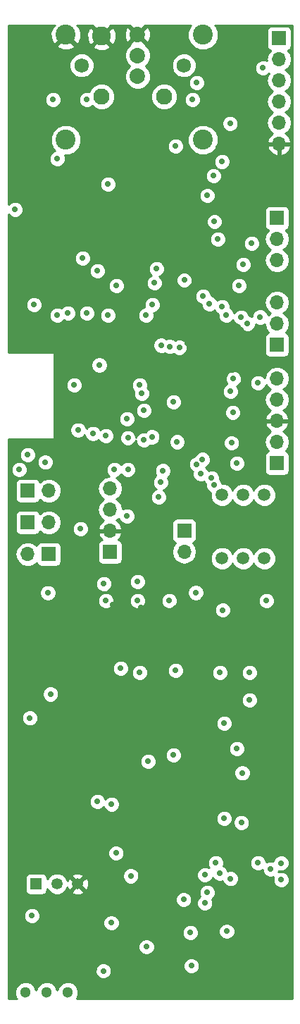
<source format=gbr>
G04 #@! TF.GenerationSoftware,KiCad,Pcbnew,(5.0.2)-1*
G04 #@! TF.CreationDate,2020-11-24T18:05:24+01:00*
G04 #@! TF.ProjectId,PCB_BLUETOOTH_V3,5043425f-424c-4554-9554-4f4f54485f56,rev?*
G04 #@! TF.SameCoordinates,Original*
G04 #@! TF.FileFunction,Copper,L2,Inr*
G04 #@! TF.FilePolarity,Positive*
%FSLAX46Y46*%
G04 Gerber Fmt 4.6, Leading zero omitted, Abs format (unit mm)*
G04 Created by KiCad (PCBNEW (5.0.2)-1) date 24/11/2020 18:05:24*
%MOMM*%
%LPD*%
G01*
G04 APERTURE LIST*
G04 #@! TA.AperFunction,ViaPad*
%ADD10R,1.700000X1.700000*%
G04 #@! TD*
G04 #@! TA.AperFunction,ViaPad*
%ADD11O,1.700000X1.700000*%
G04 #@! TD*
G04 #@! TA.AperFunction,ViaPad*
%ADD12C,1.300000*%
G04 #@! TD*
G04 #@! TA.AperFunction,ViaPad*
%ADD13R,1.350000X1.350000*%
G04 #@! TD*
G04 #@! TA.AperFunction,ViaPad*
%ADD14C,1.350000*%
G04 #@! TD*
G04 #@! TA.AperFunction,ViaPad*
%ADD15C,1.500000*%
G04 #@! TD*
G04 #@! TA.AperFunction,ViaPad*
%ADD16C,1.860000*%
G04 #@! TD*
G04 #@! TA.AperFunction,ViaPad*
%ADD17C,1.725000*%
G04 #@! TD*
G04 #@! TA.AperFunction,ViaPad*
%ADD18C,1.950000*%
G04 #@! TD*
G04 #@! TA.AperFunction,ViaPad*
%ADD19C,2.250000*%
G04 #@! TD*
G04 #@! TA.AperFunction,ViaPad*
%ADD20C,2.400000*%
G04 #@! TD*
G04 #@! TA.AperFunction,ViaPad*
%ADD21C,0.700000*%
G04 #@! TD*
G04 #@! TA.AperFunction,Conductor*
%ADD22C,0.254000*%
G04 #@! TD*
G04 APERTURE END LIST*
D10*
G04 #@! TO.N,UART_RX_2*
G04 #@! TO.C,JP3*
X123977400Y-99034600D03*
D11*
G04 #@! TO.N,UART_TX_2*
X123977400Y-101574600D03*
G04 #@! TD*
D12*
G04 #@! TO.N,V_LDO*
G04 #@! TO.C,S1*
X107442000Y-154508200D03*
G04 #@! TO.N,Net-(C1-Pad1)*
X109982000Y-154508200D03*
G04 #@! TO.N,Net-(S1-Pad3)*
X104902000Y-154508200D03*
G04 #@! TD*
D13*
G04 #@! TO.N,VBAT_IN*
G04 #@! TO.C,J5*
X106172000Y-141478000D03*
D14*
G04 #@! TO.N,BAT_TH*
X108672000Y-141478000D03*
G04 #@! TO.N,GND*
X111172000Y-141478000D03*
G04 #@! TD*
D11*
G04 #@! TO.N,UART_TX*
G04 #@! TO.C,J1*
X115062000Y-93980000D03*
G04 #@! TO.N,UART_RX*
X115062000Y-96520000D03*
G04 #@! TO.N,GND*
X115062000Y-99060000D03*
D10*
G04 #@! TO.N,Net-(J1-Pad1)*
X115062000Y-101600000D03*
G04 #@! TD*
G04 #@! TO.N,3V3*
G04 #@! TO.C,J9*
X135382000Y-39878000D03*
D11*
G04 #@! TO.N,SPI_MOSI*
X135382000Y-42418000D03*
G04 #@! TO.N,SPI_MISO*
X135382000Y-44958000D03*
G04 #@! TO.N,SPI_CLK*
X135382000Y-47498000D03*
G04 #@! TO.N,SPI_CS*
X135382000Y-50038000D03*
G04 #@! TO.N,GND*
X135382000Y-52578000D03*
G04 #@! TD*
D10*
G04 #@! TO.N,MCLR*
G04 #@! TO.C,JP4*
X105156000Y-94234000D03*
D11*
G04 #@! TO.N,Net-(C17-Pad1)*
X107696000Y-94234000D03*
G04 #@! TD*
G04 #@! TO.N,UART_RX*
G04 #@! TO.C,JP5*
X107696000Y-98044000D03*
D10*
G04 #@! TO.N,Net-(IC2-Pad44)*
X105156000Y-98044000D03*
G04 #@! TD*
D11*
G04 #@! TO.N,Net-(IC2-Pad1)*
G04 #@! TO.C,JP8*
X105156000Y-101854000D03*
D10*
G04 #@! TO.N,UART_TX*
X107696000Y-101854000D03*
G04 #@! TD*
D15*
G04 #@! TO.N,ROTARY_IN1*
G04 #@! TO.C,S2*
X128524000Y-102362000D03*
G04 #@! TO.N,ROTARY_IN2*
X133604000Y-94742000D03*
G04 #@! TO.N,PGC*
X133604000Y-102362000D03*
G04 #@! TO.N,PGD*
X128524000Y-94742000D03*
G04 #@! TO.N,3V3*
X131064000Y-102362000D03*
X131064000Y-94742000D03*
G04 #@! TD*
D16*
G04 #@! TO.N,Net-(J4-Pad1)*
G04 #@! TO.C,J4*
X118364000Y-44450000D03*
G04 #@! TO.N,Net-(J4-Pad2)*
X118364000Y-41950000D03*
G04 #@! TO.N,GND*
X118364000Y-39450000D03*
G04 #@! TD*
D17*
G04 #@! TO.N,N/C*
G04 #@! TO.C,J3*
X111646000Y-43124000D03*
X123946000Y-43124000D03*
D18*
G04 #@! TO.N,AUDIO_OUT_P_LEFT_MONO*
X114046000Y-46874000D03*
G04 #@! TO.N,Net-(J3-PadT1)*
X121546000Y-46874000D03*
D19*
G04 #@! TO.N,GND*
X114046000Y-39624000D03*
G04 #@! TD*
D11*
G04 #@! TO.N,Net-(JP1-Pad3)*
G04 #@! TO.C,JP1*
X135128000Y-71628000D03*
G04 #@! TO.N,AUDIO_ROUTING*
X135128000Y-74168000D03*
D10*
G04 #@! TO.N,Net-(JP1-Pad1)*
X135128000Y-76708000D03*
G04 #@! TD*
G04 #@! TO.N,Net-(JP2-Pad1)*
G04 #@! TO.C,JP2*
X135128000Y-61468000D03*
D11*
G04 #@! TO.N,AUDIO_MONO_STEREO*
X135128000Y-64008000D03*
G04 #@! TO.N,Net-(JP2-Pad3)*
X135128000Y-66548000D03*
G04 #@! TD*
D10*
G04 #@! TO.N,PGC*
G04 #@! TO.C,J6*
X135128000Y-90932000D03*
D11*
G04 #@! TO.N,PGD*
X135128000Y-88392000D03*
G04 #@! TO.N,GND*
X135128000Y-85852000D03*
G04 #@! TO.N,3V3*
X135128000Y-83312000D03*
G04 #@! TO.N,Net-(J6-Pad5)*
X135128000Y-80772000D03*
G04 #@! TD*
D20*
G04 #@! TO.N,Net-(J2-Pad1)*
G04 #@! TO.C,J2*
X109728000Y-52070000D03*
G04 #@! TO.N,GND*
X109728000Y-39470000D03*
G04 #@! TO.N,Net-(J2-Pad4)*
X126228000Y-52070000D03*
G04 #@! TO.N,Net-(J2-Pad6)*
X126228000Y-39470000D03*
G04 #@! TD*
D21*
G04 #@! TO.N,GND*
X126238000Y-145542000D03*
X103124000Y-63754000D03*
X109474000Y-62484000D03*
X107696000Y-76708000D03*
X116332000Y-73152000D03*
X106426000Y-70866000D03*
X114808000Y-65786000D03*
X123952000Y-58420000D03*
X124460000Y-54610000D03*
X129794000Y-79756000D03*
X127508000Y-88900000D03*
X127508000Y-85994010D03*
X132588000Y-59436000D03*
X134620000Y-78740000D03*
X129032000Y-59436000D03*
X129540000Y-83566000D03*
X116078000Y-86360000D03*
X103886000Y-73914000D03*
X130810000Y-74930000D03*
X112156432Y-76509994D03*
X113195824Y-151673995D03*
X116484400Y-148717000D03*
X117195600Y-154914600D03*
X132217000Y-144500600D03*
X104165400Y-152349200D03*
X108686600Y-147370800D03*
X133492000Y-45770800D03*
X132156200Y-51638200D03*
X125842000Y-65024000D03*
X125842000Y-66167000D03*
X124993400Y-58902600D03*
X124383800Y-76530200D03*
X117525800Y-138607800D03*
X121056400Y-141630400D03*
X121107200Y-137337800D03*
X122758200Y-141681200D03*
X103225600Y-116357400D03*
X107442000Y-116408200D03*
X104749600Y-119964200D03*
X106197400Y-112699800D03*
X122148600Y-68249800D03*
X112379873Y-83677873D03*
X110210600Y-91617800D03*
X111328200Y-91668600D03*
X115316000Y-79248000D03*
X111201200Y-80010000D03*
X123780462Y-64763738D03*
X107569000Y-107924600D03*
X111687446Y-108719516D03*
X115341400Y-107950000D03*
X130429000Y-107264200D03*
X122910600Y-108331000D03*
X118730000Y-108264220D03*
X126771400Y-107111800D03*
X122428000Y-147828000D03*
X131089400Y-153568400D03*
X127787400Y-150291800D03*
X133629400Y-48107600D03*
X112776000Y-71628000D03*
X130479800Y-89484200D03*
X131998995Y-150195005D03*
X133070600Y-147523200D03*
X131430000Y-85699600D03*
X110577390Y-87985600D03*
G04 #@! TO.N,Net-(IC2-Pad44)*
X118618000Y-81534000D03*
X110744000Y-81534000D03*
X104129610Y-91694000D03*
G04 #@! TO.N,3V3*
X120650000Y-67564000D03*
X132080001Y-64515999D03*
X133436480Y-43444280D03*
X129489200Y-50114200D03*
X120904000Y-94996000D03*
X130556000Y-69596000D03*
X126746000Y-58775600D03*
X127609600Y-61899800D03*
X129895600Y-80772000D03*
X117551200Y-140512800D03*
X120396000Y-69265800D03*
X123977400Y-68935601D03*
X107264200Y-90805000D03*
X113766600Y-79136000D03*
X107899200Y-118668800D03*
X115214400Y-146151600D03*
X125476000Y-91059000D03*
G04 #@! TO.N,Net-(C17-Pad1)*
X115570000Y-91694000D03*
G04 #@! TO.N,VUSB*
X119430800Y-149021800D03*
X133096000Y-73380600D03*
X130962400Y-128143000D03*
G04 #@! TO.N,Net-(IC2-Pad1)*
X118872000Y-82550000D03*
X105156000Y-89916000D03*
G04 #@! TO.N,G_7SEG*
X129540000Y-82296000D03*
X132842000Y-81280000D03*
G04 #@! TO.N,ROTARY_IN1*
X127538605Y-93563817D03*
G04 #@! TO.N,ROTARY_IN2*
X127254000Y-92710000D03*
G04 #@! TO.N,PGC*
X126166519Y-90481761D03*
G04 #@! TO.N,PGD*
X130301996Y-90932000D03*
G04 #@! TO.N,MCLR*
X119126000Y-88138000D03*
X122682000Y-83566000D03*
X121158000Y-93218000D03*
X129819400Y-84836000D03*
G04 #@! TO.N,DIG2_7SEG*
X117094000Y-85598000D03*
X112999999Y-87376000D03*
X105410000Y-121539000D03*
G04 #@! TO.N,DIG1_7SEG*
X114554000Y-87630000D03*
X119126000Y-84582000D03*
X115773200Y-137769600D03*
G04 #@! TO.N,A_7SEG*
X111506001Y-98806000D03*
X114300000Y-105410000D03*
G04 #@! TO.N,Net-(IC6-Pad4)*
X127762000Y-138938000D03*
X126441200Y-140385800D03*
G04 #@! TO.N,Net-(IC6-Pad5)*
X126746000Y-142494000D03*
X128270000Y-140208000D03*
G04 #@! TO.N,Net-(IC7-Pad36)*
X119380000Y-73152000D03*
G04 #@! TO.N,UART_TX*
X117094000Y-97282000D03*
X118364000Y-105156000D03*
G04 #@! TO.N,SPI_MISO*
X128019902Y-64008000D03*
X127000000Y-71770002D03*
G04 #@! TO.N,SPI_CLK*
X128524000Y-72136000D03*
G04 #@! TO.N,SPI_MOSI*
X126238004Y-70866000D03*
G04 #@! TO.N,SPI_CS*
X129032000Y-73152000D03*
G04 #@! TO.N,Net-(D1-Pad2)*
X128778000Y-133604000D03*
X128778000Y-122174000D03*
G04 #@! TO.N,Net-(D1-Pad1)*
X132842000Y-138938000D03*
X135636000Y-138963400D03*
G04 #@! TO.N,Net-(D2-Pad2)*
X130302000Y-125222000D03*
X130845235Y-134103072D03*
G04 #@! TO.N,V_LDO*
X124841000Y-151307800D03*
G04 #@! TO.N,SEG_G*
X131826000Y-119380000D03*
X131826000Y-116078000D03*
G04 #@! TO.N,SEG_D*
X113538000Y-131572000D03*
X116332000Y-115570000D03*
G04 #@! TO.N,SEG_E*
X118618000Y-116078000D03*
X115239800Y-131902200D03*
G04 #@! TO.N,SEG_C*
X119634000Y-126746000D03*
X122936000Y-115824000D03*
G04 #@! TO.N,SEG_B*
X122682000Y-125984000D03*
X128270000Y-116078000D03*
G04 #@! TO.N,BAT_TH*
X129540000Y-140833000D03*
X123901200Y-143357600D03*
G04 #@! TO.N,VBAT_IN*
X105664000Y-145288000D03*
X129082800Y-147167600D03*
X126441200Y-143764000D03*
X111226600Y-86944200D03*
G04 #@! TO.N,SDA*
X135636000Y-140970000D03*
X117205990Y-87884000D03*
X117205990Y-91694000D03*
X121208800Y-76758800D03*
X121412000Y-91836000D03*
G04 #@! TO.N,SCL*
X120142000Y-71882000D03*
X134366000Y-139700000D03*
X130810000Y-73406000D03*
G04 #@! TO.N,JACK_IN*
X128524000Y-54686200D03*
G04 #@! TO.N,RESET_WT32i*
X129666998Y-88493600D03*
G04 #@! TO.N,AUDIO_OUT_P_LEFT*
X105918000Y-71882000D03*
G04 #@! TO.N,AUDIO_IN_P_RIGHT*
X114808000Y-73152000D03*
G04 #@! TO.N,AUDIO_IN_N_RIGHT*
X112268000Y-72898000D03*
G04 #@! TO.N,AUDIO_OUT_P_RIGHT*
X108712000Y-73152000D03*
G04 #@! TO.N,Net-(J3-PadT1)*
X108712000Y-54356000D03*
X122936000Y-52832000D03*
G04 #@! TO.N,Net-(C27-Pad2)*
X111760000Y-66294000D03*
X109982000Y-72898000D03*
G04 #@! TO.N,Net-(C28-Pad1)*
X114808000Y-57404000D03*
X127508000Y-56388000D03*
X113537998Y-67818000D03*
G04 #@! TO.N,AUDIO_MONO_STEREO*
X131064000Y-67056000D03*
G04 #@! TO.N,AUDIO_ROUTING*
X131572000Y-74168000D03*
G04 #@! TO.N,Net-(J2-Pad1)*
X124968000Y-47244000D03*
G04 #@! TO.N,AUDIO_OUT_P_LEFT_MONO*
X125476000Y-45212000D03*
X112268000Y-47244000D03*
X108204000Y-47244000D03*
G04 #@! TO.N,Net-(C1-Pad1)*
X124714000Y-147320000D03*
X114249200Y-151917400D03*
G04 #@! TO.N,Net-(D9-Pad1)*
X115824000Y-69596000D03*
G04 #@! TO.N,/DIFF2+*
X103632000Y-60452000D03*
G04 #@! TO.N,UART_RX_2*
X120091200Y-87782400D03*
X122250200Y-76911200D03*
G04 #@! TO.N,UART_TX_2*
X123393200Y-77012800D03*
X125958600Y-92202000D03*
X123116000Y-88373412D03*
G04 #@! TO.N,Net-(Q6-Pad2)*
X133858000Y-107442000D03*
G04 #@! TO.N,Net-(Q7-Pad2)*
X122174000Y-107442000D03*
G04 #@! TO.N,Net-(Q5-Pad2)*
X118364000Y-107442000D03*
G04 #@! TO.N,Net-(Q4-Pad2)*
X107594400Y-106502200D03*
G04 #@! TO.N,Net-(Q3-Pad2)*
X125363611Y-106476800D03*
G04 #@! TO.N,Net-(Q2-Pad2)*
X128615092Y-108571417D03*
G04 #@! TO.N,Net-(Q1-Pad2)*
X114554000Y-107442000D03*
G04 #@! TD*
D22*
G04 #@! TO.N,GND*
G36*
X108430823Y-38352431D02*
X108143212Y-38475565D01*
X107883293Y-39157734D01*
X107904214Y-39887443D01*
X108143212Y-40464435D01*
X108430825Y-40587570D01*
X109548395Y-39470000D01*
X109534253Y-39455858D01*
X109713858Y-39276253D01*
X109728000Y-39290395D01*
X109742143Y-39276253D01*
X109921748Y-39455858D01*
X109907605Y-39470000D01*
X111025175Y-40587570D01*
X111312788Y-40464435D01*
X111572707Y-39782266D01*
X111559730Y-39329629D01*
X112275830Y-39329629D01*
X112297925Y-40029451D01*
X112523227Y-40573379D01*
X112803053Y-40687342D01*
X113866395Y-39624000D01*
X114225605Y-39624000D01*
X115288947Y-40687342D01*
X115568773Y-40573379D01*
X115816170Y-39918371D01*
X115794075Y-39218549D01*
X115787293Y-39202174D01*
X116787703Y-39202174D01*
X116812852Y-39824262D01*
X117002530Y-40282185D01*
X117262125Y-40372270D01*
X118184395Y-39450000D01*
X118543605Y-39450000D01*
X119465875Y-40372270D01*
X119725470Y-40282185D01*
X119940297Y-39697826D01*
X119915148Y-39075738D01*
X119725470Y-38617815D01*
X119465875Y-38527730D01*
X118543605Y-39450000D01*
X118184395Y-39450000D01*
X117262125Y-38527730D01*
X117002530Y-38617815D01*
X116787703Y-39202174D01*
X115787293Y-39202174D01*
X115568773Y-38674621D01*
X115288947Y-38560658D01*
X114225605Y-39624000D01*
X113866395Y-39624000D01*
X112803053Y-38560658D01*
X112523227Y-38674621D01*
X112275830Y-39329629D01*
X111559730Y-39329629D01*
X111551786Y-39052557D01*
X111312788Y-38475565D01*
X111025177Y-38352431D01*
X111075608Y-38302000D01*
X113014853Y-38302000D01*
X112982658Y-38381053D01*
X114046000Y-39444395D01*
X115109342Y-38381053D01*
X115077147Y-38302000D01*
X117457736Y-38302000D01*
X117441730Y-38348125D01*
X118364000Y-39270395D01*
X119286270Y-38348125D01*
X119270264Y-38302000D01*
X124800918Y-38302000D01*
X124672362Y-38430556D01*
X124393000Y-39104996D01*
X124393000Y-39835004D01*
X124672362Y-40509444D01*
X125188556Y-41025638D01*
X125862996Y-41305000D01*
X126593004Y-41305000D01*
X127267444Y-41025638D01*
X127783638Y-40509444D01*
X128063000Y-39835004D01*
X128063000Y-39104996D01*
X127783638Y-38430556D01*
X127655082Y-38302000D01*
X136958000Y-38302000D01*
X136958001Y-155246000D01*
X111061465Y-155246000D01*
X111071371Y-155236094D01*
X111267000Y-154763802D01*
X111267000Y-154252598D01*
X111071371Y-153780306D01*
X110709894Y-153418829D01*
X110237602Y-153223200D01*
X109726398Y-153223200D01*
X109254106Y-153418829D01*
X108892629Y-153780306D01*
X108712000Y-154216385D01*
X108531371Y-153780306D01*
X108169894Y-153418829D01*
X107697602Y-153223200D01*
X107186398Y-153223200D01*
X106714106Y-153418829D01*
X106352629Y-153780306D01*
X106172000Y-154216385D01*
X105991371Y-153780306D01*
X105629894Y-153418829D01*
X105157602Y-153223200D01*
X104646398Y-153223200D01*
X104174106Y-153418829D01*
X103812629Y-153780306D01*
X103617000Y-154252598D01*
X103617000Y-154763802D01*
X103812629Y-155236094D01*
X103822535Y-155246000D01*
X102818000Y-155246000D01*
X102818000Y-151721471D01*
X113264200Y-151721471D01*
X113264200Y-152113329D01*
X113414158Y-152475358D01*
X113691242Y-152752442D01*
X114053271Y-152902400D01*
X114445129Y-152902400D01*
X114807158Y-152752442D01*
X115084242Y-152475358D01*
X115234200Y-152113329D01*
X115234200Y-151721471D01*
X115084242Y-151359442D01*
X114836671Y-151111871D01*
X123856000Y-151111871D01*
X123856000Y-151503729D01*
X124005958Y-151865758D01*
X124283042Y-152142842D01*
X124645071Y-152292800D01*
X125036929Y-152292800D01*
X125398958Y-152142842D01*
X125676042Y-151865758D01*
X125826000Y-151503729D01*
X125826000Y-151111871D01*
X125676042Y-150749842D01*
X125398958Y-150472758D01*
X125036929Y-150322800D01*
X124645071Y-150322800D01*
X124283042Y-150472758D01*
X124005958Y-150749842D01*
X123856000Y-151111871D01*
X114836671Y-151111871D01*
X114807158Y-151082358D01*
X114445129Y-150932400D01*
X114053271Y-150932400D01*
X113691242Y-151082358D01*
X113414158Y-151359442D01*
X113264200Y-151721471D01*
X102818000Y-151721471D01*
X102818000Y-148825871D01*
X118445800Y-148825871D01*
X118445800Y-149217729D01*
X118595758Y-149579758D01*
X118872842Y-149856842D01*
X119234871Y-150006800D01*
X119626729Y-150006800D01*
X119988758Y-149856842D01*
X120265842Y-149579758D01*
X120415800Y-149217729D01*
X120415800Y-148825871D01*
X120265842Y-148463842D01*
X119988758Y-148186758D01*
X119626729Y-148036800D01*
X119234871Y-148036800D01*
X118872842Y-148186758D01*
X118595758Y-148463842D01*
X118445800Y-148825871D01*
X102818000Y-148825871D01*
X102818000Y-145092071D01*
X104679000Y-145092071D01*
X104679000Y-145483929D01*
X104828958Y-145845958D01*
X105106042Y-146123042D01*
X105468071Y-146273000D01*
X105859929Y-146273000D01*
X106221958Y-146123042D01*
X106389329Y-145955671D01*
X114229400Y-145955671D01*
X114229400Y-146347529D01*
X114379358Y-146709558D01*
X114656442Y-146986642D01*
X115018471Y-147136600D01*
X115410329Y-147136600D01*
X115440576Y-147124071D01*
X123729000Y-147124071D01*
X123729000Y-147515929D01*
X123878958Y-147877958D01*
X124156042Y-148155042D01*
X124518071Y-148305000D01*
X124909929Y-148305000D01*
X125271958Y-148155042D01*
X125549042Y-147877958D01*
X125699000Y-147515929D01*
X125699000Y-147124071D01*
X125635874Y-146971671D01*
X128097800Y-146971671D01*
X128097800Y-147363529D01*
X128247758Y-147725558D01*
X128524842Y-148002642D01*
X128886871Y-148152600D01*
X129278729Y-148152600D01*
X129640758Y-148002642D01*
X129917842Y-147725558D01*
X130067800Y-147363529D01*
X130067800Y-146971671D01*
X129917842Y-146609642D01*
X129640758Y-146332558D01*
X129278729Y-146182600D01*
X128886871Y-146182600D01*
X128524842Y-146332558D01*
X128247758Y-146609642D01*
X128097800Y-146971671D01*
X125635874Y-146971671D01*
X125549042Y-146762042D01*
X125271958Y-146484958D01*
X124909929Y-146335000D01*
X124518071Y-146335000D01*
X124156042Y-146484958D01*
X123878958Y-146762042D01*
X123729000Y-147124071D01*
X115440576Y-147124071D01*
X115772358Y-146986642D01*
X116049442Y-146709558D01*
X116199400Y-146347529D01*
X116199400Y-145955671D01*
X116049442Y-145593642D01*
X115772358Y-145316558D01*
X115410329Y-145166600D01*
X115018471Y-145166600D01*
X114656442Y-145316558D01*
X114379358Y-145593642D01*
X114229400Y-145955671D01*
X106389329Y-145955671D01*
X106499042Y-145845958D01*
X106649000Y-145483929D01*
X106649000Y-145092071D01*
X106499042Y-144730042D01*
X106221958Y-144452958D01*
X105859929Y-144303000D01*
X105468071Y-144303000D01*
X105106042Y-144452958D01*
X104828958Y-144730042D01*
X104679000Y-145092071D01*
X102818000Y-145092071D01*
X102818000Y-143161671D01*
X122916200Y-143161671D01*
X122916200Y-143553529D01*
X123066158Y-143915558D01*
X123343242Y-144192642D01*
X123705271Y-144342600D01*
X124097129Y-144342600D01*
X124459158Y-144192642D01*
X124736242Y-143915558D01*
X124880176Y-143568071D01*
X125456200Y-143568071D01*
X125456200Y-143959929D01*
X125606158Y-144321958D01*
X125883242Y-144599042D01*
X126245271Y-144749000D01*
X126637129Y-144749000D01*
X126999158Y-144599042D01*
X127276242Y-144321958D01*
X127426200Y-143959929D01*
X127426200Y-143568071D01*
X127320386Y-143312614D01*
X127581042Y-143051958D01*
X127731000Y-142689929D01*
X127731000Y-142298071D01*
X127581042Y-141936042D01*
X127303958Y-141658958D01*
X126941929Y-141509000D01*
X126550071Y-141509000D01*
X126188042Y-141658958D01*
X125910958Y-141936042D01*
X125761000Y-142298071D01*
X125761000Y-142689929D01*
X125866814Y-142945386D01*
X125606158Y-143206042D01*
X125456200Y-143568071D01*
X124880176Y-143568071D01*
X124886200Y-143553529D01*
X124886200Y-143161671D01*
X124736242Y-142799642D01*
X124459158Y-142522558D01*
X124097129Y-142372600D01*
X123705271Y-142372600D01*
X123343242Y-142522558D01*
X123066158Y-142799642D01*
X122916200Y-143161671D01*
X102818000Y-143161671D01*
X102818000Y-140803000D01*
X104849560Y-140803000D01*
X104849560Y-142153000D01*
X104898843Y-142400765D01*
X105039191Y-142610809D01*
X105249235Y-142751157D01*
X105497000Y-142800440D01*
X106847000Y-142800440D01*
X107094765Y-142751157D01*
X107304809Y-142610809D01*
X107445157Y-142400765D01*
X107494440Y-142153000D01*
X107494440Y-142058313D01*
X107561436Y-142220055D01*
X107929945Y-142588564D01*
X108411425Y-142788000D01*
X108932575Y-142788000D01*
X109414055Y-142588564D01*
X109607472Y-142395147D01*
X110434458Y-142395147D01*
X110493219Y-142628328D01*
X110985100Y-142800522D01*
X111505434Y-142771375D01*
X111850781Y-142628328D01*
X111909542Y-142395147D01*
X111172000Y-141657605D01*
X110434458Y-142395147D01*
X109607472Y-142395147D01*
X109782564Y-142220055D01*
X109915223Y-141899789D01*
X110021672Y-142156781D01*
X110254853Y-142215542D01*
X110992395Y-141478000D01*
X111351605Y-141478000D01*
X112089147Y-142215542D01*
X112322328Y-142156781D01*
X112494522Y-141664900D01*
X112465375Y-141144566D01*
X112322328Y-140799219D01*
X112089147Y-140740458D01*
X111351605Y-141478000D01*
X110992395Y-141478000D01*
X110254853Y-140740458D01*
X110021672Y-140799219D01*
X109924156Y-141077778D01*
X109782564Y-140735945D01*
X109607472Y-140560853D01*
X110434458Y-140560853D01*
X111172000Y-141298395D01*
X111909542Y-140560853D01*
X111850781Y-140327672D01*
X111819928Y-140316871D01*
X116566200Y-140316871D01*
X116566200Y-140708729D01*
X116716158Y-141070758D01*
X116993242Y-141347842D01*
X117355271Y-141497800D01*
X117747129Y-141497800D01*
X118109158Y-141347842D01*
X118386242Y-141070758D01*
X118536200Y-140708729D01*
X118536200Y-140316871D01*
X118483595Y-140189871D01*
X125456200Y-140189871D01*
X125456200Y-140581729D01*
X125606158Y-140943758D01*
X125883242Y-141220842D01*
X126245271Y-141370800D01*
X126637129Y-141370800D01*
X126999158Y-141220842D01*
X127276242Y-140943758D01*
X127392424Y-140663272D01*
X127434958Y-140765958D01*
X127712042Y-141043042D01*
X128074071Y-141193000D01*
X128465929Y-141193000D01*
X128599964Y-141137481D01*
X128704958Y-141390958D01*
X128982042Y-141668042D01*
X129344071Y-141818000D01*
X129735929Y-141818000D01*
X130097958Y-141668042D01*
X130375042Y-141390958D01*
X130525000Y-141028929D01*
X130525000Y-140637071D01*
X130375042Y-140275042D01*
X130097958Y-139997958D01*
X129735929Y-139848000D01*
X129344071Y-139848000D01*
X129210036Y-139903519D01*
X129105042Y-139650042D01*
X128827958Y-139372958D01*
X128674346Y-139309330D01*
X128747000Y-139133929D01*
X128747000Y-138742071D01*
X131857000Y-138742071D01*
X131857000Y-139133929D01*
X132006958Y-139495958D01*
X132284042Y-139773042D01*
X132646071Y-139923000D01*
X133037929Y-139923000D01*
X133381000Y-139780895D01*
X133381000Y-139895929D01*
X133530958Y-140257958D01*
X133808042Y-140535042D01*
X134170071Y-140685000D01*
X134561929Y-140685000D01*
X134713983Y-140622017D01*
X134651000Y-140774071D01*
X134651000Y-141165929D01*
X134800958Y-141527958D01*
X135078042Y-141805042D01*
X135440071Y-141955000D01*
X135831929Y-141955000D01*
X136193958Y-141805042D01*
X136471042Y-141527958D01*
X136621000Y-141165929D01*
X136621000Y-140774071D01*
X136471042Y-140412042D01*
X136193958Y-140134958D01*
X135831929Y-139985000D01*
X135440071Y-139985000D01*
X135288017Y-140047983D01*
X135345493Y-139909224D01*
X135440071Y-139948400D01*
X135831929Y-139948400D01*
X136193958Y-139798442D01*
X136471042Y-139521358D01*
X136621000Y-139159329D01*
X136621000Y-138767471D01*
X136471042Y-138405442D01*
X136193958Y-138128358D01*
X135831929Y-137978400D01*
X135440071Y-137978400D01*
X135078042Y-138128358D01*
X134800958Y-138405442D01*
X134656507Y-138754176D01*
X134561929Y-138715000D01*
X134170071Y-138715000D01*
X133827000Y-138857105D01*
X133827000Y-138742071D01*
X133677042Y-138380042D01*
X133399958Y-138102958D01*
X133037929Y-137953000D01*
X132646071Y-137953000D01*
X132284042Y-138102958D01*
X132006958Y-138380042D01*
X131857000Y-138742071D01*
X128747000Y-138742071D01*
X128597042Y-138380042D01*
X128319958Y-138102958D01*
X127957929Y-137953000D01*
X127566071Y-137953000D01*
X127204042Y-138102958D01*
X126926958Y-138380042D01*
X126777000Y-138742071D01*
X126777000Y-139133929D01*
X126926958Y-139495958D01*
X126969454Y-139538454D01*
X126637129Y-139400800D01*
X126245271Y-139400800D01*
X125883242Y-139550758D01*
X125606158Y-139827842D01*
X125456200Y-140189871D01*
X118483595Y-140189871D01*
X118386242Y-139954842D01*
X118109158Y-139677758D01*
X117747129Y-139527800D01*
X117355271Y-139527800D01*
X116993242Y-139677758D01*
X116716158Y-139954842D01*
X116566200Y-140316871D01*
X111819928Y-140316871D01*
X111358900Y-140155478D01*
X110838566Y-140184625D01*
X110493219Y-140327672D01*
X110434458Y-140560853D01*
X109607472Y-140560853D01*
X109414055Y-140367436D01*
X108932575Y-140168000D01*
X108411425Y-140168000D01*
X107929945Y-140367436D01*
X107561436Y-140735945D01*
X107494440Y-140897687D01*
X107494440Y-140803000D01*
X107445157Y-140555235D01*
X107304809Y-140345191D01*
X107094765Y-140204843D01*
X106847000Y-140155560D01*
X105497000Y-140155560D01*
X105249235Y-140204843D01*
X105039191Y-140345191D01*
X104898843Y-140555235D01*
X104849560Y-140803000D01*
X102818000Y-140803000D01*
X102818000Y-137573671D01*
X114788200Y-137573671D01*
X114788200Y-137965529D01*
X114938158Y-138327558D01*
X115215242Y-138604642D01*
X115577271Y-138754600D01*
X115969129Y-138754600D01*
X116331158Y-138604642D01*
X116608242Y-138327558D01*
X116758200Y-137965529D01*
X116758200Y-137573671D01*
X116608242Y-137211642D01*
X116331158Y-136934558D01*
X115969129Y-136784600D01*
X115577271Y-136784600D01*
X115215242Y-136934558D01*
X114938158Y-137211642D01*
X114788200Y-137573671D01*
X102818000Y-137573671D01*
X102818000Y-133408071D01*
X127793000Y-133408071D01*
X127793000Y-133799929D01*
X127942958Y-134161958D01*
X128220042Y-134439042D01*
X128582071Y-134589000D01*
X128973929Y-134589000D01*
X129335958Y-134439042D01*
X129613042Y-134161958D01*
X129718590Y-133907143D01*
X129860235Y-133907143D01*
X129860235Y-134299001D01*
X130010193Y-134661030D01*
X130287277Y-134938114D01*
X130649306Y-135088072D01*
X131041164Y-135088072D01*
X131403193Y-134938114D01*
X131680277Y-134661030D01*
X131830235Y-134299001D01*
X131830235Y-133907143D01*
X131680277Y-133545114D01*
X131403193Y-133268030D01*
X131041164Y-133118072D01*
X130649306Y-133118072D01*
X130287277Y-133268030D01*
X130010193Y-133545114D01*
X129860235Y-133907143D01*
X129718590Y-133907143D01*
X129763000Y-133799929D01*
X129763000Y-133408071D01*
X129613042Y-133046042D01*
X129335958Y-132768958D01*
X128973929Y-132619000D01*
X128582071Y-132619000D01*
X128220042Y-132768958D01*
X127942958Y-133046042D01*
X127793000Y-133408071D01*
X102818000Y-133408071D01*
X102818000Y-131376071D01*
X112553000Y-131376071D01*
X112553000Y-131767929D01*
X112702958Y-132129958D01*
X112980042Y-132407042D01*
X113342071Y-132557000D01*
X113733929Y-132557000D01*
X114095958Y-132407042D01*
X114298755Y-132204245D01*
X114404758Y-132460158D01*
X114681842Y-132737242D01*
X115043871Y-132887200D01*
X115435729Y-132887200D01*
X115797758Y-132737242D01*
X116074842Y-132460158D01*
X116224800Y-132098129D01*
X116224800Y-131706271D01*
X116074842Y-131344242D01*
X115797758Y-131067158D01*
X115435729Y-130917200D01*
X115043871Y-130917200D01*
X114681842Y-131067158D01*
X114479045Y-131269955D01*
X114373042Y-131014042D01*
X114095958Y-130736958D01*
X113733929Y-130587000D01*
X113342071Y-130587000D01*
X112980042Y-130736958D01*
X112702958Y-131014042D01*
X112553000Y-131376071D01*
X102818000Y-131376071D01*
X102818000Y-127947071D01*
X129977400Y-127947071D01*
X129977400Y-128338929D01*
X130127358Y-128700958D01*
X130404442Y-128978042D01*
X130766471Y-129128000D01*
X131158329Y-129128000D01*
X131520358Y-128978042D01*
X131797442Y-128700958D01*
X131947400Y-128338929D01*
X131947400Y-127947071D01*
X131797442Y-127585042D01*
X131520358Y-127307958D01*
X131158329Y-127158000D01*
X130766471Y-127158000D01*
X130404442Y-127307958D01*
X130127358Y-127585042D01*
X129977400Y-127947071D01*
X102818000Y-127947071D01*
X102818000Y-126550071D01*
X118649000Y-126550071D01*
X118649000Y-126941929D01*
X118798958Y-127303958D01*
X119076042Y-127581042D01*
X119438071Y-127731000D01*
X119829929Y-127731000D01*
X120191958Y-127581042D01*
X120469042Y-127303958D01*
X120619000Y-126941929D01*
X120619000Y-126550071D01*
X120469042Y-126188042D01*
X120191958Y-125910958D01*
X119895284Y-125788071D01*
X121697000Y-125788071D01*
X121697000Y-126179929D01*
X121846958Y-126541958D01*
X122124042Y-126819042D01*
X122486071Y-126969000D01*
X122877929Y-126969000D01*
X123239958Y-126819042D01*
X123517042Y-126541958D01*
X123667000Y-126179929D01*
X123667000Y-125788071D01*
X123517042Y-125426042D01*
X123239958Y-125148958D01*
X122943284Y-125026071D01*
X129317000Y-125026071D01*
X129317000Y-125417929D01*
X129466958Y-125779958D01*
X129744042Y-126057042D01*
X130106071Y-126207000D01*
X130497929Y-126207000D01*
X130859958Y-126057042D01*
X131137042Y-125779958D01*
X131287000Y-125417929D01*
X131287000Y-125026071D01*
X131137042Y-124664042D01*
X130859958Y-124386958D01*
X130497929Y-124237000D01*
X130106071Y-124237000D01*
X129744042Y-124386958D01*
X129466958Y-124664042D01*
X129317000Y-125026071D01*
X122943284Y-125026071D01*
X122877929Y-124999000D01*
X122486071Y-124999000D01*
X122124042Y-125148958D01*
X121846958Y-125426042D01*
X121697000Y-125788071D01*
X119895284Y-125788071D01*
X119829929Y-125761000D01*
X119438071Y-125761000D01*
X119076042Y-125910958D01*
X118798958Y-126188042D01*
X118649000Y-126550071D01*
X102818000Y-126550071D01*
X102818000Y-121343071D01*
X104425000Y-121343071D01*
X104425000Y-121734929D01*
X104574958Y-122096958D01*
X104852042Y-122374042D01*
X105214071Y-122524000D01*
X105605929Y-122524000D01*
X105967958Y-122374042D01*
X106245042Y-122096958D01*
X106294286Y-121978071D01*
X127793000Y-121978071D01*
X127793000Y-122369929D01*
X127942958Y-122731958D01*
X128220042Y-123009042D01*
X128582071Y-123159000D01*
X128973929Y-123159000D01*
X129335958Y-123009042D01*
X129613042Y-122731958D01*
X129763000Y-122369929D01*
X129763000Y-121978071D01*
X129613042Y-121616042D01*
X129335958Y-121338958D01*
X128973929Y-121189000D01*
X128582071Y-121189000D01*
X128220042Y-121338958D01*
X127942958Y-121616042D01*
X127793000Y-121978071D01*
X106294286Y-121978071D01*
X106395000Y-121734929D01*
X106395000Y-121343071D01*
X106245042Y-120981042D01*
X105967958Y-120703958D01*
X105605929Y-120554000D01*
X105214071Y-120554000D01*
X104852042Y-120703958D01*
X104574958Y-120981042D01*
X104425000Y-121343071D01*
X102818000Y-121343071D01*
X102818000Y-118472871D01*
X106914200Y-118472871D01*
X106914200Y-118864729D01*
X107064158Y-119226758D01*
X107341242Y-119503842D01*
X107703271Y-119653800D01*
X108095129Y-119653800D01*
X108457158Y-119503842D01*
X108734242Y-119226758D01*
X108751923Y-119184071D01*
X130841000Y-119184071D01*
X130841000Y-119575929D01*
X130990958Y-119937958D01*
X131268042Y-120215042D01*
X131630071Y-120365000D01*
X132021929Y-120365000D01*
X132383958Y-120215042D01*
X132661042Y-119937958D01*
X132811000Y-119575929D01*
X132811000Y-119184071D01*
X132661042Y-118822042D01*
X132383958Y-118544958D01*
X132021929Y-118395000D01*
X131630071Y-118395000D01*
X131268042Y-118544958D01*
X130990958Y-118822042D01*
X130841000Y-119184071D01*
X108751923Y-119184071D01*
X108884200Y-118864729D01*
X108884200Y-118472871D01*
X108734242Y-118110842D01*
X108457158Y-117833758D01*
X108095129Y-117683800D01*
X107703271Y-117683800D01*
X107341242Y-117833758D01*
X107064158Y-118110842D01*
X106914200Y-118472871D01*
X102818000Y-118472871D01*
X102818000Y-115374071D01*
X115347000Y-115374071D01*
X115347000Y-115765929D01*
X115496958Y-116127958D01*
X115774042Y-116405042D01*
X116136071Y-116555000D01*
X116527929Y-116555000D01*
X116889958Y-116405042D01*
X117167042Y-116127958D01*
X117268892Y-115882071D01*
X117633000Y-115882071D01*
X117633000Y-116273929D01*
X117782958Y-116635958D01*
X118060042Y-116913042D01*
X118422071Y-117063000D01*
X118813929Y-117063000D01*
X119175958Y-116913042D01*
X119453042Y-116635958D01*
X119603000Y-116273929D01*
X119603000Y-115882071D01*
X119497790Y-115628071D01*
X121951000Y-115628071D01*
X121951000Y-116019929D01*
X122100958Y-116381958D01*
X122378042Y-116659042D01*
X122740071Y-116809000D01*
X123131929Y-116809000D01*
X123493958Y-116659042D01*
X123771042Y-116381958D01*
X123921000Y-116019929D01*
X123921000Y-115882071D01*
X127285000Y-115882071D01*
X127285000Y-116273929D01*
X127434958Y-116635958D01*
X127712042Y-116913042D01*
X128074071Y-117063000D01*
X128465929Y-117063000D01*
X128827958Y-116913042D01*
X129105042Y-116635958D01*
X129255000Y-116273929D01*
X129255000Y-115882071D01*
X130841000Y-115882071D01*
X130841000Y-116273929D01*
X130990958Y-116635958D01*
X131268042Y-116913042D01*
X131630071Y-117063000D01*
X132021929Y-117063000D01*
X132383958Y-116913042D01*
X132661042Y-116635958D01*
X132811000Y-116273929D01*
X132811000Y-115882071D01*
X132661042Y-115520042D01*
X132383958Y-115242958D01*
X132021929Y-115093000D01*
X131630071Y-115093000D01*
X131268042Y-115242958D01*
X130990958Y-115520042D01*
X130841000Y-115882071D01*
X129255000Y-115882071D01*
X129105042Y-115520042D01*
X128827958Y-115242958D01*
X128465929Y-115093000D01*
X128074071Y-115093000D01*
X127712042Y-115242958D01*
X127434958Y-115520042D01*
X127285000Y-115882071D01*
X123921000Y-115882071D01*
X123921000Y-115628071D01*
X123771042Y-115266042D01*
X123493958Y-114988958D01*
X123131929Y-114839000D01*
X122740071Y-114839000D01*
X122378042Y-114988958D01*
X122100958Y-115266042D01*
X121951000Y-115628071D01*
X119497790Y-115628071D01*
X119453042Y-115520042D01*
X119175958Y-115242958D01*
X118813929Y-115093000D01*
X118422071Y-115093000D01*
X118060042Y-115242958D01*
X117782958Y-115520042D01*
X117633000Y-115882071D01*
X117268892Y-115882071D01*
X117317000Y-115765929D01*
X117317000Y-115374071D01*
X117167042Y-115012042D01*
X116889958Y-114734958D01*
X116527929Y-114585000D01*
X116136071Y-114585000D01*
X115774042Y-114734958D01*
X115496958Y-115012042D01*
X115347000Y-115374071D01*
X102818000Y-115374071D01*
X102818000Y-106306271D01*
X106609400Y-106306271D01*
X106609400Y-106698129D01*
X106759358Y-107060158D01*
X107036442Y-107337242D01*
X107398471Y-107487200D01*
X107790329Y-107487200D01*
X108152358Y-107337242D01*
X108243529Y-107246071D01*
X113569000Y-107246071D01*
X113569000Y-107637929D01*
X113718958Y-107999958D01*
X113996042Y-108277042D01*
X114358071Y-108427000D01*
X114749929Y-108427000D01*
X115111958Y-108277042D01*
X115389042Y-107999958D01*
X115539000Y-107637929D01*
X115539000Y-107246071D01*
X117379000Y-107246071D01*
X117379000Y-107637929D01*
X117528958Y-107999958D01*
X117806042Y-108277042D01*
X118168071Y-108427000D01*
X118559929Y-108427000D01*
X118921958Y-108277042D01*
X119199042Y-107999958D01*
X119349000Y-107637929D01*
X119349000Y-107246071D01*
X121189000Y-107246071D01*
X121189000Y-107637929D01*
X121338958Y-107999958D01*
X121616042Y-108277042D01*
X121978071Y-108427000D01*
X122369929Y-108427000D01*
X122494289Y-108375488D01*
X127630092Y-108375488D01*
X127630092Y-108767346D01*
X127780050Y-109129375D01*
X128057134Y-109406459D01*
X128419163Y-109556417D01*
X128811021Y-109556417D01*
X129173050Y-109406459D01*
X129450134Y-109129375D01*
X129600092Y-108767346D01*
X129600092Y-108375488D01*
X129450134Y-108013459D01*
X129173050Y-107736375D01*
X128811021Y-107586417D01*
X128419163Y-107586417D01*
X128057134Y-107736375D01*
X127780050Y-108013459D01*
X127630092Y-108375488D01*
X122494289Y-108375488D01*
X122731958Y-108277042D01*
X123009042Y-107999958D01*
X123159000Y-107637929D01*
X123159000Y-107246071D01*
X123009042Y-106884042D01*
X122731958Y-106606958D01*
X122369929Y-106457000D01*
X121978071Y-106457000D01*
X121616042Y-106606958D01*
X121338958Y-106884042D01*
X121189000Y-107246071D01*
X119349000Y-107246071D01*
X119199042Y-106884042D01*
X118921958Y-106606958D01*
X118559929Y-106457000D01*
X118168071Y-106457000D01*
X117806042Y-106606958D01*
X117528958Y-106884042D01*
X117379000Y-107246071D01*
X115539000Y-107246071D01*
X115389042Y-106884042D01*
X115111958Y-106606958D01*
X114749929Y-106457000D01*
X114358071Y-106457000D01*
X113996042Y-106606958D01*
X113718958Y-106884042D01*
X113569000Y-107246071D01*
X108243529Y-107246071D01*
X108429442Y-107060158D01*
X108579400Y-106698129D01*
X108579400Y-106306271D01*
X108429442Y-105944242D01*
X108152358Y-105667158D01*
X107790329Y-105517200D01*
X107398471Y-105517200D01*
X107036442Y-105667158D01*
X106759358Y-105944242D01*
X106609400Y-106306271D01*
X102818000Y-106306271D01*
X102818000Y-105214071D01*
X113315000Y-105214071D01*
X113315000Y-105605929D01*
X113464958Y-105967958D01*
X113742042Y-106245042D01*
X114104071Y-106395000D01*
X114495929Y-106395000D01*
X114771459Y-106280871D01*
X124378611Y-106280871D01*
X124378611Y-106672729D01*
X124528569Y-107034758D01*
X124805653Y-107311842D01*
X125167682Y-107461800D01*
X125559540Y-107461800D01*
X125921569Y-107311842D01*
X125987340Y-107246071D01*
X132873000Y-107246071D01*
X132873000Y-107637929D01*
X133022958Y-107999958D01*
X133300042Y-108277042D01*
X133662071Y-108427000D01*
X134053929Y-108427000D01*
X134415958Y-108277042D01*
X134693042Y-107999958D01*
X134843000Y-107637929D01*
X134843000Y-107246071D01*
X134693042Y-106884042D01*
X134415958Y-106606958D01*
X134053929Y-106457000D01*
X133662071Y-106457000D01*
X133300042Y-106606958D01*
X133022958Y-106884042D01*
X132873000Y-107246071D01*
X125987340Y-107246071D01*
X126198653Y-107034758D01*
X126348611Y-106672729D01*
X126348611Y-106280871D01*
X126198653Y-105918842D01*
X125921569Y-105641758D01*
X125559540Y-105491800D01*
X125167682Y-105491800D01*
X124805653Y-105641758D01*
X124528569Y-105918842D01*
X124378611Y-106280871D01*
X114771459Y-106280871D01*
X114857958Y-106245042D01*
X115135042Y-105967958D01*
X115285000Y-105605929D01*
X115285000Y-105214071D01*
X115179790Y-104960071D01*
X117379000Y-104960071D01*
X117379000Y-105351929D01*
X117528958Y-105713958D01*
X117806042Y-105991042D01*
X118168071Y-106141000D01*
X118559929Y-106141000D01*
X118921958Y-105991042D01*
X119199042Y-105713958D01*
X119349000Y-105351929D01*
X119349000Y-104960071D01*
X119199042Y-104598042D01*
X118921958Y-104320958D01*
X118559929Y-104171000D01*
X118168071Y-104171000D01*
X117806042Y-104320958D01*
X117528958Y-104598042D01*
X117379000Y-104960071D01*
X115179790Y-104960071D01*
X115135042Y-104852042D01*
X114857958Y-104574958D01*
X114495929Y-104425000D01*
X114104071Y-104425000D01*
X113742042Y-104574958D01*
X113464958Y-104852042D01*
X113315000Y-105214071D01*
X102818000Y-105214071D01*
X102818000Y-101854000D01*
X103641908Y-101854000D01*
X103757161Y-102433418D01*
X104085375Y-102924625D01*
X104576582Y-103252839D01*
X105009744Y-103339000D01*
X105302256Y-103339000D01*
X105735418Y-103252839D01*
X106226625Y-102924625D01*
X106238816Y-102906381D01*
X106247843Y-102951765D01*
X106388191Y-103161809D01*
X106598235Y-103302157D01*
X106846000Y-103351440D01*
X108546000Y-103351440D01*
X108793765Y-103302157D01*
X109003809Y-103161809D01*
X109144157Y-102951765D01*
X109193440Y-102704000D01*
X109193440Y-101004000D01*
X109144157Y-100756235D01*
X109139991Y-100750000D01*
X113564560Y-100750000D01*
X113564560Y-102450000D01*
X113613843Y-102697765D01*
X113754191Y-102907809D01*
X113964235Y-103048157D01*
X114212000Y-103097440D01*
X115912000Y-103097440D01*
X116159765Y-103048157D01*
X116369809Y-102907809D01*
X116510157Y-102697765D01*
X116559440Y-102450000D01*
X116559440Y-101574600D01*
X122463308Y-101574600D01*
X122578561Y-102154018D01*
X122906775Y-102645225D01*
X123397982Y-102973439D01*
X123831144Y-103059600D01*
X124123656Y-103059600D01*
X124556818Y-102973439D01*
X125048025Y-102645225D01*
X125376239Y-102154018D01*
X125389667Y-102086506D01*
X127139000Y-102086506D01*
X127139000Y-102637494D01*
X127349853Y-103146540D01*
X127739460Y-103536147D01*
X128248506Y-103747000D01*
X128799494Y-103747000D01*
X129308540Y-103536147D01*
X129698147Y-103146540D01*
X129794000Y-102915130D01*
X129889853Y-103146540D01*
X130279460Y-103536147D01*
X130788506Y-103747000D01*
X131339494Y-103747000D01*
X131848540Y-103536147D01*
X132238147Y-103146540D01*
X132334000Y-102915130D01*
X132429853Y-103146540D01*
X132819460Y-103536147D01*
X133328506Y-103747000D01*
X133879494Y-103747000D01*
X134388540Y-103536147D01*
X134778147Y-103146540D01*
X134989000Y-102637494D01*
X134989000Y-102086506D01*
X134778147Y-101577460D01*
X134388540Y-101187853D01*
X133879494Y-100977000D01*
X133328506Y-100977000D01*
X132819460Y-101187853D01*
X132429853Y-101577460D01*
X132334000Y-101808870D01*
X132238147Y-101577460D01*
X131848540Y-101187853D01*
X131339494Y-100977000D01*
X130788506Y-100977000D01*
X130279460Y-101187853D01*
X129889853Y-101577460D01*
X129794000Y-101808870D01*
X129698147Y-101577460D01*
X129308540Y-101187853D01*
X128799494Y-100977000D01*
X128248506Y-100977000D01*
X127739460Y-101187853D01*
X127349853Y-101577460D01*
X127139000Y-102086506D01*
X125389667Y-102086506D01*
X125491492Y-101574600D01*
X125376239Y-100995182D01*
X125048025Y-100503975D01*
X125029781Y-100491784D01*
X125075165Y-100482757D01*
X125285209Y-100342409D01*
X125425557Y-100132365D01*
X125474840Y-99884600D01*
X125474840Y-98184600D01*
X125425557Y-97936835D01*
X125285209Y-97726791D01*
X125075165Y-97586443D01*
X124827400Y-97537160D01*
X123127400Y-97537160D01*
X122879635Y-97586443D01*
X122669591Y-97726791D01*
X122529243Y-97936835D01*
X122479960Y-98184600D01*
X122479960Y-99884600D01*
X122529243Y-100132365D01*
X122669591Y-100342409D01*
X122879635Y-100482757D01*
X122925019Y-100491784D01*
X122906775Y-100503975D01*
X122578561Y-100995182D01*
X122463308Y-101574600D01*
X116559440Y-101574600D01*
X116559440Y-100750000D01*
X116510157Y-100502235D01*
X116369809Y-100292191D01*
X116159765Y-100151843D01*
X116056292Y-100131261D01*
X116333645Y-99826924D01*
X116503476Y-99416890D01*
X116382155Y-99187000D01*
X115189000Y-99187000D01*
X115189000Y-99207000D01*
X114935000Y-99207000D01*
X114935000Y-99187000D01*
X113741845Y-99187000D01*
X113620524Y-99416890D01*
X113790355Y-99826924D01*
X114067708Y-100131261D01*
X113964235Y-100151843D01*
X113754191Y-100292191D01*
X113613843Y-100502235D01*
X113564560Y-100750000D01*
X109139991Y-100750000D01*
X109003809Y-100546191D01*
X108793765Y-100405843D01*
X108546000Y-100356560D01*
X106846000Y-100356560D01*
X106598235Y-100405843D01*
X106388191Y-100546191D01*
X106247843Y-100756235D01*
X106238816Y-100801619D01*
X106226625Y-100783375D01*
X105735418Y-100455161D01*
X105302256Y-100369000D01*
X105009744Y-100369000D01*
X104576582Y-100455161D01*
X104085375Y-100783375D01*
X103757161Y-101274582D01*
X103641908Y-101854000D01*
X102818000Y-101854000D01*
X102818000Y-97194000D01*
X103658560Y-97194000D01*
X103658560Y-98894000D01*
X103707843Y-99141765D01*
X103848191Y-99351809D01*
X104058235Y-99492157D01*
X104306000Y-99541440D01*
X106006000Y-99541440D01*
X106253765Y-99492157D01*
X106463809Y-99351809D01*
X106604157Y-99141765D01*
X106613184Y-99096381D01*
X106625375Y-99114625D01*
X107116582Y-99442839D01*
X107549744Y-99529000D01*
X107842256Y-99529000D01*
X108275418Y-99442839D01*
X108766625Y-99114625D01*
X109094839Y-98623418D01*
X109097493Y-98610071D01*
X110521001Y-98610071D01*
X110521001Y-99001929D01*
X110670959Y-99363958D01*
X110948043Y-99641042D01*
X111310072Y-99791000D01*
X111701930Y-99791000D01*
X112063959Y-99641042D01*
X112341043Y-99363958D01*
X112491001Y-99001929D01*
X112491001Y-98610071D01*
X112341043Y-98248042D01*
X112063959Y-97970958D01*
X111701930Y-97821000D01*
X111310072Y-97821000D01*
X110948043Y-97970958D01*
X110670959Y-98248042D01*
X110521001Y-98610071D01*
X109097493Y-98610071D01*
X109210092Y-98044000D01*
X109094839Y-97464582D01*
X108766625Y-96973375D01*
X108275418Y-96645161D01*
X107842256Y-96559000D01*
X107549744Y-96559000D01*
X107116582Y-96645161D01*
X106625375Y-96973375D01*
X106613184Y-96991619D01*
X106604157Y-96946235D01*
X106463809Y-96736191D01*
X106253765Y-96595843D01*
X106006000Y-96546560D01*
X104306000Y-96546560D01*
X104058235Y-96595843D01*
X103848191Y-96736191D01*
X103707843Y-96946235D01*
X103658560Y-97194000D01*
X102818000Y-97194000D01*
X102818000Y-93384000D01*
X103658560Y-93384000D01*
X103658560Y-95084000D01*
X103707843Y-95331765D01*
X103848191Y-95541809D01*
X104058235Y-95682157D01*
X104306000Y-95731440D01*
X106006000Y-95731440D01*
X106253765Y-95682157D01*
X106463809Y-95541809D01*
X106604157Y-95331765D01*
X106613184Y-95286381D01*
X106625375Y-95304625D01*
X107116582Y-95632839D01*
X107549744Y-95719000D01*
X107842256Y-95719000D01*
X108275418Y-95632839D01*
X108766625Y-95304625D01*
X109094839Y-94813418D01*
X109210092Y-94234000D01*
X109159569Y-93980000D01*
X113547908Y-93980000D01*
X113663161Y-94559418D01*
X113991375Y-95050625D01*
X114289761Y-95250000D01*
X113991375Y-95449375D01*
X113663161Y-95940582D01*
X113547908Y-96520000D01*
X113663161Y-97099418D01*
X113991375Y-97590625D01*
X114310478Y-97803843D01*
X114180642Y-97864817D01*
X113790355Y-98293076D01*
X113620524Y-98703110D01*
X113741845Y-98933000D01*
X114935000Y-98933000D01*
X114935000Y-98913000D01*
X115189000Y-98913000D01*
X115189000Y-98933000D01*
X116382155Y-98933000D01*
X116503476Y-98703110D01*
X116333645Y-98293076D01*
X115943358Y-97864817D01*
X115813522Y-97803843D01*
X116132625Y-97590625D01*
X116146857Y-97569325D01*
X116258958Y-97839958D01*
X116536042Y-98117042D01*
X116898071Y-98267000D01*
X117289929Y-98267000D01*
X117651958Y-98117042D01*
X117929042Y-97839958D01*
X118079000Y-97477929D01*
X118079000Y-97086071D01*
X117929042Y-96724042D01*
X117651958Y-96446958D01*
X117289929Y-96297000D01*
X116898071Y-96297000D01*
X116559620Y-96437191D01*
X116460839Y-95940582D01*
X116132625Y-95449375D01*
X115834239Y-95250000D01*
X116132625Y-95050625D01*
X116300039Y-94800071D01*
X119919000Y-94800071D01*
X119919000Y-95191929D01*
X120068958Y-95553958D01*
X120346042Y-95831042D01*
X120708071Y-95981000D01*
X121099929Y-95981000D01*
X121461958Y-95831042D01*
X121739042Y-95553958D01*
X121889000Y-95191929D01*
X121889000Y-94800071D01*
X121739042Y-94438042D01*
X121461958Y-94160958D01*
X121458692Y-94159605D01*
X121715958Y-94053042D01*
X121993042Y-93775958D01*
X122143000Y-93413929D01*
X122143000Y-93022071D01*
X121993042Y-92660042D01*
X121987000Y-92654000D01*
X122247042Y-92393958D01*
X122397000Y-92031929D01*
X122397000Y-91640071D01*
X122247042Y-91278042D01*
X121969958Y-91000958D01*
X121637071Y-90863071D01*
X124491000Y-90863071D01*
X124491000Y-91254929D01*
X124640958Y-91616958D01*
X124918042Y-91894042D01*
X125005072Y-91930091D01*
X124973600Y-92006071D01*
X124973600Y-92397929D01*
X125123558Y-92759958D01*
X125400642Y-93037042D01*
X125762671Y-93187000D01*
X126154529Y-93187000D01*
X126351610Y-93105366D01*
X126418958Y-93267958D01*
X126553605Y-93402605D01*
X126553605Y-93759746D01*
X126703563Y-94121775D01*
X126980647Y-94398859D01*
X127139726Y-94464752D01*
X127139000Y-94466506D01*
X127139000Y-95017494D01*
X127349853Y-95526540D01*
X127739460Y-95916147D01*
X128248506Y-96127000D01*
X128799494Y-96127000D01*
X129308540Y-95916147D01*
X129698147Y-95526540D01*
X129794000Y-95295130D01*
X129889853Y-95526540D01*
X130279460Y-95916147D01*
X130788506Y-96127000D01*
X131339494Y-96127000D01*
X131848540Y-95916147D01*
X132238147Y-95526540D01*
X132334000Y-95295130D01*
X132429853Y-95526540D01*
X132819460Y-95916147D01*
X133328506Y-96127000D01*
X133879494Y-96127000D01*
X134388540Y-95916147D01*
X134778147Y-95526540D01*
X134989000Y-95017494D01*
X134989000Y-94466506D01*
X134778147Y-93957460D01*
X134388540Y-93567853D01*
X133879494Y-93357000D01*
X133328506Y-93357000D01*
X132819460Y-93567853D01*
X132429853Y-93957460D01*
X132334000Y-94188870D01*
X132238147Y-93957460D01*
X131848540Y-93567853D01*
X131339494Y-93357000D01*
X130788506Y-93357000D01*
X130279460Y-93567853D01*
X129889853Y-93957460D01*
X129794000Y-94188870D01*
X129698147Y-93957460D01*
X129308540Y-93567853D01*
X128799494Y-93357000D01*
X128519095Y-93357000D01*
X128373647Y-93005859D01*
X128239000Y-92871212D01*
X128239000Y-92514071D01*
X128089042Y-92152042D01*
X127811958Y-91874958D01*
X127449929Y-91725000D01*
X127058071Y-91725000D01*
X126860990Y-91806634D01*
X126793642Y-91644042D01*
X126541991Y-91392391D01*
X126724477Y-91316803D01*
X127001561Y-91039719D01*
X127127336Y-90736071D01*
X129316996Y-90736071D01*
X129316996Y-91127929D01*
X129466954Y-91489958D01*
X129744038Y-91767042D01*
X130106067Y-91917000D01*
X130497925Y-91917000D01*
X130859954Y-91767042D01*
X131137038Y-91489958D01*
X131286996Y-91127929D01*
X131286996Y-90736071D01*
X131137038Y-90374042D01*
X130859954Y-90096958D01*
X130497925Y-89947000D01*
X130106067Y-89947000D01*
X129744038Y-90096958D01*
X129466954Y-90374042D01*
X129316996Y-90736071D01*
X127127336Y-90736071D01*
X127151519Y-90677690D01*
X127151519Y-90285832D01*
X127001561Y-89923803D01*
X126724477Y-89646719D01*
X126362448Y-89496761D01*
X125970590Y-89496761D01*
X125608561Y-89646719D01*
X125331477Y-89923803D01*
X125267025Y-90079404D01*
X124918042Y-90223958D01*
X124640958Y-90501042D01*
X124491000Y-90863071D01*
X121637071Y-90863071D01*
X121607929Y-90851000D01*
X121216071Y-90851000D01*
X120854042Y-91000958D01*
X120576958Y-91278042D01*
X120427000Y-91640071D01*
X120427000Y-92031929D01*
X120576958Y-92393958D01*
X120583000Y-92400000D01*
X120322958Y-92660042D01*
X120173000Y-93022071D01*
X120173000Y-93413929D01*
X120322958Y-93775958D01*
X120600042Y-94053042D01*
X120603308Y-94054395D01*
X120346042Y-94160958D01*
X120068958Y-94438042D01*
X119919000Y-94800071D01*
X116300039Y-94800071D01*
X116460839Y-94559418D01*
X116576092Y-93980000D01*
X116460839Y-93400582D01*
X116132625Y-92909375D01*
X115779458Y-92673396D01*
X116127958Y-92529042D01*
X116387995Y-92269005D01*
X116648032Y-92529042D01*
X117010061Y-92679000D01*
X117401919Y-92679000D01*
X117763948Y-92529042D01*
X118041032Y-92251958D01*
X118190990Y-91889929D01*
X118190990Y-91498071D01*
X118041032Y-91136042D01*
X117763948Y-90858958D01*
X117401919Y-90709000D01*
X117010061Y-90709000D01*
X116648032Y-90858958D01*
X116387995Y-91118995D01*
X116127958Y-90858958D01*
X115765929Y-90709000D01*
X115374071Y-90709000D01*
X115012042Y-90858958D01*
X114734958Y-91136042D01*
X114585000Y-91498071D01*
X114585000Y-91889929D01*
X114734958Y-92251958D01*
X114978000Y-92495000D01*
X114915744Y-92495000D01*
X114482582Y-92581161D01*
X113991375Y-92909375D01*
X113663161Y-93400582D01*
X113547908Y-93980000D01*
X109159569Y-93980000D01*
X109094839Y-93654582D01*
X108766625Y-93163375D01*
X108275418Y-92835161D01*
X107842256Y-92749000D01*
X107549744Y-92749000D01*
X107116582Y-92835161D01*
X106625375Y-93163375D01*
X106613184Y-93181619D01*
X106604157Y-93136235D01*
X106463809Y-92926191D01*
X106253765Y-92785843D01*
X106006000Y-92736560D01*
X104306000Y-92736560D01*
X104058235Y-92785843D01*
X103848191Y-92926191D01*
X103707843Y-93136235D01*
X103658560Y-93384000D01*
X102818000Y-93384000D01*
X102818000Y-91498071D01*
X103144610Y-91498071D01*
X103144610Y-91889929D01*
X103294568Y-92251958D01*
X103571652Y-92529042D01*
X103933681Y-92679000D01*
X104325539Y-92679000D01*
X104687568Y-92529042D01*
X104964652Y-92251958D01*
X105114610Y-91889929D01*
X105114610Y-91498071D01*
X104964652Y-91136042D01*
X104687568Y-90858958D01*
X104325539Y-90709000D01*
X103933681Y-90709000D01*
X103571652Y-90858958D01*
X103294568Y-91136042D01*
X103144610Y-91498071D01*
X102818000Y-91498071D01*
X102818000Y-89720071D01*
X104171000Y-89720071D01*
X104171000Y-90111929D01*
X104320958Y-90473958D01*
X104598042Y-90751042D01*
X104960071Y-90901000D01*
X105351929Y-90901000D01*
X105713958Y-90751042D01*
X105855929Y-90609071D01*
X106279200Y-90609071D01*
X106279200Y-91000929D01*
X106429158Y-91362958D01*
X106706242Y-91640042D01*
X107068271Y-91790000D01*
X107460129Y-91790000D01*
X107822158Y-91640042D01*
X108099242Y-91362958D01*
X108249200Y-91000929D01*
X108249200Y-90609071D01*
X108099242Y-90247042D01*
X107822158Y-89969958D01*
X107460129Y-89820000D01*
X107068271Y-89820000D01*
X106706242Y-89969958D01*
X106429158Y-90247042D01*
X106279200Y-90609071D01*
X105855929Y-90609071D01*
X105991042Y-90473958D01*
X106141000Y-90111929D01*
X106141000Y-89720071D01*
X105991042Y-89358042D01*
X105713958Y-89080958D01*
X105351929Y-88931000D01*
X104960071Y-88931000D01*
X104598042Y-89080958D01*
X104320958Y-89358042D01*
X104171000Y-89720071D01*
X102818000Y-89720071D01*
X102818000Y-88034661D01*
X108204000Y-88034661D01*
X108252601Y-88024994D01*
X108293803Y-87997464D01*
X108321333Y-87956262D01*
X108331000Y-87907661D01*
X108331000Y-86748271D01*
X110241600Y-86748271D01*
X110241600Y-87140129D01*
X110391558Y-87502158D01*
X110668642Y-87779242D01*
X111030671Y-87929200D01*
X111422529Y-87929200D01*
X111784558Y-87779242D01*
X112014999Y-87548801D01*
X112014999Y-87571929D01*
X112164957Y-87933958D01*
X112442041Y-88211042D01*
X112804070Y-88361000D01*
X113195928Y-88361000D01*
X113557957Y-88211042D01*
X113678563Y-88090436D01*
X113718958Y-88187958D01*
X113996042Y-88465042D01*
X114358071Y-88615000D01*
X114749929Y-88615000D01*
X115111958Y-88465042D01*
X115389042Y-88187958D01*
X115539000Y-87825929D01*
X115539000Y-87688071D01*
X116220990Y-87688071D01*
X116220990Y-88079929D01*
X116370948Y-88441958D01*
X116648032Y-88719042D01*
X117010061Y-88869000D01*
X117401919Y-88869000D01*
X117763948Y-88719042D01*
X118041032Y-88441958D01*
X118141000Y-88200615D01*
X118141000Y-88333929D01*
X118290958Y-88695958D01*
X118568042Y-88973042D01*
X118930071Y-89123000D01*
X119321929Y-89123000D01*
X119683958Y-88973042D01*
X119891261Y-88765739D01*
X119895271Y-88767400D01*
X120287129Y-88767400D01*
X120649158Y-88617442D01*
X120926242Y-88340358D01*
X120993707Y-88177483D01*
X122131000Y-88177483D01*
X122131000Y-88569341D01*
X122280958Y-88931370D01*
X122558042Y-89208454D01*
X122920071Y-89358412D01*
X123311929Y-89358412D01*
X123673958Y-89208454D01*
X123951042Y-88931370D01*
X124101000Y-88569341D01*
X124101000Y-88297671D01*
X128681998Y-88297671D01*
X128681998Y-88689529D01*
X128831956Y-89051558D01*
X129109040Y-89328642D01*
X129471069Y-89478600D01*
X129862927Y-89478600D01*
X130224956Y-89328642D01*
X130502040Y-89051558D01*
X130651998Y-88689529D01*
X130651998Y-88392000D01*
X133613908Y-88392000D01*
X133729161Y-88971418D01*
X134057375Y-89462625D01*
X134075619Y-89474816D01*
X134030235Y-89483843D01*
X133820191Y-89624191D01*
X133679843Y-89834235D01*
X133630560Y-90082000D01*
X133630560Y-91782000D01*
X133679843Y-92029765D01*
X133820191Y-92239809D01*
X134030235Y-92380157D01*
X134278000Y-92429440D01*
X135978000Y-92429440D01*
X136225765Y-92380157D01*
X136435809Y-92239809D01*
X136576157Y-92029765D01*
X136625440Y-91782000D01*
X136625440Y-90082000D01*
X136576157Y-89834235D01*
X136435809Y-89624191D01*
X136225765Y-89483843D01*
X136180381Y-89474816D01*
X136198625Y-89462625D01*
X136526839Y-88971418D01*
X136642092Y-88392000D01*
X136526839Y-87812582D01*
X136198625Y-87321375D01*
X135879522Y-87108157D01*
X136009358Y-87047183D01*
X136399645Y-86618924D01*
X136569476Y-86208890D01*
X136448155Y-85979000D01*
X135255000Y-85979000D01*
X135255000Y-85999000D01*
X135001000Y-85999000D01*
X135001000Y-85979000D01*
X133807845Y-85979000D01*
X133686524Y-86208890D01*
X133856355Y-86618924D01*
X134246642Y-87047183D01*
X134376478Y-87108157D01*
X134057375Y-87321375D01*
X133729161Y-87812582D01*
X133613908Y-88392000D01*
X130651998Y-88392000D01*
X130651998Y-88297671D01*
X130502040Y-87935642D01*
X130224956Y-87658558D01*
X129862927Y-87508600D01*
X129471069Y-87508600D01*
X129109040Y-87658558D01*
X128831956Y-87935642D01*
X128681998Y-88297671D01*
X124101000Y-88297671D01*
X124101000Y-88177483D01*
X123951042Y-87815454D01*
X123673958Y-87538370D01*
X123311929Y-87388412D01*
X122920071Y-87388412D01*
X122558042Y-87538370D01*
X122280958Y-87815454D01*
X122131000Y-88177483D01*
X120993707Y-88177483D01*
X121076200Y-87978329D01*
X121076200Y-87586471D01*
X120926242Y-87224442D01*
X120649158Y-86947358D01*
X120287129Y-86797400D01*
X119895271Y-86797400D01*
X119533242Y-86947358D01*
X119325939Y-87154661D01*
X119321929Y-87153000D01*
X118930071Y-87153000D01*
X118568042Y-87302958D01*
X118290958Y-87580042D01*
X118190990Y-87821385D01*
X118190990Y-87688071D01*
X118041032Y-87326042D01*
X117763948Y-87048958D01*
X117401919Y-86899000D01*
X117010061Y-86899000D01*
X116648032Y-87048958D01*
X116370948Y-87326042D01*
X116220990Y-87688071D01*
X115539000Y-87688071D01*
X115539000Y-87434071D01*
X115389042Y-87072042D01*
X115111958Y-86794958D01*
X114749929Y-86645000D01*
X114358071Y-86645000D01*
X113996042Y-86794958D01*
X113875436Y-86915564D01*
X113835041Y-86818042D01*
X113557957Y-86540958D01*
X113195928Y-86391000D01*
X112804070Y-86391000D01*
X112442041Y-86540958D01*
X112211600Y-86771399D01*
X112211600Y-86748271D01*
X112061642Y-86386242D01*
X111784558Y-86109158D01*
X111422529Y-85959200D01*
X111030671Y-85959200D01*
X110668642Y-86109158D01*
X110391558Y-86386242D01*
X110241600Y-86748271D01*
X108331000Y-86748271D01*
X108331000Y-85402071D01*
X116109000Y-85402071D01*
X116109000Y-85793929D01*
X116258958Y-86155958D01*
X116536042Y-86433042D01*
X116898071Y-86583000D01*
X117289929Y-86583000D01*
X117651958Y-86433042D01*
X117929042Y-86155958D01*
X118079000Y-85793929D01*
X118079000Y-85402071D01*
X117929042Y-85040042D01*
X117651958Y-84762958D01*
X117289929Y-84613000D01*
X116898071Y-84613000D01*
X116536042Y-84762958D01*
X116258958Y-85040042D01*
X116109000Y-85402071D01*
X108331000Y-85402071D01*
X108331000Y-84386071D01*
X118141000Y-84386071D01*
X118141000Y-84777929D01*
X118290958Y-85139958D01*
X118568042Y-85417042D01*
X118930071Y-85567000D01*
X119321929Y-85567000D01*
X119683958Y-85417042D01*
X119961042Y-85139958D01*
X120111000Y-84777929D01*
X120111000Y-84640071D01*
X128834400Y-84640071D01*
X128834400Y-85031929D01*
X128984358Y-85393958D01*
X129261442Y-85671042D01*
X129623471Y-85821000D01*
X130015329Y-85821000D01*
X130377358Y-85671042D01*
X130654442Y-85393958D01*
X130804400Y-85031929D01*
X130804400Y-84640071D01*
X130654442Y-84278042D01*
X130377358Y-84000958D01*
X130015329Y-83851000D01*
X129623471Y-83851000D01*
X129261442Y-84000958D01*
X128984358Y-84278042D01*
X128834400Y-84640071D01*
X120111000Y-84640071D01*
X120111000Y-84386071D01*
X119961042Y-84024042D01*
X119683958Y-83746958D01*
X119321929Y-83597000D01*
X118930071Y-83597000D01*
X118568042Y-83746958D01*
X118290958Y-84024042D01*
X118141000Y-84386071D01*
X108331000Y-84386071D01*
X108331000Y-81338071D01*
X109759000Y-81338071D01*
X109759000Y-81729929D01*
X109908958Y-82091958D01*
X110186042Y-82369042D01*
X110548071Y-82519000D01*
X110939929Y-82519000D01*
X111301958Y-82369042D01*
X111579042Y-82091958D01*
X111729000Y-81729929D01*
X111729000Y-81338071D01*
X117633000Y-81338071D01*
X117633000Y-81729929D01*
X117782958Y-82091958D01*
X117933298Y-82242298D01*
X117887000Y-82354071D01*
X117887000Y-82745929D01*
X118036958Y-83107958D01*
X118314042Y-83385042D01*
X118676071Y-83535000D01*
X119067929Y-83535000D01*
X119429958Y-83385042D01*
X119444929Y-83370071D01*
X121697000Y-83370071D01*
X121697000Y-83761929D01*
X121846958Y-84123958D01*
X122124042Y-84401042D01*
X122486071Y-84551000D01*
X122877929Y-84551000D01*
X123239958Y-84401042D01*
X123517042Y-84123958D01*
X123667000Y-83761929D01*
X123667000Y-83370071D01*
X123517042Y-83008042D01*
X123239958Y-82730958D01*
X122877929Y-82581000D01*
X122486071Y-82581000D01*
X122124042Y-82730958D01*
X121846958Y-83008042D01*
X121697000Y-83370071D01*
X119444929Y-83370071D01*
X119707042Y-83107958D01*
X119857000Y-82745929D01*
X119857000Y-82354071D01*
X119751790Y-82100071D01*
X128555000Y-82100071D01*
X128555000Y-82491929D01*
X128704958Y-82853958D01*
X128982042Y-83131042D01*
X129344071Y-83281000D01*
X129735929Y-83281000D01*
X130097958Y-83131042D01*
X130375042Y-82853958D01*
X130525000Y-82491929D01*
X130525000Y-82100071D01*
X130375042Y-81738042D01*
X130305408Y-81668408D01*
X130453558Y-81607042D01*
X130730642Y-81329958D01*
X130832492Y-81084071D01*
X131857000Y-81084071D01*
X131857000Y-81475929D01*
X132006958Y-81837958D01*
X132284042Y-82115042D01*
X132646071Y-82265000D01*
X133037929Y-82265000D01*
X133399958Y-82115042D01*
X133677042Y-81837958D01*
X133821396Y-81489458D01*
X134057375Y-81842625D01*
X134355761Y-82042000D01*
X134057375Y-82241375D01*
X133729161Y-82732582D01*
X133613908Y-83312000D01*
X133729161Y-83891418D01*
X134057375Y-84382625D01*
X134376478Y-84595843D01*
X134246642Y-84656817D01*
X133856355Y-85085076D01*
X133686524Y-85495110D01*
X133807845Y-85725000D01*
X135001000Y-85725000D01*
X135001000Y-85705000D01*
X135255000Y-85705000D01*
X135255000Y-85725000D01*
X136448155Y-85725000D01*
X136569476Y-85495110D01*
X136399645Y-85085076D01*
X136009358Y-84656817D01*
X135879522Y-84595843D01*
X136198625Y-84382625D01*
X136526839Y-83891418D01*
X136642092Y-83312000D01*
X136526839Y-82732582D01*
X136198625Y-82241375D01*
X135900239Y-82042000D01*
X136198625Y-81842625D01*
X136526839Y-81351418D01*
X136642092Y-80772000D01*
X136526839Y-80192582D01*
X136198625Y-79701375D01*
X135707418Y-79373161D01*
X135274256Y-79287000D01*
X134981744Y-79287000D01*
X134548582Y-79373161D01*
X134057375Y-79701375D01*
X133729161Y-80192582D01*
X133632671Y-80677671D01*
X133399958Y-80444958D01*
X133037929Y-80295000D01*
X132646071Y-80295000D01*
X132284042Y-80444958D01*
X132006958Y-80722042D01*
X131857000Y-81084071D01*
X130832492Y-81084071D01*
X130880600Y-80967929D01*
X130880600Y-80576071D01*
X130730642Y-80214042D01*
X130453558Y-79936958D01*
X130091529Y-79787000D01*
X129699671Y-79787000D01*
X129337642Y-79936958D01*
X129060558Y-80214042D01*
X128910600Y-80576071D01*
X128910600Y-80967929D01*
X129060558Y-81329958D01*
X129130192Y-81399592D01*
X128982042Y-81460958D01*
X128704958Y-81738042D01*
X128555000Y-82100071D01*
X119751790Y-82100071D01*
X119707042Y-81992042D01*
X119556702Y-81841702D01*
X119603000Y-81729929D01*
X119603000Y-81338071D01*
X119453042Y-80976042D01*
X119175958Y-80698958D01*
X118813929Y-80549000D01*
X118422071Y-80549000D01*
X118060042Y-80698958D01*
X117782958Y-80976042D01*
X117633000Y-81338071D01*
X111729000Y-81338071D01*
X111579042Y-80976042D01*
X111301958Y-80698958D01*
X110939929Y-80549000D01*
X110548071Y-80549000D01*
X110186042Y-80698958D01*
X109908958Y-80976042D01*
X109759000Y-81338071D01*
X108331000Y-81338071D01*
X108331000Y-78940071D01*
X112781600Y-78940071D01*
X112781600Y-79331929D01*
X112931558Y-79693958D01*
X113208642Y-79971042D01*
X113570671Y-80121000D01*
X113962529Y-80121000D01*
X114324558Y-79971042D01*
X114601642Y-79693958D01*
X114751600Y-79331929D01*
X114751600Y-78940071D01*
X114601642Y-78578042D01*
X114324558Y-78300958D01*
X113962529Y-78151000D01*
X113570671Y-78151000D01*
X113208642Y-78300958D01*
X112931558Y-78578042D01*
X112781600Y-78940071D01*
X108331000Y-78940071D01*
X108331000Y-77747661D01*
X108321333Y-77699060D01*
X108293803Y-77657858D01*
X108252601Y-77630328D01*
X108204000Y-77620661D01*
X102818000Y-77620661D01*
X102818000Y-76562871D01*
X120223800Y-76562871D01*
X120223800Y-76954729D01*
X120373758Y-77316758D01*
X120650842Y-77593842D01*
X121012871Y-77743800D01*
X121404729Y-77743800D01*
X121606304Y-77660304D01*
X121692242Y-77746242D01*
X122054271Y-77896200D01*
X122446129Y-77896200D01*
X122755467Y-77768067D01*
X122835242Y-77847842D01*
X123197271Y-77997800D01*
X123589129Y-77997800D01*
X123951158Y-77847842D01*
X124228242Y-77570758D01*
X124378200Y-77208729D01*
X124378200Y-76816871D01*
X124228242Y-76454842D01*
X123951158Y-76177758D01*
X123589129Y-76027800D01*
X123197271Y-76027800D01*
X122887933Y-76155933D01*
X122808158Y-76076158D01*
X122446129Y-75926200D01*
X122054271Y-75926200D01*
X121852696Y-76009696D01*
X121766758Y-75923758D01*
X121404729Y-75773800D01*
X121012871Y-75773800D01*
X120650842Y-75923758D01*
X120373758Y-76200842D01*
X120223800Y-76562871D01*
X102818000Y-76562871D01*
X102818000Y-72956071D01*
X107727000Y-72956071D01*
X107727000Y-73347929D01*
X107876958Y-73709958D01*
X108154042Y-73987042D01*
X108516071Y-74137000D01*
X108907929Y-74137000D01*
X109269958Y-73987042D01*
X109494693Y-73762307D01*
X109786071Y-73883000D01*
X110177929Y-73883000D01*
X110539958Y-73733042D01*
X110817042Y-73455958D01*
X110967000Y-73093929D01*
X110967000Y-72702071D01*
X111283000Y-72702071D01*
X111283000Y-73093929D01*
X111432958Y-73455958D01*
X111710042Y-73733042D01*
X112072071Y-73883000D01*
X112463929Y-73883000D01*
X112825958Y-73733042D01*
X113103042Y-73455958D01*
X113253000Y-73093929D01*
X113253000Y-72956071D01*
X113823000Y-72956071D01*
X113823000Y-73347929D01*
X113972958Y-73709958D01*
X114250042Y-73987042D01*
X114612071Y-74137000D01*
X115003929Y-74137000D01*
X115365958Y-73987042D01*
X115643042Y-73709958D01*
X115793000Y-73347929D01*
X115793000Y-72956071D01*
X118395000Y-72956071D01*
X118395000Y-73347929D01*
X118544958Y-73709958D01*
X118822042Y-73987042D01*
X119184071Y-74137000D01*
X119575929Y-74137000D01*
X119937958Y-73987042D01*
X120215042Y-73709958D01*
X120365000Y-73347929D01*
X120365000Y-72956071D01*
X120328105Y-72867000D01*
X120337929Y-72867000D01*
X120699958Y-72717042D01*
X120977042Y-72439958D01*
X121127000Y-72077929D01*
X121127000Y-71686071D01*
X120977042Y-71324042D01*
X120699958Y-71046958D01*
X120337929Y-70897000D01*
X119946071Y-70897000D01*
X119584042Y-71046958D01*
X119306958Y-71324042D01*
X119157000Y-71686071D01*
X119157000Y-72077929D01*
X119193895Y-72167000D01*
X119184071Y-72167000D01*
X118822042Y-72316958D01*
X118544958Y-72594042D01*
X118395000Y-72956071D01*
X115793000Y-72956071D01*
X115643042Y-72594042D01*
X115365958Y-72316958D01*
X115003929Y-72167000D01*
X114612071Y-72167000D01*
X114250042Y-72316958D01*
X113972958Y-72594042D01*
X113823000Y-72956071D01*
X113253000Y-72956071D01*
X113253000Y-72702071D01*
X113103042Y-72340042D01*
X112825958Y-72062958D01*
X112463929Y-71913000D01*
X112072071Y-71913000D01*
X111710042Y-72062958D01*
X111432958Y-72340042D01*
X111283000Y-72702071D01*
X110967000Y-72702071D01*
X110817042Y-72340042D01*
X110539958Y-72062958D01*
X110177929Y-71913000D01*
X109786071Y-71913000D01*
X109424042Y-72062958D01*
X109199307Y-72287693D01*
X108907929Y-72167000D01*
X108516071Y-72167000D01*
X108154042Y-72316958D01*
X107876958Y-72594042D01*
X107727000Y-72956071D01*
X102818000Y-72956071D01*
X102818000Y-71686071D01*
X104933000Y-71686071D01*
X104933000Y-72077929D01*
X105082958Y-72439958D01*
X105360042Y-72717042D01*
X105722071Y-72867000D01*
X106113929Y-72867000D01*
X106475958Y-72717042D01*
X106753042Y-72439958D01*
X106903000Y-72077929D01*
X106903000Y-71686071D01*
X106753042Y-71324042D01*
X106475958Y-71046958D01*
X106113929Y-70897000D01*
X105722071Y-70897000D01*
X105360042Y-71046958D01*
X105082958Y-71324042D01*
X104933000Y-71686071D01*
X102818000Y-71686071D01*
X102818000Y-70670071D01*
X125253004Y-70670071D01*
X125253004Y-71061929D01*
X125402962Y-71423958D01*
X125680046Y-71701042D01*
X126015000Y-71839785D01*
X126015000Y-71965931D01*
X126164958Y-72327960D01*
X126442042Y-72605044D01*
X126804071Y-72755002D01*
X127195929Y-72755002D01*
X127557958Y-72605044D01*
X127624546Y-72538456D01*
X127688958Y-72693958D01*
X127966042Y-72971042D01*
X128047000Y-73004576D01*
X128047000Y-73347929D01*
X128196958Y-73709958D01*
X128474042Y-73987042D01*
X128836071Y-74137000D01*
X129227929Y-74137000D01*
X129589958Y-73987042D01*
X129867042Y-73709958D01*
X129868395Y-73706692D01*
X129974958Y-73963958D01*
X130252042Y-74241042D01*
X130594929Y-74383071D01*
X130736958Y-74725958D01*
X131014042Y-75003042D01*
X131376071Y-75153000D01*
X131767929Y-75153000D01*
X132129958Y-75003042D01*
X132407042Y-74725958D01*
X132557000Y-74363929D01*
X132557000Y-74223495D01*
X132900071Y-74365600D01*
X133291929Y-74365600D01*
X133625712Y-74227342D01*
X133729161Y-74747418D01*
X134057375Y-75238625D01*
X134075619Y-75250816D01*
X134030235Y-75259843D01*
X133820191Y-75400191D01*
X133679843Y-75610235D01*
X133630560Y-75858000D01*
X133630560Y-77558000D01*
X133679843Y-77805765D01*
X133820191Y-78015809D01*
X134030235Y-78156157D01*
X134278000Y-78205440D01*
X135978000Y-78205440D01*
X136225765Y-78156157D01*
X136435809Y-78015809D01*
X136576157Y-77805765D01*
X136625440Y-77558000D01*
X136625440Y-75858000D01*
X136576157Y-75610235D01*
X136435809Y-75400191D01*
X136225765Y-75259843D01*
X136180381Y-75250816D01*
X136198625Y-75238625D01*
X136526839Y-74747418D01*
X136642092Y-74168000D01*
X136526839Y-73588582D01*
X136198625Y-73097375D01*
X135900239Y-72898000D01*
X136198625Y-72698625D01*
X136526839Y-72207418D01*
X136642092Y-71628000D01*
X136526839Y-71048582D01*
X136198625Y-70557375D01*
X135707418Y-70229161D01*
X135274256Y-70143000D01*
X134981744Y-70143000D01*
X134548582Y-70229161D01*
X134057375Y-70557375D01*
X133729161Y-71048582D01*
X133613908Y-71628000D01*
X133729161Y-72207418D01*
X134057375Y-72698625D01*
X134355761Y-72898000D01*
X134057375Y-73097375D01*
X134049637Y-73108955D01*
X133931042Y-72822642D01*
X133653958Y-72545558D01*
X133291929Y-72395600D01*
X132900071Y-72395600D01*
X132538042Y-72545558D01*
X132260958Y-72822642D01*
X132111000Y-73184671D01*
X132111000Y-73325105D01*
X131787071Y-73190929D01*
X131645042Y-72848042D01*
X131367958Y-72570958D01*
X131005929Y-72421000D01*
X130614071Y-72421000D01*
X130252042Y-72570958D01*
X129974958Y-72848042D01*
X129973605Y-72851308D01*
X129867042Y-72594042D01*
X129589958Y-72316958D01*
X129509000Y-72283424D01*
X129509000Y-71940071D01*
X129359042Y-71578042D01*
X129081958Y-71300958D01*
X128719929Y-71151000D01*
X128328071Y-71151000D01*
X127966042Y-71300958D01*
X127899454Y-71367546D01*
X127835042Y-71212044D01*
X127557958Y-70934960D01*
X127223004Y-70796217D01*
X127223004Y-70670071D01*
X127073046Y-70308042D01*
X126795962Y-70030958D01*
X126433933Y-69881000D01*
X126042075Y-69881000D01*
X125680046Y-70030958D01*
X125402962Y-70308042D01*
X125253004Y-70670071D01*
X102818000Y-70670071D01*
X102818000Y-69400071D01*
X114839000Y-69400071D01*
X114839000Y-69791929D01*
X114988958Y-70153958D01*
X115266042Y-70431042D01*
X115628071Y-70581000D01*
X116019929Y-70581000D01*
X116381958Y-70431042D01*
X116659042Y-70153958D01*
X116809000Y-69791929D01*
X116809000Y-69400071D01*
X116672227Y-69069871D01*
X119411000Y-69069871D01*
X119411000Y-69461729D01*
X119560958Y-69823758D01*
X119838042Y-70100842D01*
X120200071Y-70250800D01*
X120591929Y-70250800D01*
X120953958Y-70100842D01*
X121231042Y-69823758D01*
X121381000Y-69461729D01*
X121381000Y-69069871D01*
X121244227Y-68739672D01*
X122992400Y-68739672D01*
X122992400Y-69131530D01*
X123142358Y-69493559D01*
X123419442Y-69770643D01*
X123781471Y-69920601D01*
X124173329Y-69920601D01*
X124535358Y-69770643D01*
X124812442Y-69493559D01*
X124851166Y-69400071D01*
X129571000Y-69400071D01*
X129571000Y-69791929D01*
X129720958Y-70153958D01*
X129998042Y-70431042D01*
X130360071Y-70581000D01*
X130751929Y-70581000D01*
X131113958Y-70431042D01*
X131391042Y-70153958D01*
X131541000Y-69791929D01*
X131541000Y-69400071D01*
X131391042Y-69038042D01*
X131113958Y-68760958D01*
X130751929Y-68611000D01*
X130360071Y-68611000D01*
X129998042Y-68760958D01*
X129720958Y-69038042D01*
X129571000Y-69400071D01*
X124851166Y-69400071D01*
X124962400Y-69131530D01*
X124962400Y-68739672D01*
X124812442Y-68377643D01*
X124535358Y-68100559D01*
X124173329Y-67950601D01*
X123781471Y-67950601D01*
X123419442Y-68100559D01*
X123142358Y-68377643D01*
X122992400Y-68739672D01*
X121244227Y-68739672D01*
X121231042Y-68707842D01*
X121005927Y-68482727D01*
X121207958Y-68399042D01*
X121485042Y-68121958D01*
X121635000Y-67759929D01*
X121635000Y-67368071D01*
X121485042Y-67006042D01*
X121339071Y-66860071D01*
X130079000Y-66860071D01*
X130079000Y-67251929D01*
X130228958Y-67613958D01*
X130506042Y-67891042D01*
X130868071Y-68041000D01*
X131259929Y-68041000D01*
X131621958Y-67891042D01*
X131899042Y-67613958D01*
X132049000Y-67251929D01*
X132049000Y-66860071D01*
X131899042Y-66498042D01*
X131621958Y-66220958D01*
X131259929Y-66071000D01*
X130868071Y-66071000D01*
X130506042Y-66220958D01*
X130228958Y-66498042D01*
X130079000Y-66860071D01*
X121339071Y-66860071D01*
X121207958Y-66728958D01*
X120845929Y-66579000D01*
X120454071Y-66579000D01*
X120092042Y-66728958D01*
X119814958Y-67006042D01*
X119665000Y-67368071D01*
X119665000Y-67759929D01*
X119814958Y-68121958D01*
X120040073Y-68347073D01*
X119838042Y-68430758D01*
X119560958Y-68707842D01*
X119411000Y-69069871D01*
X116672227Y-69069871D01*
X116659042Y-69038042D01*
X116381958Y-68760958D01*
X116019929Y-68611000D01*
X115628071Y-68611000D01*
X115266042Y-68760958D01*
X114988958Y-69038042D01*
X114839000Y-69400071D01*
X102818000Y-69400071D01*
X102818000Y-67622071D01*
X112552998Y-67622071D01*
X112552998Y-68013929D01*
X112702956Y-68375958D01*
X112980040Y-68653042D01*
X113342069Y-68803000D01*
X113733927Y-68803000D01*
X114095956Y-68653042D01*
X114373040Y-68375958D01*
X114522998Y-68013929D01*
X114522998Y-67622071D01*
X114373040Y-67260042D01*
X114095956Y-66982958D01*
X113733927Y-66833000D01*
X113342069Y-66833000D01*
X112980040Y-66982958D01*
X112702956Y-67260042D01*
X112552998Y-67622071D01*
X102818000Y-67622071D01*
X102818000Y-66098071D01*
X110775000Y-66098071D01*
X110775000Y-66489929D01*
X110924958Y-66851958D01*
X111202042Y-67129042D01*
X111564071Y-67279000D01*
X111955929Y-67279000D01*
X112317958Y-67129042D01*
X112595042Y-66851958D01*
X112745000Y-66489929D01*
X112745000Y-66098071D01*
X112595042Y-65736042D01*
X112317958Y-65458958D01*
X111955929Y-65309000D01*
X111564071Y-65309000D01*
X111202042Y-65458958D01*
X110924958Y-65736042D01*
X110775000Y-66098071D01*
X102818000Y-66098071D01*
X102818000Y-63812071D01*
X127034902Y-63812071D01*
X127034902Y-64203929D01*
X127184860Y-64565958D01*
X127461944Y-64843042D01*
X127823973Y-64993000D01*
X128215831Y-64993000D01*
X128577860Y-64843042D01*
X128854944Y-64565958D01*
X128956794Y-64320070D01*
X131095001Y-64320070D01*
X131095001Y-64711928D01*
X131244959Y-65073957D01*
X131522043Y-65351041D01*
X131884072Y-65500999D01*
X132275930Y-65500999D01*
X132637959Y-65351041D01*
X132915043Y-65073957D01*
X133065001Y-64711928D01*
X133065001Y-64320070D01*
X132935737Y-64008000D01*
X133613908Y-64008000D01*
X133729161Y-64587418D01*
X134057375Y-65078625D01*
X134355761Y-65278000D01*
X134057375Y-65477375D01*
X133729161Y-65968582D01*
X133613908Y-66548000D01*
X133729161Y-67127418D01*
X134057375Y-67618625D01*
X134548582Y-67946839D01*
X134981744Y-68033000D01*
X135274256Y-68033000D01*
X135707418Y-67946839D01*
X136198625Y-67618625D01*
X136526839Y-67127418D01*
X136642092Y-66548000D01*
X136526839Y-65968582D01*
X136198625Y-65477375D01*
X135900239Y-65278000D01*
X136198625Y-65078625D01*
X136526839Y-64587418D01*
X136642092Y-64008000D01*
X136526839Y-63428582D01*
X136198625Y-62937375D01*
X136180381Y-62925184D01*
X136225765Y-62916157D01*
X136435809Y-62775809D01*
X136576157Y-62565765D01*
X136625440Y-62318000D01*
X136625440Y-60618000D01*
X136576157Y-60370235D01*
X136435809Y-60160191D01*
X136225765Y-60019843D01*
X135978000Y-59970560D01*
X134278000Y-59970560D01*
X134030235Y-60019843D01*
X133820191Y-60160191D01*
X133679843Y-60370235D01*
X133630560Y-60618000D01*
X133630560Y-62318000D01*
X133679843Y-62565765D01*
X133820191Y-62775809D01*
X134030235Y-62916157D01*
X134075619Y-62925184D01*
X134057375Y-62937375D01*
X133729161Y-63428582D01*
X133613908Y-64008000D01*
X132935737Y-64008000D01*
X132915043Y-63958041D01*
X132637959Y-63680957D01*
X132275930Y-63530999D01*
X131884072Y-63530999D01*
X131522043Y-63680957D01*
X131244959Y-63958041D01*
X131095001Y-64320070D01*
X128956794Y-64320070D01*
X129004902Y-64203929D01*
X129004902Y-63812071D01*
X128854944Y-63450042D01*
X128577860Y-63172958D01*
X128215831Y-63023000D01*
X127823973Y-63023000D01*
X127461944Y-63172958D01*
X127184860Y-63450042D01*
X127034902Y-63812071D01*
X102818000Y-63812071D01*
X102818000Y-61703871D01*
X126624600Y-61703871D01*
X126624600Y-62095729D01*
X126774558Y-62457758D01*
X127051642Y-62734842D01*
X127413671Y-62884800D01*
X127805529Y-62884800D01*
X128167558Y-62734842D01*
X128444642Y-62457758D01*
X128594600Y-62095729D01*
X128594600Y-61703871D01*
X128444642Y-61341842D01*
X128167558Y-61064758D01*
X127805529Y-60914800D01*
X127413671Y-60914800D01*
X127051642Y-61064758D01*
X126774558Y-61341842D01*
X126624600Y-61703871D01*
X102818000Y-61703871D01*
X102818000Y-61031000D01*
X103074042Y-61287042D01*
X103436071Y-61437000D01*
X103827929Y-61437000D01*
X104189958Y-61287042D01*
X104467042Y-61009958D01*
X104617000Y-60647929D01*
X104617000Y-60256071D01*
X104467042Y-59894042D01*
X104189958Y-59616958D01*
X103827929Y-59467000D01*
X103436071Y-59467000D01*
X103074042Y-59616958D01*
X102818000Y-59873000D01*
X102818000Y-58579671D01*
X125761000Y-58579671D01*
X125761000Y-58971529D01*
X125910958Y-59333558D01*
X126188042Y-59610642D01*
X126550071Y-59760600D01*
X126941929Y-59760600D01*
X127303958Y-59610642D01*
X127581042Y-59333558D01*
X127731000Y-58971529D01*
X127731000Y-58579671D01*
X127581042Y-58217642D01*
X127303958Y-57940558D01*
X126941929Y-57790600D01*
X126550071Y-57790600D01*
X126188042Y-57940558D01*
X125910958Y-58217642D01*
X125761000Y-58579671D01*
X102818000Y-58579671D01*
X102818000Y-57208071D01*
X113823000Y-57208071D01*
X113823000Y-57599929D01*
X113972958Y-57961958D01*
X114250042Y-58239042D01*
X114612071Y-58389000D01*
X115003929Y-58389000D01*
X115365958Y-58239042D01*
X115643042Y-57961958D01*
X115793000Y-57599929D01*
X115793000Y-57208071D01*
X115643042Y-56846042D01*
X115365958Y-56568958D01*
X115003929Y-56419000D01*
X114612071Y-56419000D01*
X114250042Y-56568958D01*
X113972958Y-56846042D01*
X113823000Y-57208071D01*
X102818000Y-57208071D01*
X102818000Y-56192071D01*
X126523000Y-56192071D01*
X126523000Y-56583929D01*
X126672958Y-56945958D01*
X126950042Y-57223042D01*
X127312071Y-57373000D01*
X127703929Y-57373000D01*
X128065958Y-57223042D01*
X128343042Y-56945958D01*
X128493000Y-56583929D01*
X128493000Y-56192071D01*
X128343042Y-55830042D01*
X128082467Y-55569467D01*
X128328071Y-55671200D01*
X128719929Y-55671200D01*
X129081958Y-55521242D01*
X129359042Y-55244158D01*
X129509000Y-54882129D01*
X129509000Y-54490271D01*
X129359042Y-54128242D01*
X129081958Y-53851158D01*
X128719929Y-53701200D01*
X128328071Y-53701200D01*
X127966042Y-53851158D01*
X127688958Y-54128242D01*
X127539000Y-54490271D01*
X127539000Y-54882129D01*
X127688958Y-55244158D01*
X127949533Y-55504733D01*
X127703929Y-55403000D01*
X127312071Y-55403000D01*
X126950042Y-55552958D01*
X126672958Y-55830042D01*
X126523000Y-56192071D01*
X102818000Y-56192071D01*
X102818000Y-54160071D01*
X107727000Y-54160071D01*
X107727000Y-54551929D01*
X107876958Y-54913958D01*
X108154042Y-55191042D01*
X108516071Y-55341000D01*
X108907929Y-55341000D01*
X109269958Y-55191042D01*
X109547042Y-54913958D01*
X109697000Y-54551929D01*
X109697000Y-54160071D01*
X109591346Y-53905000D01*
X110093004Y-53905000D01*
X110767444Y-53625638D01*
X111283638Y-53109444D01*
X111479715Y-52636071D01*
X121951000Y-52636071D01*
X121951000Y-53027929D01*
X122100958Y-53389958D01*
X122378042Y-53667042D01*
X122740071Y-53817000D01*
X123131929Y-53817000D01*
X123493958Y-53667042D01*
X123771042Y-53389958D01*
X123921000Y-53027929D01*
X123921000Y-52636071D01*
X123771042Y-52274042D01*
X123493958Y-51996958D01*
X123131929Y-51847000D01*
X122740071Y-51847000D01*
X122378042Y-51996958D01*
X122100958Y-52274042D01*
X121951000Y-52636071D01*
X111479715Y-52636071D01*
X111563000Y-52435004D01*
X111563000Y-51704996D01*
X124393000Y-51704996D01*
X124393000Y-52435004D01*
X124672362Y-53109444D01*
X125188556Y-53625638D01*
X125862996Y-53905000D01*
X126593004Y-53905000D01*
X127267444Y-53625638D01*
X127783638Y-53109444D01*
X127855940Y-52934890D01*
X133940524Y-52934890D01*
X134110355Y-53344924D01*
X134500642Y-53773183D01*
X135025108Y-54019486D01*
X135255000Y-53898819D01*
X135255000Y-52705000D01*
X135509000Y-52705000D01*
X135509000Y-53898819D01*
X135738892Y-54019486D01*
X136263358Y-53773183D01*
X136653645Y-53344924D01*
X136823476Y-52934890D01*
X136702155Y-52705000D01*
X135509000Y-52705000D01*
X135255000Y-52705000D01*
X134061845Y-52705000D01*
X133940524Y-52934890D01*
X127855940Y-52934890D01*
X128063000Y-52435004D01*
X128063000Y-51704996D01*
X127783638Y-51030556D01*
X127267444Y-50514362D01*
X126593004Y-50235000D01*
X125862996Y-50235000D01*
X125188556Y-50514362D01*
X124672362Y-51030556D01*
X124393000Y-51704996D01*
X111563000Y-51704996D01*
X111283638Y-51030556D01*
X110767444Y-50514362D01*
X110093004Y-50235000D01*
X109362996Y-50235000D01*
X108688556Y-50514362D01*
X108172362Y-51030556D01*
X107893000Y-51704996D01*
X107893000Y-52435004D01*
X108172362Y-53109444D01*
X108457980Y-53395062D01*
X108154042Y-53520958D01*
X107876958Y-53798042D01*
X107727000Y-54160071D01*
X102818000Y-54160071D01*
X102818000Y-49918271D01*
X128504200Y-49918271D01*
X128504200Y-50310129D01*
X128654158Y-50672158D01*
X128931242Y-50949242D01*
X129293271Y-51099200D01*
X129685129Y-51099200D01*
X130047158Y-50949242D01*
X130324242Y-50672158D01*
X130474200Y-50310129D01*
X130474200Y-49918271D01*
X130324242Y-49556242D01*
X130047158Y-49279158D01*
X129685129Y-49129200D01*
X129293271Y-49129200D01*
X128931242Y-49279158D01*
X128654158Y-49556242D01*
X128504200Y-49918271D01*
X102818000Y-49918271D01*
X102818000Y-47048071D01*
X107219000Y-47048071D01*
X107219000Y-47439929D01*
X107368958Y-47801958D01*
X107646042Y-48079042D01*
X108008071Y-48229000D01*
X108399929Y-48229000D01*
X108761958Y-48079042D01*
X109039042Y-47801958D01*
X109189000Y-47439929D01*
X109189000Y-47048071D01*
X111283000Y-47048071D01*
X111283000Y-47439929D01*
X111432958Y-47801958D01*
X111710042Y-48079042D01*
X112072071Y-48229000D01*
X112463929Y-48229000D01*
X112825958Y-48079042D01*
X112900058Y-48004942D01*
X113134008Y-48238892D01*
X113725751Y-48484000D01*
X114366249Y-48484000D01*
X114957992Y-48238892D01*
X115410892Y-47785992D01*
X115656000Y-47194249D01*
X115656000Y-46553751D01*
X119936000Y-46553751D01*
X119936000Y-47194249D01*
X120181108Y-47785992D01*
X120634008Y-48238892D01*
X121225751Y-48484000D01*
X121866249Y-48484000D01*
X122457992Y-48238892D01*
X122910892Y-47785992D01*
X123156000Y-47194249D01*
X123156000Y-47048071D01*
X123983000Y-47048071D01*
X123983000Y-47439929D01*
X124132958Y-47801958D01*
X124410042Y-48079042D01*
X124772071Y-48229000D01*
X125163929Y-48229000D01*
X125525958Y-48079042D01*
X125803042Y-47801958D01*
X125953000Y-47439929D01*
X125953000Y-47048071D01*
X125803042Y-46686042D01*
X125525958Y-46408958D01*
X125163929Y-46259000D01*
X124772071Y-46259000D01*
X124410042Y-46408958D01*
X124132958Y-46686042D01*
X123983000Y-47048071D01*
X123156000Y-47048071D01*
X123156000Y-46553751D01*
X122910892Y-45962008D01*
X122457992Y-45509108D01*
X121866249Y-45264000D01*
X121225751Y-45264000D01*
X120634008Y-45509108D01*
X120181108Y-45962008D01*
X119936000Y-46553751D01*
X115656000Y-46553751D01*
X115410892Y-45962008D01*
X114957992Y-45509108D01*
X114366249Y-45264000D01*
X113725751Y-45264000D01*
X113134008Y-45509108D01*
X112681108Y-45962008D01*
X112544300Y-46292291D01*
X112463929Y-46259000D01*
X112072071Y-46259000D01*
X111710042Y-46408958D01*
X111432958Y-46686042D01*
X111283000Y-47048071D01*
X109189000Y-47048071D01*
X109039042Y-46686042D01*
X108761958Y-46408958D01*
X108399929Y-46259000D01*
X108008071Y-46259000D01*
X107646042Y-46408958D01*
X107368958Y-46686042D01*
X107219000Y-47048071D01*
X102818000Y-47048071D01*
X102818000Y-42826129D01*
X110148500Y-42826129D01*
X110148500Y-43421871D01*
X110376481Y-43972266D01*
X110797734Y-44393519D01*
X111348129Y-44621500D01*
X111943871Y-44621500D01*
X112494266Y-44393519D01*
X112915519Y-43972266D01*
X113143500Y-43421871D01*
X113143500Y-42826129D01*
X112915519Y-42275734D01*
X112494266Y-41854481D01*
X111973330Y-41638702D01*
X116799000Y-41638702D01*
X116799000Y-42261298D01*
X117037257Y-42836501D01*
X117400756Y-43200000D01*
X117037257Y-43563499D01*
X116799000Y-44138702D01*
X116799000Y-44761298D01*
X117037257Y-45336501D01*
X117477499Y-45776743D01*
X118052702Y-46015000D01*
X118675298Y-46015000D01*
X119250501Y-45776743D01*
X119690743Y-45336501D01*
X119823469Y-45016071D01*
X124491000Y-45016071D01*
X124491000Y-45407929D01*
X124640958Y-45769958D01*
X124918042Y-46047042D01*
X125280071Y-46197000D01*
X125671929Y-46197000D01*
X126033958Y-46047042D01*
X126311042Y-45769958D01*
X126461000Y-45407929D01*
X126461000Y-45016071D01*
X126311042Y-44654042D01*
X126033958Y-44376958D01*
X125671929Y-44227000D01*
X125280071Y-44227000D01*
X124918042Y-44376958D01*
X124640958Y-44654042D01*
X124491000Y-45016071D01*
X119823469Y-45016071D01*
X119929000Y-44761298D01*
X119929000Y-44138702D01*
X119690743Y-43563499D01*
X119327244Y-43200000D01*
X119690743Y-42836501D01*
X119695039Y-42826129D01*
X122448500Y-42826129D01*
X122448500Y-43421871D01*
X122676481Y-43972266D01*
X123097734Y-44393519D01*
X123648129Y-44621500D01*
X124243871Y-44621500D01*
X124794266Y-44393519D01*
X125215519Y-43972266D01*
X125443500Y-43421871D01*
X125443500Y-43248351D01*
X132451480Y-43248351D01*
X132451480Y-43640209D01*
X132601438Y-44002238D01*
X132878522Y-44279322D01*
X133240551Y-44429280D01*
X133632409Y-44429280D01*
X133994438Y-44279322D01*
X134160330Y-44113430D01*
X133983161Y-44378582D01*
X133867908Y-44958000D01*
X133983161Y-45537418D01*
X134311375Y-46028625D01*
X134609761Y-46228000D01*
X134311375Y-46427375D01*
X133983161Y-46918582D01*
X133867908Y-47498000D01*
X133983161Y-48077418D01*
X134311375Y-48568625D01*
X134609761Y-48768000D01*
X134311375Y-48967375D01*
X133983161Y-49458582D01*
X133867908Y-50038000D01*
X133983161Y-50617418D01*
X134311375Y-51108625D01*
X134630478Y-51321843D01*
X134500642Y-51382817D01*
X134110355Y-51811076D01*
X133940524Y-52221110D01*
X134061845Y-52451000D01*
X135255000Y-52451000D01*
X135255000Y-52431000D01*
X135509000Y-52431000D01*
X135509000Y-52451000D01*
X136702155Y-52451000D01*
X136823476Y-52221110D01*
X136653645Y-51811076D01*
X136263358Y-51382817D01*
X136133522Y-51321843D01*
X136452625Y-51108625D01*
X136780839Y-50617418D01*
X136896092Y-50038000D01*
X136780839Y-49458582D01*
X136452625Y-48967375D01*
X136154239Y-48768000D01*
X136452625Y-48568625D01*
X136780839Y-48077418D01*
X136896092Y-47498000D01*
X136780839Y-46918582D01*
X136452625Y-46427375D01*
X136154239Y-46228000D01*
X136452625Y-46028625D01*
X136780839Y-45537418D01*
X136896092Y-44958000D01*
X136780839Y-44378582D01*
X136452625Y-43887375D01*
X136154239Y-43688000D01*
X136452625Y-43488625D01*
X136780839Y-42997418D01*
X136896092Y-42418000D01*
X136780839Y-41838582D01*
X136452625Y-41347375D01*
X136434381Y-41335184D01*
X136479765Y-41326157D01*
X136689809Y-41185809D01*
X136830157Y-40975765D01*
X136879440Y-40728000D01*
X136879440Y-39028000D01*
X136830157Y-38780235D01*
X136689809Y-38570191D01*
X136479765Y-38429843D01*
X136232000Y-38380560D01*
X134532000Y-38380560D01*
X134284235Y-38429843D01*
X134074191Y-38570191D01*
X133933843Y-38780235D01*
X133884560Y-39028000D01*
X133884560Y-40728000D01*
X133933843Y-40975765D01*
X134074191Y-41185809D01*
X134284235Y-41326157D01*
X134329619Y-41335184D01*
X134311375Y-41347375D01*
X133983161Y-41838582D01*
X133867908Y-42418000D01*
X133898002Y-42569293D01*
X133632409Y-42459280D01*
X133240551Y-42459280D01*
X132878522Y-42609238D01*
X132601438Y-42886322D01*
X132451480Y-43248351D01*
X125443500Y-43248351D01*
X125443500Y-42826129D01*
X125215519Y-42275734D01*
X124794266Y-41854481D01*
X124243871Y-41626500D01*
X123648129Y-41626500D01*
X123097734Y-41854481D01*
X122676481Y-42275734D01*
X122448500Y-42826129D01*
X119695039Y-42826129D01*
X119929000Y-42261298D01*
X119929000Y-41638702D01*
X119690743Y-41063499D01*
X119258666Y-40631422D01*
X119286270Y-40551875D01*
X118364000Y-39629605D01*
X117441730Y-40551875D01*
X117469334Y-40631422D01*
X117037257Y-41063499D01*
X116799000Y-41638702D01*
X111973330Y-41638702D01*
X111943871Y-41626500D01*
X111348129Y-41626500D01*
X110797734Y-41854481D01*
X110376481Y-42275734D01*
X110148500Y-42826129D01*
X102818000Y-42826129D01*
X102818000Y-40767175D01*
X108610430Y-40767175D01*
X108733565Y-41054788D01*
X109415734Y-41314707D01*
X110145443Y-41293786D01*
X110722435Y-41054788D01*
X110802854Y-40866947D01*
X112982658Y-40866947D01*
X113096621Y-41146773D01*
X113751629Y-41394170D01*
X114451451Y-41372075D01*
X114995379Y-41146773D01*
X115109342Y-40866947D01*
X114046000Y-39803605D01*
X112982658Y-40866947D01*
X110802854Y-40866947D01*
X110845570Y-40767175D01*
X109728000Y-39649605D01*
X108610430Y-40767175D01*
X102818000Y-40767175D01*
X102818000Y-38302000D01*
X108380392Y-38302000D01*
X108430823Y-38352431D01*
X108430823Y-38352431D01*
G37*
X108430823Y-38352431D02*
X108143212Y-38475565D01*
X107883293Y-39157734D01*
X107904214Y-39887443D01*
X108143212Y-40464435D01*
X108430825Y-40587570D01*
X109548395Y-39470000D01*
X109534253Y-39455858D01*
X109713858Y-39276253D01*
X109728000Y-39290395D01*
X109742143Y-39276253D01*
X109921748Y-39455858D01*
X109907605Y-39470000D01*
X111025175Y-40587570D01*
X111312788Y-40464435D01*
X111572707Y-39782266D01*
X111559730Y-39329629D01*
X112275830Y-39329629D01*
X112297925Y-40029451D01*
X112523227Y-40573379D01*
X112803053Y-40687342D01*
X113866395Y-39624000D01*
X114225605Y-39624000D01*
X115288947Y-40687342D01*
X115568773Y-40573379D01*
X115816170Y-39918371D01*
X115794075Y-39218549D01*
X115787293Y-39202174D01*
X116787703Y-39202174D01*
X116812852Y-39824262D01*
X117002530Y-40282185D01*
X117262125Y-40372270D01*
X118184395Y-39450000D01*
X118543605Y-39450000D01*
X119465875Y-40372270D01*
X119725470Y-40282185D01*
X119940297Y-39697826D01*
X119915148Y-39075738D01*
X119725470Y-38617815D01*
X119465875Y-38527730D01*
X118543605Y-39450000D01*
X118184395Y-39450000D01*
X117262125Y-38527730D01*
X117002530Y-38617815D01*
X116787703Y-39202174D01*
X115787293Y-39202174D01*
X115568773Y-38674621D01*
X115288947Y-38560658D01*
X114225605Y-39624000D01*
X113866395Y-39624000D01*
X112803053Y-38560658D01*
X112523227Y-38674621D01*
X112275830Y-39329629D01*
X111559730Y-39329629D01*
X111551786Y-39052557D01*
X111312788Y-38475565D01*
X111025177Y-38352431D01*
X111075608Y-38302000D01*
X113014853Y-38302000D01*
X112982658Y-38381053D01*
X114046000Y-39444395D01*
X115109342Y-38381053D01*
X115077147Y-38302000D01*
X117457736Y-38302000D01*
X117441730Y-38348125D01*
X118364000Y-39270395D01*
X119286270Y-38348125D01*
X119270264Y-38302000D01*
X124800918Y-38302000D01*
X124672362Y-38430556D01*
X124393000Y-39104996D01*
X124393000Y-39835004D01*
X124672362Y-40509444D01*
X125188556Y-41025638D01*
X125862996Y-41305000D01*
X126593004Y-41305000D01*
X127267444Y-41025638D01*
X127783638Y-40509444D01*
X128063000Y-39835004D01*
X128063000Y-39104996D01*
X127783638Y-38430556D01*
X127655082Y-38302000D01*
X136958000Y-38302000D01*
X136958001Y-155246000D01*
X111061465Y-155246000D01*
X111071371Y-155236094D01*
X111267000Y-154763802D01*
X111267000Y-154252598D01*
X111071371Y-153780306D01*
X110709894Y-153418829D01*
X110237602Y-153223200D01*
X109726398Y-153223200D01*
X109254106Y-153418829D01*
X108892629Y-153780306D01*
X108712000Y-154216385D01*
X108531371Y-153780306D01*
X108169894Y-153418829D01*
X107697602Y-153223200D01*
X107186398Y-153223200D01*
X106714106Y-153418829D01*
X106352629Y-153780306D01*
X106172000Y-154216385D01*
X105991371Y-153780306D01*
X105629894Y-153418829D01*
X105157602Y-153223200D01*
X104646398Y-153223200D01*
X104174106Y-153418829D01*
X103812629Y-153780306D01*
X103617000Y-154252598D01*
X103617000Y-154763802D01*
X103812629Y-155236094D01*
X103822535Y-155246000D01*
X102818000Y-155246000D01*
X102818000Y-151721471D01*
X113264200Y-151721471D01*
X113264200Y-152113329D01*
X113414158Y-152475358D01*
X113691242Y-152752442D01*
X114053271Y-152902400D01*
X114445129Y-152902400D01*
X114807158Y-152752442D01*
X115084242Y-152475358D01*
X115234200Y-152113329D01*
X115234200Y-151721471D01*
X115084242Y-151359442D01*
X114836671Y-151111871D01*
X123856000Y-151111871D01*
X123856000Y-151503729D01*
X124005958Y-151865758D01*
X124283042Y-152142842D01*
X124645071Y-152292800D01*
X125036929Y-152292800D01*
X125398958Y-152142842D01*
X125676042Y-151865758D01*
X125826000Y-151503729D01*
X125826000Y-151111871D01*
X125676042Y-150749842D01*
X125398958Y-150472758D01*
X125036929Y-150322800D01*
X124645071Y-150322800D01*
X124283042Y-150472758D01*
X124005958Y-150749842D01*
X123856000Y-151111871D01*
X114836671Y-151111871D01*
X114807158Y-151082358D01*
X114445129Y-150932400D01*
X114053271Y-150932400D01*
X113691242Y-151082358D01*
X113414158Y-151359442D01*
X113264200Y-151721471D01*
X102818000Y-151721471D01*
X102818000Y-148825871D01*
X118445800Y-148825871D01*
X118445800Y-149217729D01*
X118595758Y-149579758D01*
X118872842Y-149856842D01*
X119234871Y-150006800D01*
X119626729Y-150006800D01*
X119988758Y-149856842D01*
X120265842Y-149579758D01*
X120415800Y-149217729D01*
X120415800Y-148825871D01*
X120265842Y-148463842D01*
X119988758Y-148186758D01*
X119626729Y-148036800D01*
X119234871Y-148036800D01*
X118872842Y-148186758D01*
X118595758Y-148463842D01*
X118445800Y-148825871D01*
X102818000Y-148825871D01*
X102818000Y-145092071D01*
X104679000Y-145092071D01*
X104679000Y-145483929D01*
X104828958Y-145845958D01*
X105106042Y-146123042D01*
X105468071Y-146273000D01*
X105859929Y-146273000D01*
X106221958Y-146123042D01*
X106389329Y-145955671D01*
X114229400Y-145955671D01*
X114229400Y-146347529D01*
X114379358Y-146709558D01*
X114656442Y-146986642D01*
X115018471Y-147136600D01*
X115410329Y-147136600D01*
X115440576Y-147124071D01*
X123729000Y-147124071D01*
X123729000Y-147515929D01*
X123878958Y-147877958D01*
X124156042Y-148155042D01*
X124518071Y-148305000D01*
X124909929Y-148305000D01*
X125271958Y-148155042D01*
X125549042Y-147877958D01*
X125699000Y-147515929D01*
X125699000Y-147124071D01*
X125635874Y-146971671D01*
X128097800Y-146971671D01*
X128097800Y-147363529D01*
X128247758Y-147725558D01*
X128524842Y-148002642D01*
X128886871Y-148152600D01*
X129278729Y-148152600D01*
X129640758Y-148002642D01*
X129917842Y-147725558D01*
X130067800Y-147363529D01*
X130067800Y-146971671D01*
X129917842Y-146609642D01*
X129640758Y-146332558D01*
X129278729Y-146182600D01*
X128886871Y-146182600D01*
X128524842Y-146332558D01*
X128247758Y-146609642D01*
X128097800Y-146971671D01*
X125635874Y-146971671D01*
X125549042Y-146762042D01*
X125271958Y-146484958D01*
X124909929Y-146335000D01*
X124518071Y-146335000D01*
X124156042Y-146484958D01*
X123878958Y-146762042D01*
X123729000Y-147124071D01*
X115440576Y-147124071D01*
X115772358Y-146986642D01*
X116049442Y-146709558D01*
X116199400Y-146347529D01*
X116199400Y-145955671D01*
X116049442Y-145593642D01*
X115772358Y-145316558D01*
X115410329Y-145166600D01*
X115018471Y-145166600D01*
X114656442Y-145316558D01*
X114379358Y-145593642D01*
X114229400Y-145955671D01*
X106389329Y-145955671D01*
X106499042Y-145845958D01*
X106649000Y-145483929D01*
X106649000Y-145092071D01*
X106499042Y-144730042D01*
X106221958Y-144452958D01*
X105859929Y-144303000D01*
X105468071Y-144303000D01*
X105106042Y-144452958D01*
X104828958Y-144730042D01*
X104679000Y-145092071D01*
X102818000Y-145092071D01*
X102818000Y-143161671D01*
X122916200Y-143161671D01*
X122916200Y-143553529D01*
X123066158Y-143915558D01*
X123343242Y-144192642D01*
X123705271Y-144342600D01*
X124097129Y-144342600D01*
X124459158Y-144192642D01*
X124736242Y-143915558D01*
X124880176Y-143568071D01*
X125456200Y-143568071D01*
X125456200Y-143959929D01*
X125606158Y-144321958D01*
X125883242Y-144599042D01*
X126245271Y-144749000D01*
X126637129Y-144749000D01*
X126999158Y-144599042D01*
X127276242Y-144321958D01*
X127426200Y-143959929D01*
X127426200Y-143568071D01*
X127320386Y-143312614D01*
X127581042Y-143051958D01*
X127731000Y-142689929D01*
X127731000Y-142298071D01*
X127581042Y-141936042D01*
X127303958Y-141658958D01*
X126941929Y-141509000D01*
X126550071Y-141509000D01*
X126188042Y-141658958D01*
X125910958Y-141936042D01*
X125761000Y-142298071D01*
X125761000Y-142689929D01*
X125866814Y-142945386D01*
X125606158Y-143206042D01*
X125456200Y-143568071D01*
X124880176Y-143568071D01*
X124886200Y-143553529D01*
X124886200Y-143161671D01*
X124736242Y-142799642D01*
X124459158Y-142522558D01*
X124097129Y-142372600D01*
X123705271Y-142372600D01*
X123343242Y-142522558D01*
X123066158Y-142799642D01*
X122916200Y-143161671D01*
X102818000Y-143161671D01*
X102818000Y-140803000D01*
X104849560Y-140803000D01*
X104849560Y-142153000D01*
X104898843Y-142400765D01*
X105039191Y-142610809D01*
X105249235Y-142751157D01*
X105497000Y-142800440D01*
X106847000Y-142800440D01*
X107094765Y-142751157D01*
X107304809Y-142610809D01*
X107445157Y-142400765D01*
X107494440Y-142153000D01*
X107494440Y-142058313D01*
X107561436Y-142220055D01*
X107929945Y-142588564D01*
X108411425Y-142788000D01*
X108932575Y-142788000D01*
X109414055Y-142588564D01*
X109607472Y-142395147D01*
X110434458Y-142395147D01*
X110493219Y-142628328D01*
X110985100Y-142800522D01*
X111505434Y-142771375D01*
X111850781Y-142628328D01*
X111909542Y-142395147D01*
X111172000Y-141657605D01*
X110434458Y-142395147D01*
X109607472Y-142395147D01*
X109782564Y-142220055D01*
X109915223Y-141899789D01*
X110021672Y-142156781D01*
X110254853Y-142215542D01*
X110992395Y-141478000D01*
X111351605Y-141478000D01*
X112089147Y-142215542D01*
X112322328Y-142156781D01*
X112494522Y-141664900D01*
X112465375Y-141144566D01*
X112322328Y-140799219D01*
X112089147Y-140740458D01*
X111351605Y-141478000D01*
X110992395Y-141478000D01*
X110254853Y-140740458D01*
X110021672Y-140799219D01*
X109924156Y-141077778D01*
X109782564Y-140735945D01*
X109607472Y-140560853D01*
X110434458Y-140560853D01*
X111172000Y-141298395D01*
X111909542Y-140560853D01*
X111850781Y-140327672D01*
X111819928Y-140316871D01*
X116566200Y-140316871D01*
X116566200Y-140708729D01*
X116716158Y-141070758D01*
X116993242Y-141347842D01*
X117355271Y-141497800D01*
X117747129Y-141497800D01*
X118109158Y-141347842D01*
X118386242Y-141070758D01*
X118536200Y-140708729D01*
X118536200Y-140316871D01*
X118483595Y-140189871D01*
X125456200Y-140189871D01*
X125456200Y-140581729D01*
X125606158Y-140943758D01*
X125883242Y-141220842D01*
X126245271Y-141370800D01*
X126637129Y-141370800D01*
X126999158Y-141220842D01*
X127276242Y-140943758D01*
X127392424Y-140663272D01*
X127434958Y-140765958D01*
X127712042Y-141043042D01*
X128074071Y-141193000D01*
X128465929Y-141193000D01*
X128599964Y-141137481D01*
X128704958Y-141390958D01*
X128982042Y-141668042D01*
X129344071Y-141818000D01*
X129735929Y-141818000D01*
X130097958Y-141668042D01*
X130375042Y-141390958D01*
X130525000Y-141028929D01*
X130525000Y-140637071D01*
X130375042Y-140275042D01*
X130097958Y-139997958D01*
X129735929Y-139848000D01*
X129344071Y-139848000D01*
X129210036Y-139903519D01*
X129105042Y-139650042D01*
X128827958Y-139372958D01*
X128674346Y-139309330D01*
X128747000Y-139133929D01*
X128747000Y-138742071D01*
X131857000Y-138742071D01*
X131857000Y-139133929D01*
X132006958Y-139495958D01*
X132284042Y-139773042D01*
X132646071Y-139923000D01*
X133037929Y-139923000D01*
X133381000Y-139780895D01*
X133381000Y-139895929D01*
X133530958Y-140257958D01*
X133808042Y-140535042D01*
X134170071Y-140685000D01*
X134561929Y-140685000D01*
X134713983Y-140622017D01*
X134651000Y-140774071D01*
X134651000Y-141165929D01*
X134800958Y-141527958D01*
X135078042Y-141805042D01*
X135440071Y-141955000D01*
X135831929Y-141955000D01*
X136193958Y-141805042D01*
X136471042Y-141527958D01*
X136621000Y-141165929D01*
X136621000Y-140774071D01*
X136471042Y-140412042D01*
X136193958Y-140134958D01*
X135831929Y-139985000D01*
X135440071Y-139985000D01*
X135288017Y-140047983D01*
X135345493Y-139909224D01*
X135440071Y-139948400D01*
X135831929Y-139948400D01*
X136193958Y-139798442D01*
X136471042Y-139521358D01*
X136621000Y-139159329D01*
X136621000Y-138767471D01*
X136471042Y-138405442D01*
X136193958Y-138128358D01*
X135831929Y-137978400D01*
X135440071Y-137978400D01*
X135078042Y-138128358D01*
X134800958Y-138405442D01*
X134656507Y-138754176D01*
X134561929Y-138715000D01*
X134170071Y-138715000D01*
X133827000Y-138857105D01*
X133827000Y-138742071D01*
X133677042Y-138380042D01*
X133399958Y-138102958D01*
X133037929Y-137953000D01*
X132646071Y-137953000D01*
X132284042Y-138102958D01*
X132006958Y-138380042D01*
X131857000Y-138742071D01*
X128747000Y-138742071D01*
X128597042Y-138380042D01*
X128319958Y-138102958D01*
X127957929Y-137953000D01*
X127566071Y-137953000D01*
X127204042Y-138102958D01*
X126926958Y-138380042D01*
X126777000Y-138742071D01*
X126777000Y-139133929D01*
X126926958Y-139495958D01*
X126969454Y-139538454D01*
X126637129Y-139400800D01*
X126245271Y-139400800D01*
X125883242Y-139550758D01*
X125606158Y-139827842D01*
X125456200Y-140189871D01*
X118483595Y-140189871D01*
X118386242Y-139954842D01*
X118109158Y-139677758D01*
X117747129Y-139527800D01*
X117355271Y-139527800D01*
X116993242Y-139677758D01*
X116716158Y-139954842D01*
X116566200Y-140316871D01*
X111819928Y-140316871D01*
X111358900Y-140155478D01*
X110838566Y-140184625D01*
X110493219Y-140327672D01*
X110434458Y-140560853D01*
X109607472Y-140560853D01*
X109414055Y-140367436D01*
X108932575Y-140168000D01*
X108411425Y-140168000D01*
X107929945Y-140367436D01*
X107561436Y-140735945D01*
X107494440Y-140897687D01*
X107494440Y-140803000D01*
X107445157Y-140555235D01*
X107304809Y-140345191D01*
X107094765Y-140204843D01*
X106847000Y-140155560D01*
X105497000Y-140155560D01*
X105249235Y-140204843D01*
X105039191Y-140345191D01*
X104898843Y-140555235D01*
X104849560Y-140803000D01*
X102818000Y-140803000D01*
X102818000Y-137573671D01*
X114788200Y-137573671D01*
X114788200Y-137965529D01*
X114938158Y-138327558D01*
X115215242Y-138604642D01*
X115577271Y-138754600D01*
X115969129Y-138754600D01*
X116331158Y-138604642D01*
X116608242Y-138327558D01*
X116758200Y-137965529D01*
X116758200Y-137573671D01*
X116608242Y-137211642D01*
X116331158Y-136934558D01*
X115969129Y-136784600D01*
X115577271Y-136784600D01*
X115215242Y-136934558D01*
X114938158Y-137211642D01*
X114788200Y-137573671D01*
X102818000Y-137573671D01*
X102818000Y-133408071D01*
X127793000Y-133408071D01*
X127793000Y-133799929D01*
X127942958Y-134161958D01*
X128220042Y-134439042D01*
X128582071Y-134589000D01*
X128973929Y-134589000D01*
X129335958Y-134439042D01*
X129613042Y-134161958D01*
X129718590Y-133907143D01*
X129860235Y-133907143D01*
X129860235Y-134299001D01*
X130010193Y-134661030D01*
X130287277Y-134938114D01*
X130649306Y-135088072D01*
X131041164Y-135088072D01*
X131403193Y-134938114D01*
X131680277Y-134661030D01*
X131830235Y-134299001D01*
X131830235Y-133907143D01*
X131680277Y-133545114D01*
X131403193Y-133268030D01*
X131041164Y-133118072D01*
X130649306Y-133118072D01*
X130287277Y-133268030D01*
X130010193Y-133545114D01*
X129860235Y-133907143D01*
X129718590Y-133907143D01*
X129763000Y-133799929D01*
X129763000Y-133408071D01*
X129613042Y-133046042D01*
X129335958Y-132768958D01*
X128973929Y-132619000D01*
X128582071Y-132619000D01*
X128220042Y-132768958D01*
X127942958Y-133046042D01*
X127793000Y-133408071D01*
X102818000Y-133408071D01*
X102818000Y-131376071D01*
X112553000Y-131376071D01*
X112553000Y-131767929D01*
X112702958Y-132129958D01*
X112980042Y-132407042D01*
X113342071Y-132557000D01*
X113733929Y-132557000D01*
X114095958Y-132407042D01*
X114298755Y-132204245D01*
X114404758Y-132460158D01*
X114681842Y-132737242D01*
X115043871Y-132887200D01*
X115435729Y-132887200D01*
X115797758Y-132737242D01*
X116074842Y-132460158D01*
X116224800Y-132098129D01*
X116224800Y-131706271D01*
X116074842Y-131344242D01*
X115797758Y-131067158D01*
X115435729Y-130917200D01*
X115043871Y-130917200D01*
X114681842Y-131067158D01*
X114479045Y-131269955D01*
X114373042Y-131014042D01*
X114095958Y-130736958D01*
X113733929Y-130587000D01*
X113342071Y-130587000D01*
X112980042Y-130736958D01*
X112702958Y-131014042D01*
X112553000Y-131376071D01*
X102818000Y-131376071D01*
X102818000Y-127947071D01*
X129977400Y-127947071D01*
X129977400Y-128338929D01*
X130127358Y-128700958D01*
X130404442Y-128978042D01*
X130766471Y-129128000D01*
X131158329Y-129128000D01*
X131520358Y-128978042D01*
X131797442Y-128700958D01*
X131947400Y-128338929D01*
X131947400Y-127947071D01*
X131797442Y-127585042D01*
X131520358Y-127307958D01*
X131158329Y-127158000D01*
X130766471Y-127158000D01*
X130404442Y-127307958D01*
X130127358Y-127585042D01*
X129977400Y-127947071D01*
X102818000Y-127947071D01*
X102818000Y-126550071D01*
X118649000Y-126550071D01*
X118649000Y-126941929D01*
X118798958Y-127303958D01*
X119076042Y-127581042D01*
X119438071Y-127731000D01*
X119829929Y-127731000D01*
X120191958Y-127581042D01*
X120469042Y-127303958D01*
X120619000Y-126941929D01*
X120619000Y-126550071D01*
X120469042Y-126188042D01*
X120191958Y-125910958D01*
X119895284Y-125788071D01*
X121697000Y-125788071D01*
X121697000Y-126179929D01*
X121846958Y-126541958D01*
X122124042Y-126819042D01*
X122486071Y-126969000D01*
X122877929Y-126969000D01*
X123239958Y-126819042D01*
X123517042Y-126541958D01*
X123667000Y-126179929D01*
X123667000Y-125788071D01*
X123517042Y-125426042D01*
X123239958Y-125148958D01*
X122943284Y-125026071D01*
X129317000Y-125026071D01*
X129317000Y-125417929D01*
X129466958Y-125779958D01*
X129744042Y-126057042D01*
X130106071Y-126207000D01*
X130497929Y-126207000D01*
X130859958Y-126057042D01*
X131137042Y-125779958D01*
X131287000Y-125417929D01*
X131287000Y-125026071D01*
X131137042Y-124664042D01*
X130859958Y-124386958D01*
X130497929Y-124237000D01*
X130106071Y-124237000D01*
X129744042Y-124386958D01*
X129466958Y-124664042D01*
X129317000Y-125026071D01*
X122943284Y-125026071D01*
X122877929Y-124999000D01*
X122486071Y-124999000D01*
X122124042Y-125148958D01*
X121846958Y-125426042D01*
X121697000Y-125788071D01*
X119895284Y-125788071D01*
X119829929Y-125761000D01*
X119438071Y-125761000D01*
X119076042Y-125910958D01*
X118798958Y-126188042D01*
X118649000Y-126550071D01*
X102818000Y-126550071D01*
X102818000Y-121343071D01*
X104425000Y-121343071D01*
X104425000Y-121734929D01*
X104574958Y-122096958D01*
X104852042Y-122374042D01*
X105214071Y-122524000D01*
X105605929Y-122524000D01*
X105967958Y-122374042D01*
X106245042Y-122096958D01*
X106294286Y-121978071D01*
X127793000Y-121978071D01*
X127793000Y-122369929D01*
X127942958Y-122731958D01*
X128220042Y-123009042D01*
X128582071Y-123159000D01*
X128973929Y-123159000D01*
X129335958Y-123009042D01*
X129613042Y-122731958D01*
X129763000Y-122369929D01*
X129763000Y-121978071D01*
X129613042Y-121616042D01*
X129335958Y-121338958D01*
X128973929Y-121189000D01*
X128582071Y-121189000D01*
X128220042Y-121338958D01*
X127942958Y-121616042D01*
X127793000Y-121978071D01*
X106294286Y-121978071D01*
X106395000Y-121734929D01*
X106395000Y-121343071D01*
X106245042Y-120981042D01*
X105967958Y-120703958D01*
X105605929Y-120554000D01*
X105214071Y-120554000D01*
X104852042Y-120703958D01*
X104574958Y-120981042D01*
X104425000Y-121343071D01*
X102818000Y-121343071D01*
X102818000Y-118472871D01*
X106914200Y-118472871D01*
X106914200Y-118864729D01*
X107064158Y-119226758D01*
X107341242Y-119503842D01*
X107703271Y-119653800D01*
X108095129Y-119653800D01*
X108457158Y-119503842D01*
X108734242Y-119226758D01*
X108751923Y-119184071D01*
X130841000Y-119184071D01*
X130841000Y-119575929D01*
X130990958Y-119937958D01*
X131268042Y-120215042D01*
X131630071Y-120365000D01*
X132021929Y-120365000D01*
X132383958Y-120215042D01*
X132661042Y-119937958D01*
X132811000Y-119575929D01*
X132811000Y-119184071D01*
X132661042Y-118822042D01*
X132383958Y-118544958D01*
X132021929Y-118395000D01*
X131630071Y-118395000D01*
X131268042Y-118544958D01*
X130990958Y-118822042D01*
X130841000Y-119184071D01*
X108751923Y-119184071D01*
X108884200Y-118864729D01*
X108884200Y-118472871D01*
X108734242Y-118110842D01*
X108457158Y-117833758D01*
X108095129Y-117683800D01*
X107703271Y-117683800D01*
X107341242Y-117833758D01*
X107064158Y-118110842D01*
X106914200Y-118472871D01*
X102818000Y-118472871D01*
X102818000Y-115374071D01*
X115347000Y-115374071D01*
X115347000Y-115765929D01*
X115496958Y-116127958D01*
X115774042Y-116405042D01*
X116136071Y-116555000D01*
X116527929Y-116555000D01*
X116889958Y-116405042D01*
X117167042Y-116127958D01*
X117268892Y-115882071D01*
X117633000Y-115882071D01*
X117633000Y-116273929D01*
X117782958Y-116635958D01*
X118060042Y-116913042D01*
X118422071Y-117063000D01*
X118813929Y-117063000D01*
X119175958Y-116913042D01*
X119453042Y-116635958D01*
X119603000Y-116273929D01*
X119603000Y-115882071D01*
X119497790Y-115628071D01*
X121951000Y-115628071D01*
X121951000Y-116019929D01*
X122100958Y-116381958D01*
X122378042Y-116659042D01*
X122740071Y-116809000D01*
X123131929Y-116809000D01*
X123493958Y-116659042D01*
X123771042Y-116381958D01*
X123921000Y-116019929D01*
X123921000Y-115882071D01*
X127285000Y-115882071D01*
X127285000Y-116273929D01*
X127434958Y-116635958D01*
X127712042Y-116913042D01*
X128074071Y-117063000D01*
X128465929Y-117063000D01*
X128827958Y-116913042D01*
X129105042Y-116635958D01*
X129255000Y-116273929D01*
X129255000Y-115882071D01*
X130841000Y-115882071D01*
X130841000Y-116273929D01*
X130990958Y-116635958D01*
X131268042Y-116913042D01*
X131630071Y-117063000D01*
X132021929Y-117063000D01*
X132383958Y-116913042D01*
X132661042Y-116635958D01*
X132811000Y-116273929D01*
X132811000Y-115882071D01*
X132661042Y-115520042D01*
X132383958Y-115242958D01*
X132021929Y-115093000D01*
X131630071Y-115093000D01*
X131268042Y-115242958D01*
X130990958Y-115520042D01*
X130841000Y-115882071D01*
X129255000Y-115882071D01*
X129105042Y-115520042D01*
X128827958Y-115242958D01*
X128465929Y-115093000D01*
X128074071Y-115093000D01*
X127712042Y-115242958D01*
X127434958Y-115520042D01*
X127285000Y-115882071D01*
X123921000Y-115882071D01*
X123921000Y-115628071D01*
X123771042Y-115266042D01*
X123493958Y-114988958D01*
X123131929Y-114839000D01*
X122740071Y-114839000D01*
X122378042Y-114988958D01*
X122100958Y-115266042D01*
X121951000Y-115628071D01*
X119497790Y-115628071D01*
X119453042Y-115520042D01*
X119175958Y-115242958D01*
X118813929Y-115093000D01*
X118422071Y-115093000D01*
X118060042Y-115242958D01*
X117782958Y-115520042D01*
X117633000Y-115882071D01*
X117268892Y-115882071D01*
X117317000Y-115765929D01*
X117317000Y-115374071D01*
X117167042Y-115012042D01*
X116889958Y-114734958D01*
X116527929Y-114585000D01*
X116136071Y-114585000D01*
X115774042Y-114734958D01*
X115496958Y-115012042D01*
X115347000Y-115374071D01*
X102818000Y-115374071D01*
X102818000Y-106306271D01*
X106609400Y-106306271D01*
X106609400Y-106698129D01*
X106759358Y-107060158D01*
X107036442Y-107337242D01*
X107398471Y-107487200D01*
X107790329Y-107487200D01*
X108152358Y-107337242D01*
X108243529Y-107246071D01*
X113569000Y-107246071D01*
X113569000Y-107637929D01*
X113718958Y-107999958D01*
X113996042Y-108277042D01*
X114358071Y-108427000D01*
X114749929Y-108427000D01*
X115111958Y-108277042D01*
X115389042Y-107999958D01*
X115539000Y-107637929D01*
X115539000Y-107246071D01*
X117379000Y-107246071D01*
X117379000Y-107637929D01*
X117528958Y-107999958D01*
X117806042Y-108277042D01*
X118168071Y-108427000D01*
X118559929Y-108427000D01*
X118921958Y-108277042D01*
X119199042Y-107999958D01*
X119349000Y-107637929D01*
X119349000Y-107246071D01*
X121189000Y-107246071D01*
X121189000Y-107637929D01*
X121338958Y-107999958D01*
X121616042Y-108277042D01*
X121978071Y-108427000D01*
X122369929Y-108427000D01*
X122494289Y-108375488D01*
X127630092Y-108375488D01*
X127630092Y-108767346D01*
X127780050Y-109129375D01*
X128057134Y-109406459D01*
X128419163Y-109556417D01*
X128811021Y-109556417D01*
X129173050Y-109406459D01*
X129450134Y-109129375D01*
X129600092Y-108767346D01*
X129600092Y-108375488D01*
X129450134Y-108013459D01*
X129173050Y-107736375D01*
X128811021Y-107586417D01*
X128419163Y-107586417D01*
X128057134Y-107736375D01*
X127780050Y-108013459D01*
X127630092Y-108375488D01*
X122494289Y-108375488D01*
X122731958Y-108277042D01*
X123009042Y-107999958D01*
X123159000Y-107637929D01*
X123159000Y-107246071D01*
X123009042Y-106884042D01*
X122731958Y-106606958D01*
X122369929Y-106457000D01*
X121978071Y-106457000D01*
X121616042Y-106606958D01*
X121338958Y-106884042D01*
X121189000Y-107246071D01*
X119349000Y-107246071D01*
X119199042Y-106884042D01*
X118921958Y-106606958D01*
X118559929Y-106457000D01*
X118168071Y-106457000D01*
X117806042Y-106606958D01*
X117528958Y-106884042D01*
X117379000Y-107246071D01*
X115539000Y-107246071D01*
X115389042Y-106884042D01*
X115111958Y-106606958D01*
X114749929Y-106457000D01*
X114358071Y-106457000D01*
X113996042Y-106606958D01*
X113718958Y-106884042D01*
X113569000Y-107246071D01*
X108243529Y-107246071D01*
X108429442Y-107060158D01*
X108579400Y-106698129D01*
X108579400Y-106306271D01*
X108429442Y-105944242D01*
X108152358Y-105667158D01*
X107790329Y-105517200D01*
X107398471Y-105517200D01*
X107036442Y-105667158D01*
X106759358Y-105944242D01*
X106609400Y-106306271D01*
X102818000Y-106306271D01*
X102818000Y-105214071D01*
X113315000Y-105214071D01*
X113315000Y-105605929D01*
X113464958Y-105967958D01*
X113742042Y-106245042D01*
X114104071Y-106395000D01*
X114495929Y-106395000D01*
X114771459Y-106280871D01*
X124378611Y-106280871D01*
X124378611Y-106672729D01*
X124528569Y-107034758D01*
X124805653Y-107311842D01*
X125167682Y-107461800D01*
X125559540Y-107461800D01*
X125921569Y-107311842D01*
X125987340Y-107246071D01*
X132873000Y-107246071D01*
X132873000Y-107637929D01*
X133022958Y-107999958D01*
X133300042Y-108277042D01*
X133662071Y-108427000D01*
X134053929Y-108427000D01*
X134415958Y-108277042D01*
X134693042Y-107999958D01*
X134843000Y-107637929D01*
X134843000Y-107246071D01*
X134693042Y-106884042D01*
X134415958Y-106606958D01*
X134053929Y-106457000D01*
X133662071Y-106457000D01*
X133300042Y-106606958D01*
X133022958Y-106884042D01*
X132873000Y-107246071D01*
X125987340Y-107246071D01*
X126198653Y-107034758D01*
X126348611Y-106672729D01*
X126348611Y-106280871D01*
X126198653Y-105918842D01*
X125921569Y-105641758D01*
X125559540Y-105491800D01*
X125167682Y-105491800D01*
X124805653Y-105641758D01*
X124528569Y-105918842D01*
X124378611Y-106280871D01*
X114771459Y-106280871D01*
X114857958Y-106245042D01*
X115135042Y-105967958D01*
X115285000Y-105605929D01*
X115285000Y-105214071D01*
X115179790Y-104960071D01*
X117379000Y-104960071D01*
X117379000Y-105351929D01*
X117528958Y-105713958D01*
X117806042Y-105991042D01*
X118168071Y-106141000D01*
X118559929Y-106141000D01*
X118921958Y-105991042D01*
X119199042Y-105713958D01*
X119349000Y-105351929D01*
X119349000Y-104960071D01*
X119199042Y-104598042D01*
X118921958Y-104320958D01*
X118559929Y-104171000D01*
X118168071Y-104171000D01*
X117806042Y-104320958D01*
X117528958Y-104598042D01*
X117379000Y-104960071D01*
X115179790Y-104960071D01*
X115135042Y-104852042D01*
X114857958Y-104574958D01*
X114495929Y-104425000D01*
X114104071Y-104425000D01*
X113742042Y-104574958D01*
X113464958Y-104852042D01*
X113315000Y-105214071D01*
X102818000Y-105214071D01*
X102818000Y-101854000D01*
X103641908Y-101854000D01*
X103757161Y-102433418D01*
X104085375Y-102924625D01*
X104576582Y-103252839D01*
X105009744Y-103339000D01*
X105302256Y-103339000D01*
X105735418Y-103252839D01*
X106226625Y-102924625D01*
X106238816Y-102906381D01*
X106247843Y-102951765D01*
X106388191Y-103161809D01*
X106598235Y-103302157D01*
X106846000Y-103351440D01*
X108546000Y-103351440D01*
X108793765Y-103302157D01*
X109003809Y-103161809D01*
X109144157Y-102951765D01*
X109193440Y-102704000D01*
X109193440Y-101004000D01*
X109144157Y-100756235D01*
X109139991Y-100750000D01*
X113564560Y-100750000D01*
X113564560Y-102450000D01*
X113613843Y-102697765D01*
X113754191Y-102907809D01*
X113964235Y-103048157D01*
X114212000Y-103097440D01*
X115912000Y-103097440D01*
X116159765Y-103048157D01*
X116369809Y-102907809D01*
X116510157Y-102697765D01*
X116559440Y-102450000D01*
X116559440Y-101574600D01*
X122463308Y-101574600D01*
X122578561Y-102154018D01*
X122906775Y-102645225D01*
X123397982Y-102973439D01*
X123831144Y-103059600D01*
X124123656Y-103059600D01*
X124556818Y-102973439D01*
X125048025Y-102645225D01*
X125376239Y-102154018D01*
X125389667Y-102086506D01*
X127139000Y-102086506D01*
X127139000Y-102637494D01*
X127349853Y-103146540D01*
X127739460Y-103536147D01*
X128248506Y-103747000D01*
X128799494Y-103747000D01*
X129308540Y-103536147D01*
X129698147Y-103146540D01*
X129794000Y-102915130D01*
X129889853Y-103146540D01*
X130279460Y-103536147D01*
X130788506Y-103747000D01*
X131339494Y-103747000D01*
X131848540Y-103536147D01*
X132238147Y-103146540D01*
X132334000Y-102915130D01*
X132429853Y-103146540D01*
X132819460Y-103536147D01*
X133328506Y-103747000D01*
X133879494Y-103747000D01*
X134388540Y-103536147D01*
X134778147Y-103146540D01*
X134989000Y-102637494D01*
X134989000Y-102086506D01*
X134778147Y-101577460D01*
X134388540Y-101187853D01*
X133879494Y-100977000D01*
X133328506Y-100977000D01*
X132819460Y-101187853D01*
X132429853Y-101577460D01*
X132334000Y-101808870D01*
X132238147Y-101577460D01*
X131848540Y-101187853D01*
X131339494Y-100977000D01*
X130788506Y-100977000D01*
X130279460Y-101187853D01*
X129889853Y-101577460D01*
X129794000Y-101808870D01*
X129698147Y-101577460D01*
X129308540Y-101187853D01*
X128799494Y-100977000D01*
X128248506Y-100977000D01*
X127739460Y-101187853D01*
X127349853Y-101577460D01*
X127139000Y-102086506D01*
X125389667Y-102086506D01*
X125491492Y-101574600D01*
X125376239Y-100995182D01*
X125048025Y-100503975D01*
X125029781Y-100491784D01*
X125075165Y-100482757D01*
X125285209Y-100342409D01*
X125425557Y-100132365D01*
X125474840Y-99884600D01*
X125474840Y-98184600D01*
X125425557Y-97936835D01*
X125285209Y-97726791D01*
X125075165Y-97586443D01*
X124827400Y-97537160D01*
X123127400Y-97537160D01*
X122879635Y-97586443D01*
X122669591Y-97726791D01*
X122529243Y-97936835D01*
X122479960Y-98184600D01*
X122479960Y-99884600D01*
X122529243Y-100132365D01*
X122669591Y-100342409D01*
X122879635Y-100482757D01*
X122925019Y-100491784D01*
X122906775Y-100503975D01*
X122578561Y-100995182D01*
X122463308Y-101574600D01*
X116559440Y-101574600D01*
X116559440Y-100750000D01*
X116510157Y-100502235D01*
X116369809Y-100292191D01*
X116159765Y-100151843D01*
X116056292Y-100131261D01*
X116333645Y-99826924D01*
X116503476Y-99416890D01*
X116382155Y-99187000D01*
X115189000Y-99187000D01*
X115189000Y-99207000D01*
X114935000Y-99207000D01*
X114935000Y-99187000D01*
X113741845Y-99187000D01*
X113620524Y-99416890D01*
X113790355Y-99826924D01*
X114067708Y-100131261D01*
X113964235Y-100151843D01*
X113754191Y-100292191D01*
X113613843Y-100502235D01*
X113564560Y-100750000D01*
X109139991Y-100750000D01*
X109003809Y-100546191D01*
X108793765Y-100405843D01*
X108546000Y-100356560D01*
X106846000Y-100356560D01*
X106598235Y-100405843D01*
X106388191Y-100546191D01*
X106247843Y-100756235D01*
X106238816Y-100801619D01*
X106226625Y-100783375D01*
X105735418Y-100455161D01*
X105302256Y-100369000D01*
X105009744Y-100369000D01*
X104576582Y-100455161D01*
X104085375Y-100783375D01*
X103757161Y-101274582D01*
X103641908Y-101854000D01*
X102818000Y-101854000D01*
X102818000Y-97194000D01*
X103658560Y-97194000D01*
X103658560Y-98894000D01*
X103707843Y-99141765D01*
X103848191Y-99351809D01*
X104058235Y-99492157D01*
X104306000Y-99541440D01*
X106006000Y-99541440D01*
X106253765Y-99492157D01*
X106463809Y-99351809D01*
X106604157Y-99141765D01*
X106613184Y-99096381D01*
X106625375Y-99114625D01*
X107116582Y-99442839D01*
X107549744Y-99529000D01*
X107842256Y-99529000D01*
X108275418Y-99442839D01*
X108766625Y-99114625D01*
X109094839Y-98623418D01*
X109097493Y-98610071D01*
X110521001Y-98610071D01*
X110521001Y-99001929D01*
X110670959Y-99363958D01*
X110948043Y-99641042D01*
X111310072Y-99791000D01*
X111701930Y-99791000D01*
X112063959Y-99641042D01*
X112341043Y-99363958D01*
X112491001Y-99001929D01*
X112491001Y-98610071D01*
X112341043Y-98248042D01*
X112063959Y-97970958D01*
X111701930Y-97821000D01*
X111310072Y-97821000D01*
X110948043Y-97970958D01*
X110670959Y-98248042D01*
X110521001Y-98610071D01*
X109097493Y-98610071D01*
X109210092Y-98044000D01*
X109094839Y-97464582D01*
X108766625Y-96973375D01*
X108275418Y-96645161D01*
X107842256Y-96559000D01*
X107549744Y-96559000D01*
X107116582Y-96645161D01*
X106625375Y-96973375D01*
X106613184Y-96991619D01*
X106604157Y-96946235D01*
X106463809Y-96736191D01*
X106253765Y-96595843D01*
X106006000Y-96546560D01*
X104306000Y-96546560D01*
X104058235Y-96595843D01*
X103848191Y-96736191D01*
X103707843Y-96946235D01*
X103658560Y-97194000D01*
X102818000Y-97194000D01*
X102818000Y-93384000D01*
X103658560Y-93384000D01*
X103658560Y-95084000D01*
X103707843Y-95331765D01*
X103848191Y-95541809D01*
X104058235Y-95682157D01*
X104306000Y-95731440D01*
X106006000Y-95731440D01*
X106253765Y-95682157D01*
X106463809Y-95541809D01*
X106604157Y-95331765D01*
X106613184Y-95286381D01*
X106625375Y-95304625D01*
X107116582Y-95632839D01*
X107549744Y-95719000D01*
X107842256Y-95719000D01*
X108275418Y-95632839D01*
X108766625Y-95304625D01*
X109094839Y-94813418D01*
X109210092Y-94234000D01*
X109159569Y-93980000D01*
X113547908Y-93980000D01*
X113663161Y-94559418D01*
X113991375Y-95050625D01*
X114289761Y-95250000D01*
X113991375Y-95449375D01*
X113663161Y-95940582D01*
X113547908Y-96520000D01*
X113663161Y-97099418D01*
X113991375Y-97590625D01*
X114310478Y-97803843D01*
X114180642Y-97864817D01*
X113790355Y-98293076D01*
X113620524Y-98703110D01*
X113741845Y-98933000D01*
X114935000Y-98933000D01*
X114935000Y-98913000D01*
X115189000Y-98913000D01*
X115189000Y-98933000D01*
X116382155Y-98933000D01*
X116503476Y-98703110D01*
X116333645Y-98293076D01*
X115943358Y-97864817D01*
X115813522Y-97803843D01*
X116132625Y-97590625D01*
X116146857Y-97569325D01*
X116258958Y-97839958D01*
X116536042Y-98117042D01*
X116898071Y-98267000D01*
X117289929Y-98267000D01*
X117651958Y-98117042D01*
X117929042Y-97839958D01*
X118079000Y-97477929D01*
X118079000Y-97086071D01*
X117929042Y-96724042D01*
X117651958Y-96446958D01*
X117289929Y-96297000D01*
X116898071Y-96297000D01*
X116559620Y-96437191D01*
X116460839Y-95940582D01*
X116132625Y-95449375D01*
X115834239Y-95250000D01*
X116132625Y-95050625D01*
X116300039Y-94800071D01*
X119919000Y-94800071D01*
X119919000Y-95191929D01*
X120068958Y-95553958D01*
X120346042Y-95831042D01*
X120708071Y-95981000D01*
X121099929Y-95981000D01*
X121461958Y-95831042D01*
X121739042Y-95553958D01*
X121889000Y-95191929D01*
X121889000Y-94800071D01*
X121739042Y-94438042D01*
X121461958Y-94160958D01*
X121458692Y-94159605D01*
X121715958Y-94053042D01*
X121993042Y-93775958D01*
X122143000Y-93413929D01*
X122143000Y-93022071D01*
X121993042Y-92660042D01*
X121987000Y-92654000D01*
X122247042Y-92393958D01*
X122397000Y-92031929D01*
X122397000Y-91640071D01*
X122247042Y-91278042D01*
X121969958Y-91000958D01*
X121637071Y-90863071D01*
X124491000Y-90863071D01*
X124491000Y-91254929D01*
X124640958Y-91616958D01*
X124918042Y-91894042D01*
X125005072Y-91930091D01*
X124973600Y-92006071D01*
X124973600Y-92397929D01*
X125123558Y-92759958D01*
X125400642Y-93037042D01*
X125762671Y-93187000D01*
X126154529Y-93187000D01*
X126351610Y-93105366D01*
X126418958Y-93267958D01*
X126553605Y-93402605D01*
X126553605Y-93759746D01*
X126703563Y-94121775D01*
X126980647Y-94398859D01*
X127139726Y-94464752D01*
X127139000Y-94466506D01*
X127139000Y-95017494D01*
X127349853Y-95526540D01*
X127739460Y-95916147D01*
X128248506Y-96127000D01*
X128799494Y-96127000D01*
X129308540Y-95916147D01*
X129698147Y-95526540D01*
X129794000Y-95295130D01*
X129889853Y-95526540D01*
X130279460Y-95916147D01*
X130788506Y-96127000D01*
X131339494Y-96127000D01*
X131848540Y-95916147D01*
X132238147Y-95526540D01*
X132334000Y-95295130D01*
X132429853Y-95526540D01*
X132819460Y-95916147D01*
X133328506Y-96127000D01*
X133879494Y-96127000D01*
X134388540Y-95916147D01*
X134778147Y-95526540D01*
X134989000Y-95017494D01*
X134989000Y-94466506D01*
X134778147Y-93957460D01*
X134388540Y-93567853D01*
X133879494Y-93357000D01*
X133328506Y-93357000D01*
X132819460Y-93567853D01*
X132429853Y-93957460D01*
X132334000Y-94188870D01*
X132238147Y-93957460D01*
X131848540Y-93567853D01*
X131339494Y-93357000D01*
X130788506Y-93357000D01*
X130279460Y-93567853D01*
X129889853Y-93957460D01*
X129794000Y-94188870D01*
X129698147Y-93957460D01*
X129308540Y-93567853D01*
X128799494Y-93357000D01*
X128519095Y-93357000D01*
X128373647Y-93005859D01*
X128239000Y-92871212D01*
X128239000Y-92514071D01*
X128089042Y-92152042D01*
X127811958Y-91874958D01*
X127449929Y-91725000D01*
X127058071Y-91725000D01*
X126860990Y-91806634D01*
X126793642Y-91644042D01*
X126541991Y-91392391D01*
X126724477Y-91316803D01*
X127001561Y-91039719D01*
X127127336Y-90736071D01*
X129316996Y-90736071D01*
X129316996Y-91127929D01*
X129466954Y-91489958D01*
X129744038Y-91767042D01*
X130106067Y-91917000D01*
X130497925Y-91917000D01*
X130859954Y-91767042D01*
X131137038Y-91489958D01*
X131286996Y-91127929D01*
X131286996Y-90736071D01*
X131137038Y-90374042D01*
X130859954Y-90096958D01*
X130497925Y-89947000D01*
X130106067Y-89947000D01*
X129744038Y-90096958D01*
X129466954Y-90374042D01*
X129316996Y-90736071D01*
X127127336Y-90736071D01*
X127151519Y-90677690D01*
X127151519Y-90285832D01*
X127001561Y-89923803D01*
X126724477Y-89646719D01*
X126362448Y-89496761D01*
X125970590Y-89496761D01*
X125608561Y-89646719D01*
X125331477Y-89923803D01*
X125267025Y-90079404D01*
X124918042Y-90223958D01*
X124640958Y-90501042D01*
X124491000Y-90863071D01*
X121637071Y-90863071D01*
X121607929Y-90851000D01*
X121216071Y-90851000D01*
X120854042Y-91000958D01*
X120576958Y-91278042D01*
X120427000Y-91640071D01*
X120427000Y-92031929D01*
X120576958Y-92393958D01*
X120583000Y-92400000D01*
X120322958Y-92660042D01*
X120173000Y-93022071D01*
X120173000Y-93413929D01*
X120322958Y-93775958D01*
X120600042Y-94053042D01*
X120603308Y-94054395D01*
X120346042Y-94160958D01*
X120068958Y-94438042D01*
X119919000Y-94800071D01*
X116300039Y-94800071D01*
X116460839Y-94559418D01*
X116576092Y-93980000D01*
X116460839Y-93400582D01*
X116132625Y-92909375D01*
X115779458Y-92673396D01*
X116127958Y-92529042D01*
X116387995Y-92269005D01*
X116648032Y-92529042D01*
X117010061Y-92679000D01*
X117401919Y-92679000D01*
X117763948Y-92529042D01*
X118041032Y-92251958D01*
X118190990Y-91889929D01*
X118190990Y-91498071D01*
X118041032Y-91136042D01*
X117763948Y-90858958D01*
X117401919Y-90709000D01*
X117010061Y-90709000D01*
X116648032Y-90858958D01*
X116387995Y-91118995D01*
X116127958Y-90858958D01*
X115765929Y-90709000D01*
X115374071Y-90709000D01*
X115012042Y-90858958D01*
X114734958Y-91136042D01*
X114585000Y-91498071D01*
X114585000Y-91889929D01*
X114734958Y-92251958D01*
X114978000Y-92495000D01*
X114915744Y-92495000D01*
X114482582Y-92581161D01*
X113991375Y-92909375D01*
X113663161Y-93400582D01*
X113547908Y-93980000D01*
X109159569Y-93980000D01*
X109094839Y-93654582D01*
X108766625Y-93163375D01*
X108275418Y-92835161D01*
X107842256Y-92749000D01*
X107549744Y-92749000D01*
X107116582Y-92835161D01*
X106625375Y-93163375D01*
X106613184Y-93181619D01*
X106604157Y-93136235D01*
X106463809Y-92926191D01*
X106253765Y-92785843D01*
X106006000Y-92736560D01*
X104306000Y-92736560D01*
X104058235Y-92785843D01*
X103848191Y-92926191D01*
X103707843Y-93136235D01*
X103658560Y-93384000D01*
X102818000Y-93384000D01*
X102818000Y-91498071D01*
X103144610Y-91498071D01*
X103144610Y-91889929D01*
X103294568Y-92251958D01*
X103571652Y-92529042D01*
X103933681Y-92679000D01*
X104325539Y-92679000D01*
X104687568Y-92529042D01*
X104964652Y-92251958D01*
X105114610Y-91889929D01*
X105114610Y-91498071D01*
X104964652Y-91136042D01*
X104687568Y-90858958D01*
X104325539Y-90709000D01*
X103933681Y-90709000D01*
X103571652Y-90858958D01*
X103294568Y-91136042D01*
X103144610Y-91498071D01*
X102818000Y-91498071D01*
X102818000Y-89720071D01*
X104171000Y-89720071D01*
X104171000Y-90111929D01*
X104320958Y-90473958D01*
X104598042Y-90751042D01*
X104960071Y-90901000D01*
X105351929Y-90901000D01*
X105713958Y-90751042D01*
X105855929Y-90609071D01*
X106279200Y-90609071D01*
X106279200Y-91000929D01*
X106429158Y-91362958D01*
X106706242Y-91640042D01*
X107068271Y-91790000D01*
X107460129Y-91790000D01*
X107822158Y-91640042D01*
X108099242Y-91362958D01*
X108249200Y-91000929D01*
X108249200Y-90609071D01*
X108099242Y-90247042D01*
X107822158Y-89969958D01*
X107460129Y-89820000D01*
X107068271Y-89820000D01*
X106706242Y-89969958D01*
X106429158Y-90247042D01*
X106279200Y-90609071D01*
X105855929Y-90609071D01*
X105991042Y-90473958D01*
X106141000Y-90111929D01*
X106141000Y-89720071D01*
X105991042Y-89358042D01*
X105713958Y-89080958D01*
X105351929Y-88931000D01*
X104960071Y-88931000D01*
X104598042Y-89080958D01*
X104320958Y-89358042D01*
X104171000Y-89720071D01*
X102818000Y-89720071D01*
X102818000Y-88034661D01*
X108204000Y-88034661D01*
X108252601Y-88024994D01*
X108293803Y-87997464D01*
X108321333Y-87956262D01*
X108331000Y-87907661D01*
X108331000Y-86748271D01*
X110241600Y-86748271D01*
X110241600Y-87140129D01*
X110391558Y-87502158D01*
X110668642Y-87779242D01*
X111030671Y-87929200D01*
X111422529Y-87929200D01*
X111784558Y-87779242D01*
X112014999Y-87548801D01*
X112014999Y-87571929D01*
X112164957Y-87933958D01*
X112442041Y-88211042D01*
X112804070Y-88361000D01*
X113195928Y-88361000D01*
X113557957Y-88211042D01*
X113678563Y-88090436D01*
X113718958Y-88187958D01*
X113996042Y-88465042D01*
X114358071Y-88615000D01*
X114749929Y-88615000D01*
X115111958Y-88465042D01*
X115389042Y-88187958D01*
X115539000Y-87825929D01*
X115539000Y-87688071D01*
X116220990Y-87688071D01*
X116220990Y-88079929D01*
X116370948Y-88441958D01*
X116648032Y-88719042D01*
X117010061Y-88869000D01*
X117401919Y-88869000D01*
X117763948Y-88719042D01*
X118041032Y-88441958D01*
X118141000Y-88200615D01*
X118141000Y-88333929D01*
X118290958Y-88695958D01*
X118568042Y-88973042D01*
X118930071Y-89123000D01*
X119321929Y-89123000D01*
X119683958Y-88973042D01*
X119891261Y-88765739D01*
X119895271Y-88767400D01*
X120287129Y-88767400D01*
X120649158Y-88617442D01*
X120926242Y-88340358D01*
X120993707Y-88177483D01*
X122131000Y-88177483D01*
X122131000Y-88569341D01*
X122280958Y-88931370D01*
X122558042Y-89208454D01*
X122920071Y-89358412D01*
X123311929Y-89358412D01*
X123673958Y-89208454D01*
X123951042Y-88931370D01*
X124101000Y-88569341D01*
X124101000Y-88297671D01*
X128681998Y-88297671D01*
X128681998Y-88689529D01*
X128831956Y-89051558D01*
X129109040Y-89328642D01*
X129471069Y-89478600D01*
X129862927Y-89478600D01*
X130224956Y-89328642D01*
X130502040Y-89051558D01*
X130651998Y-88689529D01*
X130651998Y-88392000D01*
X133613908Y-88392000D01*
X133729161Y-88971418D01*
X134057375Y-89462625D01*
X134075619Y-89474816D01*
X134030235Y-89483843D01*
X133820191Y-89624191D01*
X133679843Y-89834235D01*
X133630560Y-90082000D01*
X133630560Y-91782000D01*
X133679843Y-92029765D01*
X133820191Y-92239809D01*
X134030235Y-92380157D01*
X134278000Y-92429440D01*
X135978000Y-92429440D01*
X136225765Y-92380157D01*
X136435809Y-92239809D01*
X136576157Y-92029765D01*
X136625440Y-91782000D01*
X136625440Y-90082000D01*
X136576157Y-89834235D01*
X136435809Y-89624191D01*
X136225765Y-89483843D01*
X136180381Y-89474816D01*
X136198625Y-89462625D01*
X136526839Y-88971418D01*
X136642092Y-88392000D01*
X136526839Y-87812582D01*
X136198625Y-87321375D01*
X135879522Y-87108157D01*
X136009358Y-87047183D01*
X136399645Y-86618924D01*
X136569476Y-86208890D01*
X136448155Y-85979000D01*
X135255000Y-85979000D01*
X135255000Y-85999000D01*
X135001000Y-85999000D01*
X135001000Y-85979000D01*
X133807845Y-85979000D01*
X133686524Y-86208890D01*
X133856355Y-86618924D01*
X134246642Y-87047183D01*
X134376478Y-87108157D01*
X134057375Y-87321375D01*
X133729161Y-87812582D01*
X133613908Y-88392000D01*
X130651998Y-88392000D01*
X130651998Y-88297671D01*
X130502040Y-87935642D01*
X130224956Y-87658558D01*
X129862927Y-87508600D01*
X129471069Y-87508600D01*
X129109040Y-87658558D01*
X128831956Y-87935642D01*
X128681998Y-88297671D01*
X124101000Y-88297671D01*
X124101000Y-88177483D01*
X123951042Y-87815454D01*
X123673958Y-87538370D01*
X123311929Y-87388412D01*
X122920071Y-87388412D01*
X122558042Y-87538370D01*
X122280958Y-87815454D01*
X122131000Y-88177483D01*
X120993707Y-88177483D01*
X121076200Y-87978329D01*
X121076200Y-87586471D01*
X120926242Y-87224442D01*
X120649158Y-86947358D01*
X120287129Y-86797400D01*
X119895271Y-86797400D01*
X119533242Y-86947358D01*
X119325939Y-87154661D01*
X119321929Y-87153000D01*
X118930071Y-87153000D01*
X118568042Y-87302958D01*
X118290958Y-87580042D01*
X118190990Y-87821385D01*
X118190990Y-87688071D01*
X118041032Y-87326042D01*
X117763948Y-87048958D01*
X117401919Y-86899000D01*
X117010061Y-86899000D01*
X116648032Y-87048958D01*
X116370948Y-87326042D01*
X116220990Y-87688071D01*
X115539000Y-87688071D01*
X115539000Y-87434071D01*
X115389042Y-87072042D01*
X115111958Y-86794958D01*
X114749929Y-86645000D01*
X114358071Y-86645000D01*
X113996042Y-86794958D01*
X113875436Y-86915564D01*
X113835041Y-86818042D01*
X113557957Y-86540958D01*
X113195928Y-86391000D01*
X112804070Y-86391000D01*
X112442041Y-86540958D01*
X112211600Y-86771399D01*
X112211600Y-86748271D01*
X112061642Y-86386242D01*
X111784558Y-86109158D01*
X111422529Y-85959200D01*
X111030671Y-85959200D01*
X110668642Y-86109158D01*
X110391558Y-86386242D01*
X110241600Y-86748271D01*
X108331000Y-86748271D01*
X108331000Y-85402071D01*
X116109000Y-85402071D01*
X116109000Y-85793929D01*
X116258958Y-86155958D01*
X116536042Y-86433042D01*
X116898071Y-86583000D01*
X117289929Y-86583000D01*
X117651958Y-86433042D01*
X117929042Y-86155958D01*
X118079000Y-85793929D01*
X118079000Y-85402071D01*
X117929042Y-85040042D01*
X117651958Y-84762958D01*
X117289929Y-84613000D01*
X116898071Y-84613000D01*
X116536042Y-84762958D01*
X116258958Y-85040042D01*
X116109000Y-85402071D01*
X108331000Y-85402071D01*
X108331000Y-84386071D01*
X118141000Y-84386071D01*
X118141000Y-84777929D01*
X118290958Y-85139958D01*
X118568042Y-85417042D01*
X118930071Y-85567000D01*
X119321929Y-85567000D01*
X119683958Y-85417042D01*
X119961042Y-85139958D01*
X120111000Y-84777929D01*
X120111000Y-84640071D01*
X128834400Y-84640071D01*
X128834400Y-85031929D01*
X128984358Y-85393958D01*
X129261442Y-85671042D01*
X129623471Y-85821000D01*
X130015329Y-85821000D01*
X130377358Y-85671042D01*
X130654442Y-85393958D01*
X130804400Y-85031929D01*
X130804400Y-84640071D01*
X130654442Y-84278042D01*
X130377358Y-84000958D01*
X130015329Y-83851000D01*
X129623471Y-83851000D01*
X129261442Y-84000958D01*
X128984358Y-84278042D01*
X128834400Y-84640071D01*
X120111000Y-84640071D01*
X120111000Y-84386071D01*
X119961042Y-84024042D01*
X119683958Y-83746958D01*
X119321929Y-83597000D01*
X118930071Y-83597000D01*
X118568042Y-83746958D01*
X118290958Y-84024042D01*
X118141000Y-84386071D01*
X108331000Y-84386071D01*
X108331000Y-81338071D01*
X109759000Y-81338071D01*
X109759000Y-81729929D01*
X109908958Y-82091958D01*
X110186042Y-82369042D01*
X110548071Y-82519000D01*
X110939929Y-82519000D01*
X111301958Y-82369042D01*
X111579042Y-82091958D01*
X111729000Y-81729929D01*
X111729000Y-81338071D01*
X117633000Y-81338071D01*
X117633000Y-81729929D01*
X117782958Y-82091958D01*
X117933298Y-82242298D01*
X117887000Y-82354071D01*
X117887000Y-82745929D01*
X118036958Y-83107958D01*
X118314042Y-83385042D01*
X118676071Y-83535000D01*
X119067929Y-83535000D01*
X119429958Y-83385042D01*
X119444929Y-83370071D01*
X121697000Y-83370071D01*
X121697000Y-83761929D01*
X121846958Y-84123958D01*
X122124042Y-84401042D01*
X122486071Y-84551000D01*
X122877929Y-84551000D01*
X123239958Y-84401042D01*
X123517042Y-84123958D01*
X123667000Y-83761929D01*
X123667000Y-83370071D01*
X123517042Y-83008042D01*
X123239958Y-82730958D01*
X122877929Y-82581000D01*
X122486071Y-82581000D01*
X122124042Y-82730958D01*
X121846958Y-83008042D01*
X121697000Y-83370071D01*
X119444929Y-83370071D01*
X119707042Y-83107958D01*
X119857000Y-82745929D01*
X119857000Y-82354071D01*
X119751790Y-82100071D01*
X128555000Y-82100071D01*
X128555000Y-82491929D01*
X128704958Y-82853958D01*
X128982042Y-83131042D01*
X129344071Y-83281000D01*
X129735929Y-83281000D01*
X130097958Y-83131042D01*
X130375042Y-82853958D01*
X130525000Y-82491929D01*
X130525000Y-82100071D01*
X130375042Y-81738042D01*
X130305408Y-81668408D01*
X130453558Y-81607042D01*
X130730642Y-81329958D01*
X130832492Y-81084071D01*
X131857000Y-81084071D01*
X131857000Y-81475929D01*
X132006958Y-81837958D01*
X132284042Y-82115042D01*
X132646071Y-82265000D01*
X133037929Y-82265000D01*
X133399958Y-82115042D01*
X133677042Y-81837958D01*
X133821396Y-81489458D01*
X134057375Y-81842625D01*
X134355761Y-82042000D01*
X134057375Y-82241375D01*
X133729161Y-82732582D01*
X133613908Y-83312000D01*
X133729161Y-83891418D01*
X134057375Y-84382625D01*
X134376478Y-84595843D01*
X134246642Y-84656817D01*
X133856355Y-85085076D01*
X133686524Y-85495110D01*
X133807845Y-85725000D01*
X135001000Y-85725000D01*
X135001000Y-85705000D01*
X135255000Y-85705000D01*
X135255000Y-85725000D01*
X136448155Y-85725000D01*
X136569476Y-85495110D01*
X136399645Y-85085076D01*
X136009358Y-84656817D01*
X135879522Y-84595843D01*
X136198625Y-84382625D01*
X136526839Y-83891418D01*
X136642092Y-83312000D01*
X136526839Y-82732582D01*
X136198625Y-82241375D01*
X135900239Y-82042000D01*
X136198625Y-81842625D01*
X136526839Y-81351418D01*
X136642092Y-80772000D01*
X136526839Y-80192582D01*
X136198625Y-79701375D01*
X135707418Y-79373161D01*
X135274256Y-79287000D01*
X134981744Y-79287000D01*
X134548582Y-79373161D01*
X134057375Y-79701375D01*
X133729161Y-80192582D01*
X133632671Y-80677671D01*
X133399958Y-80444958D01*
X133037929Y-80295000D01*
X132646071Y-80295000D01*
X132284042Y-80444958D01*
X132006958Y-80722042D01*
X131857000Y-81084071D01*
X130832492Y-81084071D01*
X130880600Y-80967929D01*
X130880600Y-80576071D01*
X130730642Y-80214042D01*
X130453558Y-79936958D01*
X130091529Y-79787000D01*
X129699671Y-79787000D01*
X129337642Y-79936958D01*
X129060558Y-80214042D01*
X128910600Y-80576071D01*
X128910600Y-80967929D01*
X129060558Y-81329958D01*
X129130192Y-81399592D01*
X128982042Y-81460958D01*
X128704958Y-81738042D01*
X128555000Y-82100071D01*
X119751790Y-82100071D01*
X119707042Y-81992042D01*
X119556702Y-81841702D01*
X119603000Y-81729929D01*
X119603000Y-81338071D01*
X119453042Y-80976042D01*
X119175958Y-80698958D01*
X118813929Y-80549000D01*
X118422071Y-80549000D01*
X118060042Y-80698958D01*
X117782958Y-80976042D01*
X117633000Y-81338071D01*
X111729000Y-81338071D01*
X111579042Y-80976042D01*
X111301958Y-80698958D01*
X110939929Y-80549000D01*
X110548071Y-80549000D01*
X110186042Y-80698958D01*
X109908958Y-80976042D01*
X109759000Y-81338071D01*
X108331000Y-81338071D01*
X108331000Y-78940071D01*
X112781600Y-78940071D01*
X112781600Y-79331929D01*
X112931558Y-79693958D01*
X113208642Y-79971042D01*
X113570671Y-80121000D01*
X113962529Y-80121000D01*
X114324558Y-79971042D01*
X114601642Y-79693958D01*
X114751600Y-79331929D01*
X114751600Y-78940071D01*
X114601642Y-78578042D01*
X114324558Y-78300958D01*
X113962529Y-78151000D01*
X113570671Y-78151000D01*
X113208642Y-78300958D01*
X112931558Y-78578042D01*
X112781600Y-78940071D01*
X108331000Y-78940071D01*
X108331000Y-77747661D01*
X108321333Y-77699060D01*
X108293803Y-77657858D01*
X108252601Y-77630328D01*
X108204000Y-77620661D01*
X102818000Y-77620661D01*
X102818000Y-76562871D01*
X120223800Y-76562871D01*
X120223800Y-76954729D01*
X120373758Y-77316758D01*
X120650842Y-77593842D01*
X121012871Y-77743800D01*
X121404729Y-77743800D01*
X121606304Y-77660304D01*
X121692242Y-77746242D01*
X122054271Y-77896200D01*
X122446129Y-77896200D01*
X122755467Y-77768067D01*
X122835242Y-77847842D01*
X123197271Y-77997800D01*
X123589129Y-77997800D01*
X123951158Y-77847842D01*
X124228242Y-77570758D01*
X124378200Y-77208729D01*
X124378200Y-76816871D01*
X124228242Y-76454842D01*
X123951158Y-76177758D01*
X123589129Y-76027800D01*
X123197271Y-76027800D01*
X122887933Y-76155933D01*
X122808158Y-76076158D01*
X122446129Y-75926200D01*
X122054271Y-75926200D01*
X121852696Y-76009696D01*
X121766758Y-75923758D01*
X121404729Y-75773800D01*
X121012871Y-75773800D01*
X120650842Y-75923758D01*
X120373758Y-76200842D01*
X120223800Y-76562871D01*
X102818000Y-76562871D01*
X102818000Y-72956071D01*
X107727000Y-72956071D01*
X107727000Y-73347929D01*
X107876958Y-73709958D01*
X108154042Y-73987042D01*
X108516071Y-74137000D01*
X108907929Y-74137000D01*
X109269958Y-73987042D01*
X109494693Y-73762307D01*
X109786071Y-73883000D01*
X110177929Y-73883000D01*
X110539958Y-73733042D01*
X110817042Y-73455958D01*
X110967000Y-73093929D01*
X110967000Y-72702071D01*
X111283000Y-72702071D01*
X111283000Y-73093929D01*
X111432958Y-73455958D01*
X111710042Y-73733042D01*
X112072071Y-73883000D01*
X112463929Y-73883000D01*
X112825958Y-73733042D01*
X113103042Y-73455958D01*
X113253000Y-73093929D01*
X113253000Y-72956071D01*
X113823000Y-72956071D01*
X113823000Y-73347929D01*
X113972958Y-73709958D01*
X114250042Y-73987042D01*
X114612071Y-74137000D01*
X115003929Y-74137000D01*
X115365958Y-73987042D01*
X115643042Y-73709958D01*
X115793000Y-73347929D01*
X115793000Y-72956071D01*
X118395000Y-72956071D01*
X118395000Y-73347929D01*
X118544958Y-73709958D01*
X118822042Y-73987042D01*
X119184071Y-74137000D01*
X119575929Y-74137000D01*
X119937958Y-73987042D01*
X120215042Y-73709958D01*
X120365000Y-73347929D01*
X120365000Y-72956071D01*
X120328105Y-72867000D01*
X120337929Y-72867000D01*
X120699958Y-72717042D01*
X120977042Y-72439958D01*
X121127000Y-72077929D01*
X121127000Y-71686071D01*
X120977042Y-71324042D01*
X120699958Y-71046958D01*
X120337929Y-70897000D01*
X119946071Y-70897000D01*
X119584042Y-71046958D01*
X119306958Y-71324042D01*
X119157000Y-71686071D01*
X119157000Y-72077929D01*
X119193895Y-72167000D01*
X119184071Y-72167000D01*
X118822042Y-72316958D01*
X118544958Y-72594042D01*
X118395000Y-72956071D01*
X115793000Y-72956071D01*
X115643042Y-72594042D01*
X115365958Y-72316958D01*
X115003929Y-72167000D01*
X114612071Y-72167000D01*
X114250042Y-72316958D01*
X113972958Y-72594042D01*
X113823000Y-72956071D01*
X113253000Y-72956071D01*
X113253000Y-72702071D01*
X113103042Y-72340042D01*
X112825958Y-72062958D01*
X112463929Y-71913000D01*
X112072071Y-71913000D01*
X111710042Y-72062958D01*
X111432958Y-72340042D01*
X111283000Y-72702071D01*
X110967000Y-72702071D01*
X110817042Y-72340042D01*
X110539958Y-72062958D01*
X110177929Y-71913000D01*
X109786071Y-71913000D01*
X109424042Y-72062958D01*
X109199307Y-72287693D01*
X108907929Y-72167000D01*
X108516071Y-72167000D01*
X108154042Y-72316958D01*
X107876958Y-72594042D01*
X107727000Y-72956071D01*
X102818000Y-72956071D01*
X102818000Y-71686071D01*
X104933000Y-71686071D01*
X104933000Y-72077929D01*
X105082958Y-72439958D01*
X105360042Y-72717042D01*
X105722071Y-72867000D01*
X106113929Y-72867000D01*
X106475958Y-72717042D01*
X106753042Y-72439958D01*
X106903000Y-72077929D01*
X106903000Y-71686071D01*
X106753042Y-71324042D01*
X106475958Y-71046958D01*
X106113929Y-70897000D01*
X105722071Y-70897000D01*
X105360042Y-71046958D01*
X105082958Y-71324042D01*
X104933000Y-71686071D01*
X102818000Y-71686071D01*
X102818000Y-70670071D01*
X125253004Y-70670071D01*
X125253004Y-71061929D01*
X125402962Y-71423958D01*
X125680046Y-71701042D01*
X126015000Y-71839785D01*
X126015000Y-71965931D01*
X126164958Y-72327960D01*
X126442042Y-72605044D01*
X126804071Y-72755002D01*
X127195929Y-72755002D01*
X127557958Y-72605044D01*
X127624546Y-72538456D01*
X127688958Y-72693958D01*
X127966042Y-72971042D01*
X128047000Y-73004576D01*
X128047000Y-73347929D01*
X128196958Y-73709958D01*
X128474042Y-73987042D01*
X128836071Y-74137000D01*
X129227929Y-74137000D01*
X129589958Y-73987042D01*
X129867042Y-73709958D01*
X129868395Y-73706692D01*
X129974958Y-73963958D01*
X130252042Y-74241042D01*
X130594929Y-74383071D01*
X130736958Y-74725958D01*
X131014042Y-75003042D01*
X131376071Y-75153000D01*
X131767929Y-75153000D01*
X132129958Y-75003042D01*
X132407042Y-74725958D01*
X132557000Y-74363929D01*
X132557000Y-74223495D01*
X132900071Y-74365600D01*
X133291929Y-74365600D01*
X133625712Y-74227342D01*
X133729161Y-74747418D01*
X134057375Y-75238625D01*
X134075619Y-75250816D01*
X134030235Y-75259843D01*
X133820191Y-75400191D01*
X133679843Y-75610235D01*
X133630560Y-75858000D01*
X133630560Y-77558000D01*
X133679843Y-77805765D01*
X133820191Y-78015809D01*
X134030235Y-78156157D01*
X134278000Y-78205440D01*
X135978000Y-78205440D01*
X136225765Y-78156157D01*
X136435809Y-78015809D01*
X136576157Y-77805765D01*
X136625440Y-77558000D01*
X136625440Y-75858000D01*
X136576157Y-75610235D01*
X136435809Y-75400191D01*
X136225765Y-75259843D01*
X136180381Y-75250816D01*
X136198625Y-75238625D01*
X136526839Y-74747418D01*
X136642092Y-74168000D01*
X136526839Y-73588582D01*
X136198625Y-73097375D01*
X135900239Y-72898000D01*
X136198625Y-72698625D01*
X136526839Y-72207418D01*
X136642092Y-71628000D01*
X136526839Y-71048582D01*
X136198625Y-70557375D01*
X135707418Y-70229161D01*
X135274256Y-70143000D01*
X134981744Y-70143000D01*
X134548582Y-70229161D01*
X134057375Y-70557375D01*
X133729161Y-71048582D01*
X133613908Y-71628000D01*
X133729161Y-72207418D01*
X134057375Y-72698625D01*
X134355761Y-72898000D01*
X134057375Y-73097375D01*
X134049637Y-73108955D01*
X133931042Y-72822642D01*
X133653958Y-72545558D01*
X133291929Y-72395600D01*
X132900071Y-72395600D01*
X132538042Y-72545558D01*
X132260958Y-72822642D01*
X132111000Y-73184671D01*
X132111000Y-73325105D01*
X131787071Y-73190929D01*
X131645042Y-72848042D01*
X131367958Y-72570958D01*
X131005929Y-72421000D01*
X130614071Y-72421000D01*
X130252042Y-72570958D01*
X129974958Y-72848042D01*
X129973605Y-72851308D01*
X129867042Y-72594042D01*
X129589958Y-72316958D01*
X129509000Y-72283424D01*
X129509000Y-71940071D01*
X129359042Y-71578042D01*
X129081958Y-71300958D01*
X128719929Y-71151000D01*
X128328071Y-71151000D01*
X127966042Y-71300958D01*
X127899454Y-71367546D01*
X127835042Y-71212044D01*
X127557958Y-70934960D01*
X127223004Y-70796217D01*
X127223004Y-70670071D01*
X127073046Y-70308042D01*
X126795962Y-70030958D01*
X126433933Y-69881000D01*
X126042075Y-69881000D01*
X125680046Y-70030958D01*
X125402962Y-70308042D01*
X125253004Y-70670071D01*
X102818000Y-70670071D01*
X102818000Y-69400071D01*
X114839000Y-69400071D01*
X114839000Y-69791929D01*
X114988958Y-70153958D01*
X115266042Y-70431042D01*
X115628071Y-70581000D01*
X116019929Y-70581000D01*
X116381958Y-70431042D01*
X116659042Y-70153958D01*
X116809000Y-69791929D01*
X116809000Y-69400071D01*
X116672227Y-69069871D01*
X119411000Y-69069871D01*
X119411000Y-69461729D01*
X119560958Y-69823758D01*
X119838042Y-70100842D01*
X120200071Y-70250800D01*
X120591929Y-70250800D01*
X120953958Y-70100842D01*
X121231042Y-69823758D01*
X121381000Y-69461729D01*
X121381000Y-69069871D01*
X121244227Y-68739672D01*
X122992400Y-68739672D01*
X122992400Y-69131530D01*
X123142358Y-69493559D01*
X123419442Y-69770643D01*
X123781471Y-69920601D01*
X124173329Y-69920601D01*
X124535358Y-69770643D01*
X124812442Y-69493559D01*
X124851166Y-69400071D01*
X129571000Y-69400071D01*
X129571000Y-69791929D01*
X129720958Y-70153958D01*
X129998042Y-70431042D01*
X130360071Y-70581000D01*
X130751929Y-70581000D01*
X131113958Y-70431042D01*
X131391042Y-70153958D01*
X131541000Y-69791929D01*
X131541000Y-69400071D01*
X131391042Y-69038042D01*
X131113958Y-68760958D01*
X130751929Y-68611000D01*
X130360071Y-68611000D01*
X129998042Y-68760958D01*
X129720958Y-69038042D01*
X129571000Y-69400071D01*
X124851166Y-69400071D01*
X124962400Y-69131530D01*
X124962400Y-68739672D01*
X124812442Y-68377643D01*
X124535358Y-68100559D01*
X124173329Y-67950601D01*
X123781471Y-67950601D01*
X123419442Y-68100559D01*
X123142358Y-68377643D01*
X122992400Y-68739672D01*
X121244227Y-68739672D01*
X121231042Y-68707842D01*
X121005927Y-68482727D01*
X121207958Y-68399042D01*
X121485042Y-68121958D01*
X121635000Y-67759929D01*
X121635000Y-67368071D01*
X121485042Y-67006042D01*
X121339071Y-66860071D01*
X130079000Y-66860071D01*
X130079000Y-67251929D01*
X130228958Y-67613958D01*
X130506042Y-67891042D01*
X130868071Y-68041000D01*
X131259929Y-68041000D01*
X131621958Y-67891042D01*
X131899042Y-67613958D01*
X132049000Y-67251929D01*
X132049000Y-66860071D01*
X131899042Y-66498042D01*
X131621958Y-66220958D01*
X131259929Y-66071000D01*
X130868071Y-66071000D01*
X130506042Y-66220958D01*
X130228958Y-66498042D01*
X130079000Y-66860071D01*
X121339071Y-66860071D01*
X121207958Y-66728958D01*
X120845929Y-66579000D01*
X120454071Y-66579000D01*
X120092042Y-66728958D01*
X119814958Y-67006042D01*
X119665000Y-67368071D01*
X119665000Y-67759929D01*
X119814958Y-68121958D01*
X120040073Y-68347073D01*
X119838042Y-68430758D01*
X119560958Y-68707842D01*
X119411000Y-69069871D01*
X116672227Y-69069871D01*
X116659042Y-69038042D01*
X116381958Y-68760958D01*
X116019929Y-68611000D01*
X115628071Y-68611000D01*
X115266042Y-68760958D01*
X114988958Y-69038042D01*
X114839000Y-69400071D01*
X102818000Y-69400071D01*
X102818000Y-67622071D01*
X112552998Y-67622071D01*
X112552998Y-68013929D01*
X112702956Y-68375958D01*
X112980040Y-68653042D01*
X113342069Y-68803000D01*
X113733927Y-68803000D01*
X114095956Y-68653042D01*
X114373040Y-68375958D01*
X114522998Y-68013929D01*
X114522998Y-67622071D01*
X114373040Y-67260042D01*
X114095956Y-66982958D01*
X113733927Y-66833000D01*
X113342069Y-66833000D01*
X112980040Y-66982958D01*
X112702956Y-67260042D01*
X112552998Y-67622071D01*
X102818000Y-67622071D01*
X102818000Y-66098071D01*
X110775000Y-66098071D01*
X110775000Y-66489929D01*
X110924958Y-66851958D01*
X111202042Y-67129042D01*
X111564071Y-67279000D01*
X111955929Y-67279000D01*
X112317958Y-67129042D01*
X112595042Y-66851958D01*
X112745000Y-66489929D01*
X112745000Y-66098071D01*
X112595042Y-65736042D01*
X112317958Y-65458958D01*
X111955929Y-65309000D01*
X111564071Y-65309000D01*
X111202042Y-65458958D01*
X110924958Y-65736042D01*
X110775000Y-66098071D01*
X102818000Y-66098071D01*
X102818000Y-63812071D01*
X127034902Y-63812071D01*
X127034902Y-64203929D01*
X127184860Y-64565958D01*
X127461944Y-64843042D01*
X127823973Y-64993000D01*
X128215831Y-64993000D01*
X128577860Y-64843042D01*
X128854944Y-64565958D01*
X128956794Y-64320070D01*
X131095001Y-64320070D01*
X131095001Y-64711928D01*
X131244959Y-65073957D01*
X131522043Y-65351041D01*
X131884072Y-65500999D01*
X132275930Y-65500999D01*
X132637959Y-65351041D01*
X132915043Y-65073957D01*
X133065001Y-64711928D01*
X133065001Y-64320070D01*
X132935737Y-64008000D01*
X133613908Y-64008000D01*
X133729161Y-64587418D01*
X134057375Y-65078625D01*
X134355761Y-65278000D01*
X134057375Y-65477375D01*
X133729161Y-65968582D01*
X133613908Y-66548000D01*
X133729161Y-67127418D01*
X134057375Y-67618625D01*
X134548582Y-67946839D01*
X134981744Y-68033000D01*
X135274256Y-68033000D01*
X135707418Y-67946839D01*
X136198625Y-67618625D01*
X136526839Y-67127418D01*
X136642092Y-66548000D01*
X136526839Y-65968582D01*
X136198625Y-65477375D01*
X135900239Y-65278000D01*
X136198625Y-65078625D01*
X136526839Y-64587418D01*
X136642092Y-64008000D01*
X136526839Y-63428582D01*
X136198625Y-62937375D01*
X136180381Y-62925184D01*
X136225765Y-62916157D01*
X136435809Y-62775809D01*
X136576157Y-62565765D01*
X136625440Y-62318000D01*
X136625440Y-60618000D01*
X136576157Y-60370235D01*
X136435809Y-60160191D01*
X136225765Y-60019843D01*
X135978000Y-59970560D01*
X134278000Y-59970560D01*
X134030235Y-60019843D01*
X133820191Y-60160191D01*
X133679843Y-60370235D01*
X133630560Y-60618000D01*
X133630560Y-62318000D01*
X133679843Y-62565765D01*
X133820191Y-62775809D01*
X134030235Y-62916157D01*
X134075619Y-62925184D01*
X134057375Y-62937375D01*
X133729161Y-63428582D01*
X133613908Y-64008000D01*
X132935737Y-64008000D01*
X132915043Y-63958041D01*
X132637959Y-63680957D01*
X132275930Y-63530999D01*
X131884072Y-63530999D01*
X131522043Y-63680957D01*
X131244959Y-63958041D01*
X131095001Y-64320070D01*
X128956794Y-64320070D01*
X129004902Y-64203929D01*
X129004902Y-63812071D01*
X128854944Y-63450042D01*
X128577860Y-63172958D01*
X128215831Y-63023000D01*
X127823973Y-63023000D01*
X127461944Y-63172958D01*
X127184860Y-63450042D01*
X127034902Y-63812071D01*
X102818000Y-63812071D01*
X102818000Y-61703871D01*
X126624600Y-61703871D01*
X126624600Y-62095729D01*
X126774558Y-62457758D01*
X127051642Y-62734842D01*
X127413671Y-62884800D01*
X127805529Y-62884800D01*
X128167558Y-62734842D01*
X128444642Y-62457758D01*
X128594600Y-62095729D01*
X128594600Y-61703871D01*
X128444642Y-61341842D01*
X128167558Y-61064758D01*
X127805529Y-60914800D01*
X127413671Y-60914800D01*
X127051642Y-61064758D01*
X126774558Y-61341842D01*
X126624600Y-61703871D01*
X102818000Y-61703871D01*
X102818000Y-61031000D01*
X103074042Y-61287042D01*
X103436071Y-61437000D01*
X103827929Y-61437000D01*
X104189958Y-61287042D01*
X104467042Y-61009958D01*
X104617000Y-60647929D01*
X104617000Y-60256071D01*
X104467042Y-59894042D01*
X104189958Y-59616958D01*
X103827929Y-59467000D01*
X103436071Y-59467000D01*
X103074042Y-59616958D01*
X102818000Y-59873000D01*
X102818000Y-58579671D01*
X125761000Y-58579671D01*
X125761000Y-58971529D01*
X125910958Y-59333558D01*
X126188042Y-59610642D01*
X126550071Y-59760600D01*
X126941929Y-59760600D01*
X127303958Y-59610642D01*
X127581042Y-59333558D01*
X127731000Y-58971529D01*
X127731000Y-58579671D01*
X127581042Y-58217642D01*
X127303958Y-57940558D01*
X126941929Y-57790600D01*
X126550071Y-57790600D01*
X126188042Y-57940558D01*
X125910958Y-58217642D01*
X125761000Y-58579671D01*
X102818000Y-58579671D01*
X102818000Y-57208071D01*
X113823000Y-57208071D01*
X113823000Y-57599929D01*
X113972958Y-57961958D01*
X114250042Y-58239042D01*
X114612071Y-58389000D01*
X115003929Y-58389000D01*
X115365958Y-58239042D01*
X115643042Y-57961958D01*
X115793000Y-57599929D01*
X115793000Y-57208071D01*
X115643042Y-56846042D01*
X115365958Y-56568958D01*
X115003929Y-56419000D01*
X114612071Y-56419000D01*
X114250042Y-56568958D01*
X113972958Y-56846042D01*
X113823000Y-57208071D01*
X102818000Y-57208071D01*
X102818000Y-56192071D01*
X126523000Y-56192071D01*
X126523000Y-56583929D01*
X126672958Y-56945958D01*
X126950042Y-57223042D01*
X127312071Y-57373000D01*
X127703929Y-57373000D01*
X128065958Y-57223042D01*
X128343042Y-56945958D01*
X128493000Y-56583929D01*
X128493000Y-56192071D01*
X128343042Y-55830042D01*
X128082467Y-55569467D01*
X128328071Y-55671200D01*
X128719929Y-55671200D01*
X129081958Y-55521242D01*
X129359042Y-55244158D01*
X129509000Y-54882129D01*
X129509000Y-54490271D01*
X129359042Y-54128242D01*
X129081958Y-53851158D01*
X128719929Y-53701200D01*
X128328071Y-53701200D01*
X127966042Y-53851158D01*
X127688958Y-54128242D01*
X127539000Y-54490271D01*
X127539000Y-54882129D01*
X127688958Y-55244158D01*
X127949533Y-55504733D01*
X127703929Y-55403000D01*
X127312071Y-55403000D01*
X126950042Y-55552958D01*
X126672958Y-55830042D01*
X126523000Y-56192071D01*
X102818000Y-56192071D01*
X102818000Y-54160071D01*
X107727000Y-54160071D01*
X107727000Y-54551929D01*
X107876958Y-54913958D01*
X108154042Y-55191042D01*
X108516071Y-55341000D01*
X108907929Y-55341000D01*
X109269958Y-55191042D01*
X109547042Y-54913958D01*
X109697000Y-54551929D01*
X109697000Y-54160071D01*
X109591346Y-53905000D01*
X110093004Y-53905000D01*
X110767444Y-53625638D01*
X111283638Y-53109444D01*
X111479715Y-52636071D01*
X121951000Y-52636071D01*
X121951000Y-53027929D01*
X122100958Y-53389958D01*
X122378042Y-53667042D01*
X122740071Y-53817000D01*
X123131929Y-53817000D01*
X123493958Y-53667042D01*
X123771042Y-53389958D01*
X123921000Y-53027929D01*
X123921000Y-52636071D01*
X123771042Y-52274042D01*
X123493958Y-51996958D01*
X123131929Y-51847000D01*
X122740071Y-51847000D01*
X122378042Y-51996958D01*
X122100958Y-52274042D01*
X121951000Y-52636071D01*
X111479715Y-52636071D01*
X111563000Y-52435004D01*
X111563000Y-51704996D01*
X124393000Y-51704996D01*
X124393000Y-52435004D01*
X124672362Y-53109444D01*
X125188556Y-53625638D01*
X125862996Y-53905000D01*
X126593004Y-53905000D01*
X127267444Y-53625638D01*
X127783638Y-53109444D01*
X127855940Y-52934890D01*
X133940524Y-52934890D01*
X134110355Y-53344924D01*
X134500642Y-53773183D01*
X135025108Y-54019486D01*
X135255000Y-53898819D01*
X135255000Y-52705000D01*
X135509000Y-52705000D01*
X135509000Y-53898819D01*
X135738892Y-54019486D01*
X136263358Y-53773183D01*
X136653645Y-53344924D01*
X136823476Y-52934890D01*
X136702155Y-52705000D01*
X135509000Y-52705000D01*
X135255000Y-52705000D01*
X134061845Y-52705000D01*
X133940524Y-52934890D01*
X127855940Y-52934890D01*
X128063000Y-52435004D01*
X128063000Y-51704996D01*
X127783638Y-51030556D01*
X127267444Y-50514362D01*
X126593004Y-50235000D01*
X125862996Y-50235000D01*
X125188556Y-50514362D01*
X124672362Y-51030556D01*
X124393000Y-51704996D01*
X111563000Y-51704996D01*
X111283638Y-51030556D01*
X110767444Y-50514362D01*
X110093004Y-50235000D01*
X109362996Y-50235000D01*
X108688556Y-50514362D01*
X108172362Y-51030556D01*
X107893000Y-51704996D01*
X107893000Y-52435004D01*
X108172362Y-53109444D01*
X108457980Y-53395062D01*
X108154042Y-53520958D01*
X107876958Y-53798042D01*
X107727000Y-54160071D01*
X102818000Y-54160071D01*
X102818000Y-49918271D01*
X128504200Y-49918271D01*
X128504200Y-50310129D01*
X128654158Y-50672158D01*
X128931242Y-50949242D01*
X129293271Y-51099200D01*
X129685129Y-51099200D01*
X130047158Y-50949242D01*
X130324242Y-50672158D01*
X130474200Y-50310129D01*
X130474200Y-49918271D01*
X130324242Y-49556242D01*
X130047158Y-49279158D01*
X129685129Y-49129200D01*
X129293271Y-49129200D01*
X128931242Y-49279158D01*
X128654158Y-49556242D01*
X128504200Y-49918271D01*
X102818000Y-49918271D01*
X102818000Y-47048071D01*
X107219000Y-47048071D01*
X107219000Y-47439929D01*
X107368958Y-47801958D01*
X107646042Y-48079042D01*
X108008071Y-48229000D01*
X108399929Y-48229000D01*
X108761958Y-48079042D01*
X109039042Y-47801958D01*
X109189000Y-47439929D01*
X109189000Y-47048071D01*
X111283000Y-47048071D01*
X111283000Y-47439929D01*
X111432958Y-47801958D01*
X111710042Y-48079042D01*
X112072071Y-48229000D01*
X112463929Y-48229000D01*
X112825958Y-48079042D01*
X112900058Y-48004942D01*
X113134008Y-48238892D01*
X113725751Y-48484000D01*
X114366249Y-48484000D01*
X114957992Y-48238892D01*
X115410892Y-47785992D01*
X115656000Y-47194249D01*
X115656000Y-46553751D01*
X119936000Y-46553751D01*
X119936000Y-47194249D01*
X120181108Y-47785992D01*
X120634008Y-48238892D01*
X121225751Y-48484000D01*
X121866249Y-48484000D01*
X122457992Y-48238892D01*
X122910892Y-47785992D01*
X123156000Y-47194249D01*
X123156000Y-47048071D01*
X123983000Y-47048071D01*
X123983000Y-47439929D01*
X124132958Y-47801958D01*
X124410042Y-48079042D01*
X124772071Y-48229000D01*
X125163929Y-48229000D01*
X125525958Y-48079042D01*
X125803042Y-47801958D01*
X125953000Y-47439929D01*
X125953000Y-47048071D01*
X125803042Y-46686042D01*
X125525958Y-46408958D01*
X125163929Y-46259000D01*
X124772071Y-46259000D01*
X124410042Y-46408958D01*
X124132958Y-46686042D01*
X123983000Y-47048071D01*
X123156000Y-47048071D01*
X123156000Y-46553751D01*
X122910892Y-45962008D01*
X122457992Y-45509108D01*
X121866249Y-45264000D01*
X121225751Y-45264000D01*
X120634008Y-45509108D01*
X120181108Y-45962008D01*
X119936000Y-46553751D01*
X115656000Y-46553751D01*
X115410892Y-45962008D01*
X114957992Y-45509108D01*
X114366249Y-45264000D01*
X113725751Y-45264000D01*
X113134008Y-45509108D01*
X112681108Y-45962008D01*
X112544300Y-46292291D01*
X112463929Y-46259000D01*
X112072071Y-46259000D01*
X111710042Y-46408958D01*
X111432958Y-46686042D01*
X111283000Y-47048071D01*
X109189000Y-47048071D01*
X109039042Y-46686042D01*
X108761958Y-46408958D01*
X108399929Y-46259000D01*
X108008071Y-46259000D01*
X107646042Y-46408958D01*
X107368958Y-46686042D01*
X107219000Y-47048071D01*
X102818000Y-47048071D01*
X102818000Y-42826129D01*
X110148500Y-42826129D01*
X110148500Y-43421871D01*
X110376481Y-43972266D01*
X110797734Y-44393519D01*
X111348129Y-44621500D01*
X111943871Y-44621500D01*
X112494266Y-44393519D01*
X112915519Y-43972266D01*
X113143500Y-43421871D01*
X113143500Y-42826129D01*
X112915519Y-42275734D01*
X112494266Y-41854481D01*
X111973330Y-41638702D01*
X116799000Y-41638702D01*
X116799000Y-42261298D01*
X117037257Y-42836501D01*
X117400756Y-43200000D01*
X117037257Y-43563499D01*
X116799000Y-44138702D01*
X116799000Y-44761298D01*
X117037257Y-45336501D01*
X117477499Y-45776743D01*
X118052702Y-46015000D01*
X118675298Y-46015000D01*
X119250501Y-45776743D01*
X119690743Y-45336501D01*
X119823469Y-45016071D01*
X124491000Y-45016071D01*
X124491000Y-45407929D01*
X124640958Y-45769958D01*
X124918042Y-46047042D01*
X125280071Y-46197000D01*
X125671929Y-46197000D01*
X126033958Y-46047042D01*
X126311042Y-45769958D01*
X126461000Y-45407929D01*
X126461000Y-45016071D01*
X126311042Y-44654042D01*
X126033958Y-44376958D01*
X125671929Y-44227000D01*
X125280071Y-44227000D01*
X124918042Y-44376958D01*
X124640958Y-44654042D01*
X124491000Y-45016071D01*
X119823469Y-45016071D01*
X119929000Y-44761298D01*
X119929000Y-44138702D01*
X119690743Y-43563499D01*
X119327244Y-43200000D01*
X119690743Y-42836501D01*
X119695039Y-42826129D01*
X122448500Y-42826129D01*
X122448500Y-43421871D01*
X122676481Y-43972266D01*
X123097734Y-44393519D01*
X123648129Y-44621500D01*
X124243871Y-44621500D01*
X124794266Y-44393519D01*
X125215519Y-43972266D01*
X125443500Y-43421871D01*
X125443500Y-43248351D01*
X132451480Y-43248351D01*
X132451480Y-43640209D01*
X132601438Y-44002238D01*
X132878522Y-44279322D01*
X133240551Y-44429280D01*
X133632409Y-44429280D01*
X133994438Y-44279322D01*
X134160330Y-44113430D01*
X133983161Y-44378582D01*
X133867908Y-44958000D01*
X133983161Y-45537418D01*
X134311375Y-46028625D01*
X134609761Y-46228000D01*
X134311375Y-46427375D01*
X133983161Y-46918582D01*
X133867908Y-47498000D01*
X133983161Y-48077418D01*
X134311375Y-48568625D01*
X134609761Y-48768000D01*
X134311375Y-48967375D01*
X133983161Y-49458582D01*
X133867908Y-50038000D01*
X133983161Y-50617418D01*
X134311375Y-51108625D01*
X134630478Y-51321843D01*
X134500642Y-51382817D01*
X134110355Y-51811076D01*
X133940524Y-52221110D01*
X134061845Y-52451000D01*
X135255000Y-52451000D01*
X135255000Y-52431000D01*
X135509000Y-52431000D01*
X135509000Y-52451000D01*
X136702155Y-52451000D01*
X136823476Y-52221110D01*
X136653645Y-51811076D01*
X136263358Y-51382817D01*
X136133522Y-51321843D01*
X136452625Y-51108625D01*
X136780839Y-50617418D01*
X136896092Y-50038000D01*
X136780839Y-49458582D01*
X136452625Y-48967375D01*
X136154239Y-48768000D01*
X136452625Y-48568625D01*
X136780839Y-48077418D01*
X136896092Y-47498000D01*
X136780839Y-46918582D01*
X136452625Y-46427375D01*
X136154239Y-46228000D01*
X136452625Y-46028625D01*
X136780839Y-45537418D01*
X136896092Y-44958000D01*
X136780839Y-44378582D01*
X136452625Y-43887375D01*
X136154239Y-43688000D01*
X136452625Y-43488625D01*
X136780839Y-42997418D01*
X136896092Y-42418000D01*
X136780839Y-41838582D01*
X136452625Y-41347375D01*
X136434381Y-41335184D01*
X136479765Y-41326157D01*
X136689809Y-41185809D01*
X136830157Y-40975765D01*
X136879440Y-40728000D01*
X136879440Y-39028000D01*
X136830157Y-38780235D01*
X136689809Y-38570191D01*
X136479765Y-38429843D01*
X136232000Y-38380560D01*
X134532000Y-38380560D01*
X134284235Y-38429843D01*
X134074191Y-38570191D01*
X133933843Y-38780235D01*
X133884560Y-39028000D01*
X133884560Y-40728000D01*
X133933843Y-40975765D01*
X134074191Y-41185809D01*
X134284235Y-41326157D01*
X134329619Y-41335184D01*
X134311375Y-41347375D01*
X133983161Y-41838582D01*
X133867908Y-42418000D01*
X133898002Y-42569293D01*
X133632409Y-42459280D01*
X133240551Y-42459280D01*
X132878522Y-42609238D01*
X132601438Y-42886322D01*
X132451480Y-43248351D01*
X125443500Y-43248351D01*
X125443500Y-42826129D01*
X125215519Y-42275734D01*
X124794266Y-41854481D01*
X124243871Y-41626500D01*
X123648129Y-41626500D01*
X123097734Y-41854481D01*
X122676481Y-42275734D01*
X122448500Y-42826129D01*
X119695039Y-42826129D01*
X119929000Y-42261298D01*
X119929000Y-41638702D01*
X119690743Y-41063499D01*
X119258666Y-40631422D01*
X119286270Y-40551875D01*
X118364000Y-39629605D01*
X117441730Y-40551875D01*
X117469334Y-40631422D01*
X117037257Y-41063499D01*
X116799000Y-41638702D01*
X111973330Y-41638702D01*
X111943871Y-41626500D01*
X111348129Y-41626500D01*
X110797734Y-41854481D01*
X110376481Y-42275734D01*
X110148500Y-42826129D01*
X102818000Y-42826129D01*
X102818000Y-40767175D01*
X108610430Y-40767175D01*
X108733565Y-41054788D01*
X109415734Y-41314707D01*
X110145443Y-41293786D01*
X110722435Y-41054788D01*
X110802854Y-40866947D01*
X112982658Y-40866947D01*
X113096621Y-41146773D01*
X113751629Y-41394170D01*
X114451451Y-41372075D01*
X114995379Y-41146773D01*
X115109342Y-40866947D01*
X114046000Y-39803605D01*
X112982658Y-40866947D01*
X110802854Y-40866947D01*
X110845570Y-40767175D01*
X109728000Y-39649605D01*
X108610430Y-40767175D01*
X102818000Y-40767175D01*
X102818000Y-38302000D01*
X108380392Y-38302000D01*
X108430823Y-38352431D01*
G04 #@! TD*
M02*

</source>
